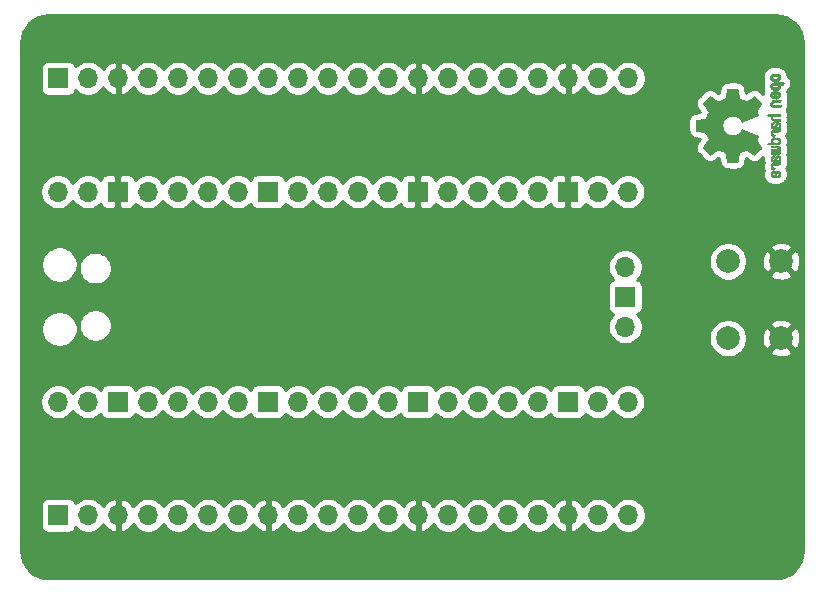
<source format=gbr>
G04 #@! TF.GenerationSoftware,KiCad,Pcbnew,(5.1.10)-1*
G04 #@! TF.CreationDate,2021-06-20T22:47:18+04:00*
G04 #@! TF.ProjectId,pico-expansion-long-board,7069636f-2d65-4787-9061-6e73696f6e2d,rev?*
G04 #@! TF.SameCoordinates,Original*
G04 #@! TF.FileFunction,Copper,L2,Bot*
G04 #@! TF.FilePolarity,Positive*
%FSLAX46Y46*%
G04 Gerber Fmt 4.6, Leading zero omitted, Abs format (unit mm)*
G04 Created by KiCad (PCBNEW (5.1.10)-1) date 2021-06-20 22:47:18*
%MOMM*%
%LPD*%
G01*
G04 APERTURE LIST*
G04 #@! TA.AperFunction,EtchedComponent*
%ADD10C,0.010000*%
G04 #@! TD*
G04 #@! TA.AperFunction,ComponentPad*
%ADD11C,2.000000*%
G04 #@! TD*
G04 #@! TA.AperFunction,ComponentPad*
%ADD12O,1.700000X1.700000*%
G04 #@! TD*
G04 #@! TA.AperFunction,ComponentPad*
%ADD13R,1.700000X1.700000*%
G04 #@! TD*
G04 #@! TA.AperFunction,Conductor*
%ADD14C,0.254000*%
G04 #@! TD*
G04 #@! TA.AperFunction,Conductor*
%ADD15C,0.020000*%
G04 #@! TD*
G04 APERTURE END LIST*
D10*
G36*
X129584505Y-46768886D02*
G01*
X129621727Y-46843539D01*
X129690261Y-46909431D01*
X129715648Y-46927577D01*
X129748866Y-46947345D01*
X129784945Y-46960172D01*
X129833098Y-46967510D01*
X129902536Y-46970813D01*
X129994206Y-46971538D01*
X130119830Y-46968263D01*
X130214154Y-46956877D01*
X130284523Y-46935041D01*
X130338286Y-46900419D01*
X130382788Y-46850670D01*
X130385423Y-46847014D01*
X130412377Y-46797985D01*
X130425712Y-46738945D01*
X130429000Y-46663859D01*
X130429000Y-46541795D01*
X130547497Y-46541744D01*
X130613492Y-46540608D01*
X130652202Y-46533686D01*
X130675419Y-46515598D01*
X130694933Y-46480962D01*
X130698920Y-46472645D01*
X130717603Y-46433720D01*
X130729403Y-46403583D01*
X130730422Y-46381174D01*
X130716761Y-46365433D01*
X130684522Y-46355302D01*
X130629804Y-46349723D01*
X130548711Y-46347635D01*
X130437344Y-46347981D01*
X130291802Y-46349700D01*
X130248269Y-46350237D01*
X130098205Y-46352172D01*
X130000042Y-46353904D01*
X130000042Y-46541692D01*
X130083364Y-46542748D01*
X130137880Y-46547438D01*
X130173837Y-46558051D01*
X130201482Y-46576872D01*
X130214965Y-46589650D01*
X130254417Y-46641890D01*
X130257628Y-46688142D01*
X130225049Y-46735867D01*
X130223846Y-46737077D01*
X130198668Y-46756494D01*
X130164447Y-46768307D01*
X130111748Y-46774265D01*
X130031131Y-46776120D01*
X130013271Y-46776154D01*
X129902175Y-46771670D01*
X129825161Y-46757074D01*
X129778147Y-46730650D01*
X129757050Y-46690683D01*
X129754923Y-46667584D01*
X129764900Y-46612762D01*
X129797752Y-46575158D01*
X129857857Y-46552523D01*
X129949598Y-46542606D01*
X130000042Y-46541692D01*
X130000042Y-46353904D01*
X129982060Y-46354222D01*
X129894679Y-46356873D01*
X129830905Y-46360606D01*
X129785582Y-46365907D01*
X129753555Y-46373258D01*
X129729668Y-46383143D01*
X129708764Y-46396046D01*
X129700898Y-46401579D01*
X129626595Y-46474969D01*
X129584467Y-46567760D01*
X129572722Y-46675096D01*
X129584505Y-46768886D01*
G37*
X129584505Y-46768886D02*
X129621727Y-46843539D01*
X129690261Y-46909431D01*
X129715648Y-46927577D01*
X129748866Y-46947345D01*
X129784945Y-46960172D01*
X129833098Y-46967510D01*
X129902536Y-46970813D01*
X129994206Y-46971538D01*
X130119830Y-46968263D01*
X130214154Y-46956877D01*
X130284523Y-46935041D01*
X130338286Y-46900419D01*
X130382788Y-46850670D01*
X130385423Y-46847014D01*
X130412377Y-46797985D01*
X130425712Y-46738945D01*
X130429000Y-46663859D01*
X130429000Y-46541795D01*
X130547497Y-46541744D01*
X130613492Y-46540608D01*
X130652202Y-46533686D01*
X130675419Y-46515598D01*
X130694933Y-46480962D01*
X130698920Y-46472645D01*
X130717603Y-46433720D01*
X130729403Y-46403583D01*
X130730422Y-46381174D01*
X130716761Y-46365433D01*
X130684522Y-46355302D01*
X130629804Y-46349723D01*
X130548711Y-46347635D01*
X130437344Y-46347981D01*
X130291802Y-46349700D01*
X130248269Y-46350237D01*
X130098205Y-46352172D01*
X130000042Y-46353904D01*
X130000042Y-46541692D01*
X130083364Y-46542748D01*
X130137880Y-46547438D01*
X130173837Y-46558051D01*
X130201482Y-46576872D01*
X130214965Y-46589650D01*
X130254417Y-46641890D01*
X130257628Y-46688142D01*
X130225049Y-46735867D01*
X130223846Y-46737077D01*
X130198668Y-46756494D01*
X130164447Y-46768307D01*
X130111748Y-46774265D01*
X130031131Y-46776120D01*
X130013271Y-46776154D01*
X129902175Y-46771670D01*
X129825161Y-46757074D01*
X129778147Y-46730650D01*
X129757050Y-46690683D01*
X129754923Y-46667584D01*
X129764900Y-46612762D01*
X129797752Y-46575158D01*
X129857857Y-46552523D01*
X129949598Y-46542606D01*
X130000042Y-46541692D01*
X130000042Y-46353904D01*
X129982060Y-46354222D01*
X129894679Y-46356873D01*
X129830905Y-46360606D01*
X129785582Y-46365907D01*
X129753555Y-46373258D01*
X129729668Y-46383143D01*
X129708764Y-46396046D01*
X129700898Y-46401579D01*
X129626595Y-46474969D01*
X129584467Y-46567760D01*
X129572722Y-46675096D01*
X129584505Y-46768886D01*
G36*
X129595089Y-48271664D02*
G01*
X129631358Y-48334367D01*
X129667358Y-48377961D01*
X129705075Y-48409845D01*
X129751199Y-48431810D01*
X129812421Y-48445649D01*
X129895431Y-48453153D01*
X130006919Y-48456117D01*
X130087062Y-48456461D01*
X130382065Y-48456461D01*
X130456515Y-48290385D01*
X130133402Y-48280615D01*
X130012729Y-48276579D01*
X129925141Y-48272344D01*
X129864650Y-48267097D01*
X129825268Y-48260025D01*
X129801007Y-48250311D01*
X129785880Y-48237144D01*
X129782606Y-48232919D01*
X129757034Y-48168909D01*
X129767153Y-48104208D01*
X129794000Y-48065692D01*
X129813024Y-48050025D01*
X129837988Y-48039180D01*
X129875834Y-48032288D01*
X129933502Y-48028479D01*
X130017935Y-48026883D01*
X130105928Y-48026615D01*
X130216323Y-48026563D01*
X130294463Y-48024672D01*
X130347165Y-48018345D01*
X130381242Y-48004983D01*
X130403511Y-47981985D01*
X130420787Y-47946754D01*
X130438738Y-47899697D01*
X130458278Y-47848303D01*
X130111485Y-47854421D01*
X129986468Y-47856884D01*
X129894082Y-47859767D01*
X129827881Y-47863898D01*
X129781420Y-47870107D01*
X129748256Y-47879226D01*
X129721944Y-47892083D01*
X129698729Y-47907584D01*
X129624569Y-47982371D01*
X129581684Y-48073628D01*
X129571412Y-48172883D01*
X129595089Y-48271664D01*
G37*
X129595089Y-48271664D02*
X129631358Y-48334367D01*
X129667358Y-48377961D01*
X129705075Y-48409845D01*
X129751199Y-48431810D01*
X129812421Y-48445649D01*
X129895431Y-48453153D01*
X130006919Y-48456117D01*
X130087062Y-48456461D01*
X130382065Y-48456461D01*
X130456515Y-48290385D01*
X130133402Y-48280615D01*
X130012729Y-48276579D01*
X129925141Y-48272344D01*
X129864650Y-48267097D01*
X129825268Y-48260025D01*
X129801007Y-48250311D01*
X129785880Y-48237144D01*
X129782606Y-48232919D01*
X129757034Y-48168909D01*
X129767153Y-48104208D01*
X129794000Y-48065692D01*
X129813024Y-48050025D01*
X129837988Y-48039180D01*
X129875834Y-48032288D01*
X129933502Y-48028479D01*
X130017935Y-48026883D01*
X130105928Y-48026615D01*
X130216323Y-48026563D01*
X130294463Y-48024672D01*
X130347165Y-48018345D01*
X130381242Y-48004983D01*
X130403511Y-47981985D01*
X130420787Y-47946754D01*
X130438738Y-47899697D01*
X130458278Y-47848303D01*
X130111485Y-47854421D01*
X129986468Y-47856884D01*
X129894082Y-47859767D01*
X129827881Y-47863898D01*
X129781420Y-47870107D01*
X129748256Y-47879226D01*
X129721944Y-47892083D01*
X129698729Y-47907584D01*
X129624569Y-47982371D01*
X129581684Y-48073628D01*
X129571412Y-48172883D01*
X129595089Y-48271664D01*
G36*
X129587256Y-46016886D02*
G01*
X129635409Y-46108464D01*
X129712905Y-46176049D01*
X129762727Y-46200057D01*
X129837533Y-46218738D01*
X129932052Y-46228301D01*
X130035210Y-46229208D01*
X130135935Y-46221921D01*
X130223153Y-46206903D01*
X130285791Y-46184615D01*
X130296579Y-46177765D01*
X130377105Y-46096632D01*
X130425336Y-46000266D01*
X130439450Y-45895701D01*
X130417629Y-45789968D01*
X130404547Y-45760543D01*
X130364231Y-45703241D01*
X130310775Y-45652950D01*
X130303995Y-45648197D01*
X130271321Y-45628878D01*
X130236394Y-45616108D01*
X130190414Y-45608564D01*
X130124584Y-45604924D01*
X130030105Y-45603865D01*
X130008923Y-45603846D01*
X130002182Y-45603894D01*
X130002182Y-45799231D01*
X130091349Y-45800368D01*
X130150520Y-45804841D01*
X130188741Y-45814246D01*
X130215053Y-45830176D01*
X130223846Y-45838308D01*
X130257261Y-45885058D01*
X130255737Y-45930447D01*
X130226752Y-45976340D01*
X130195809Y-46003712D01*
X130150643Y-46019923D01*
X130079420Y-46029026D01*
X130071114Y-46029651D01*
X129942037Y-46031204D01*
X129846172Y-46014965D01*
X129784107Y-45981152D01*
X129756432Y-45929984D01*
X129754923Y-45911720D01*
X129762513Y-45863760D01*
X129788808Y-45830953D01*
X129839095Y-45810895D01*
X129918664Y-45801178D01*
X130002182Y-45799231D01*
X130002182Y-45603894D01*
X129908249Y-45604574D01*
X129837906Y-45607629D01*
X129789163Y-45614322D01*
X129753288Y-45625960D01*
X129721548Y-45643853D01*
X129715648Y-45647808D01*
X129636104Y-45714267D01*
X129589929Y-45786685D01*
X129571599Y-45874849D01*
X129570703Y-45904787D01*
X129587256Y-46016886D01*
G37*
X129587256Y-46016886D02*
X129635409Y-46108464D01*
X129712905Y-46176049D01*
X129762727Y-46200057D01*
X129837533Y-46218738D01*
X129932052Y-46228301D01*
X130035210Y-46229208D01*
X130135935Y-46221921D01*
X130223153Y-46206903D01*
X130285791Y-46184615D01*
X130296579Y-46177765D01*
X130377105Y-46096632D01*
X130425336Y-46000266D01*
X130439450Y-45895701D01*
X130417629Y-45789968D01*
X130404547Y-45760543D01*
X130364231Y-45703241D01*
X130310775Y-45652950D01*
X130303995Y-45648197D01*
X130271321Y-45628878D01*
X130236394Y-45616108D01*
X130190414Y-45608564D01*
X130124584Y-45604924D01*
X130030105Y-45603865D01*
X130008923Y-45603846D01*
X130002182Y-45603894D01*
X130002182Y-45799231D01*
X130091349Y-45800368D01*
X130150520Y-45804841D01*
X130188741Y-45814246D01*
X130215053Y-45830176D01*
X130223846Y-45838308D01*
X130257261Y-45885058D01*
X130255737Y-45930447D01*
X130226752Y-45976340D01*
X130195809Y-46003712D01*
X130150643Y-46019923D01*
X130079420Y-46029026D01*
X130071114Y-46029651D01*
X129942037Y-46031204D01*
X129846172Y-46014965D01*
X129784107Y-45981152D01*
X129756432Y-45929984D01*
X129754923Y-45911720D01*
X129762513Y-45863760D01*
X129788808Y-45830953D01*
X129839095Y-45810895D01*
X129918664Y-45801178D01*
X130002182Y-45799231D01*
X130002182Y-45603894D01*
X129908249Y-45604574D01*
X129837906Y-45607629D01*
X129789163Y-45614322D01*
X129753288Y-45625960D01*
X129721548Y-45643853D01*
X129715648Y-45647808D01*
X129636104Y-45714267D01*
X129589929Y-45786685D01*
X129571599Y-45874849D01*
X129570703Y-45904787D01*
X129587256Y-46016886D01*
G36*
X129599745Y-47534254D02*
G01*
X129651567Y-47611286D01*
X129726412Y-47670816D01*
X129821654Y-47706378D01*
X129891756Y-47713571D01*
X129921009Y-47712754D01*
X129943407Y-47705914D01*
X129963474Y-47687112D01*
X129985733Y-47650408D01*
X130014709Y-47589862D01*
X130054927Y-47499534D01*
X130055129Y-47499077D01*
X130093210Y-47415933D01*
X130127025Y-47347753D01*
X130152933Y-47301505D01*
X130167295Y-47284158D01*
X130167411Y-47284154D01*
X130198685Y-47299443D01*
X130233157Y-47335196D01*
X130257990Y-47376242D01*
X130262923Y-47397037D01*
X130245862Y-47453770D01*
X130203133Y-47502627D01*
X130156155Y-47526465D01*
X130121522Y-47549397D01*
X130082081Y-47594318D01*
X130048009Y-47647123D01*
X130029480Y-47693710D01*
X130028462Y-47703452D01*
X130045215Y-47714418D01*
X130088039Y-47715079D01*
X130145781Y-47707020D01*
X130207289Y-47691827D01*
X130261409Y-47671086D01*
X130263510Y-47670038D01*
X130350660Y-47607621D01*
X130409939Y-47526726D01*
X130439034Y-47434856D01*
X130435634Y-47339513D01*
X130397428Y-47248198D01*
X130394741Y-47244138D01*
X130329642Y-47172306D01*
X130244705Y-47125073D01*
X130133021Y-47098934D01*
X130101643Y-47095426D01*
X129953536Y-47089213D01*
X129884468Y-47096661D01*
X129884468Y-47284154D01*
X129927552Y-47286590D01*
X129940126Y-47299914D01*
X129930719Y-47333132D01*
X129908483Y-47385494D01*
X129880610Y-47444024D01*
X129879872Y-47445479D01*
X129853777Y-47495089D01*
X129836363Y-47515000D01*
X129818107Y-47510090D01*
X129794120Y-47489416D01*
X129759406Y-47436819D01*
X129756856Y-47380177D01*
X129782119Y-47329369D01*
X129830847Y-47294276D01*
X129884468Y-47284154D01*
X129884468Y-47096661D01*
X129835036Y-47101992D01*
X129741055Y-47134778D01*
X129675215Y-47180421D01*
X129608681Y-47262802D01*
X129575676Y-47353546D01*
X129573573Y-47446185D01*
X129599745Y-47534254D01*
G37*
X129599745Y-47534254D02*
X129651567Y-47611286D01*
X129726412Y-47670816D01*
X129821654Y-47706378D01*
X129891756Y-47713571D01*
X129921009Y-47712754D01*
X129943407Y-47705914D01*
X129963474Y-47687112D01*
X129985733Y-47650408D01*
X130014709Y-47589862D01*
X130054927Y-47499534D01*
X130055129Y-47499077D01*
X130093210Y-47415933D01*
X130127025Y-47347753D01*
X130152933Y-47301505D01*
X130167295Y-47284158D01*
X130167411Y-47284154D01*
X130198685Y-47299443D01*
X130233157Y-47335196D01*
X130257990Y-47376242D01*
X130262923Y-47397037D01*
X130245862Y-47453770D01*
X130203133Y-47502627D01*
X130156155Y-47526465D01*
X130121522Y-47549397D01*
X130082081Y-47594318D01*
X130048009Y-47647123D01*
X130029480Y-47693710D01*
X130028462Y-47703452D01*
X130045215Y-47714418D01*
X130088039Y-47715079D01*
X130145781Y-47707020D01*
X130207289Y-47691827D01*
X130261409Y-47671086D01*
X130263510Y-47670038D01*
X130350660Y-47607621D01*
X130409939Y-47526726D01*
X130439034Y-47434856D01*
X130435634Y-47339513D01*
X130397428Y-47248198D01*
X130394741Y-47244138D01*
X130329642Y-47172306D01*
X130244705Y-47125073D01*
X130133021Y-47098934D01*
X130101643Y-47095426D01*
X129953536Y-47089213D01*
X129884468Y-47096661D01*
X129884468Y-47284154D01*
X129927552Y-47286590D01*
X129940126Y-47299914D01*
X129930719Y-47333132D01*
X129908483Y-47385494D01*
X129880610Y-47444024D01*
X129879872Y-47445479D01*
X129853777Y-47495089D01*
X129836363Y-47515000D01*
X129818107Y-47510090D01*
X129794120Y-47489416D01*
X129759406Y-47436819D01*
X129756856Y-47380177D01*
X129782119Y-47329369D01*
X129830847Y-47294276D01*
X129884468Y-47284154D01*
X129884468Y-47096661D01*
X129835036Y-47101992D01*
X129741055Y-47134778D01*
X129675215Y-47180421D01*
X129608681Y-47262802D01*
X129575676Y-47353546D01*
X129573573Y-47446185D01*
X129599745Y-47534254D01*
G36*
X129492120Y-49159846D02*
G01*
X129571980Y-49165572D01*
X129619039Y-49172149D01*
X129639566Y-49181262D01*
X129639829Y-49194598D01*
X129637378Y-49198923D01*
X129619636Y-49256444D01*
X129620672Y-49331268D01*
X129638910Y-49407339D01*
X129662505Y-49454918D01*
X129700198Y-49503702D01*
X129742855Y-49539364D01*
X129797057Y-49563845D01*
X129869384Y-49579087D01*
X129966419Y-49587030D01*
X130094742Y-49589616D01*
X130119358Y-49589662D01*
X130395870Y-49589692D01*
X130417320Y-49528161D01*
X130431912Y-49484459D01*
X130438706Y-49460482D01*
X130438769Y-49459777D01*
X130420345Y-49457415D01*
X130369526Y-49455406D01*
X130292993Y-49453901D01*
X130197430Y-49453053D01*
X130139329Y-49452923D01*
X130024771Y-49452651D01*
X129942667Y-49451252D01*
X129886393Y-49447849D01*
X129849326Y-49441567D01*
X129824844Y-49431529D01*
X129806325Y-49416861D01*
X129797406Y-49407702D01*
X129761466Y-49344789D01*
X129758775Y-49276136D01*
X129789170Y-49213848D01*
X129800144Y-49202329D01*
X129820779Y-49185433D01*
X129845256Y-49173714D01*
X129880647Y-49166233D01*
X129934026Y-49162054D01*
X130012466Y-49160237D01*
X130120617Y-49159846D01*
X130395870Y-49159846D01*
X130417320Y-49098315D01*
X130431912Y-49054613D01*
X130438706Y-49030636D01*
X130438769Y-49029930D01*
X130420069Y-49028126D01*
X130367322Y-49026500D01*
X130285557Y-49025117D01*
X130179805Y-49024042D01*
X130055094Y-49023340D01*
X129916455Y-49023077D01*
X129381806Y-49023077D01*
X129328236Y-49150077D01*
X129492120Y-49159846D01*
G37*
X129492120Y-49159846D02*
X129571980Y-49165572D01*
X129619039Y-49172149D01*
X129639566Y-49181262D01*
X129639829Y-49194598D01*
X129637378Y-49198923D01*
X129619636Y-49256444D01*
X129620672Y-49331268D01*
X129638910Y-49407339D01*
X129662505Y-49454918D01*
X129700198Y-49503702D01*
X129742855Y-49539364D01*
X129797057Y-49563845D01*
X129869384Y-49579087D01*
X129966419Y-49587030D01*
X130094742Y-49589616D01*
X130119358Y-49589662D01*
X130395870Y-49589692D01*
X130417320Y-49528161D01*
X130431912Y-49484459D01*
X130438706Y-49460482D01*
X130438769Y-49459777D01*
X130420345Y-49457415D01*
X130369526Y-49455406D01*
X130292993Y-49453901D01*
X130197430Y-49453053D01*
X130139329Y-49452923D01*
X130024771Y-49452651D01*
X129942667Y-49451252D01*
X129886393Y-49447849D01*
X129849326Y-49441567D01*
X129824844Y-49431529D01*
X129806325Y-49416861D01*
X129797406Y-49407702D01*
X129761466Y-49344789D01*
X129758775Y-49276136D01*
X129789170Y-49213848D01*
X129800144Y-49202329D01*
X129820779Y-49185433D01*
X129845256Y-49173714D01*
X129880647Y-49166233D01*
X129934026Y-49162054D01*
X130012466Y-49160237D01*
X130120617Y-49159846D01*
X130395870Y-49159846D01*
X130417320Y-49098315D01*
X130431912Y-49054613D01*
X130438706Y-49030636D01*
X130438769Y-49029930D01*
X130420069Y-49028126D01*
X130367322Y-49026500D01*
X130285557Y-49025117D01*
X130179805Y-49024042D01*
X130055094Y-49023340D01*
X129916455Y-49023077D01*
X129381806Y-49023077D01*
X129328236Y-49150077D01*
X129492120Y-49159846D01*
G36*
X129626303Y-50053501D02*
G01*
X129654733Y-50130060D01*
X129655279Y-50130936D01*
X129690127Y-50178285D01*
X129730852Y-50213241D01*
X129783925Y-50237825D01*
X129855814Y-50254062D01*
X129952992Y-50263975D01*
X130081928Y-50269586D01*
X130100298Y-50270077D01*
X130377287Y-50277141D01*
X130408028Y-50217695D01*
X130428802Y-50174681D01*
X130438646Y-50148710D01*
X130438769Y-50147509D01*
X130420606Y-50143014D01*
X130371612Y-50139444D01*
X130300031Y-50137248D01*
X130242068Y-50136769D01*
X130148170Y-50136758D01*
X130089203Y-50132466D01*
X130061079Y-50117503D01*
X130059706Y-50085482D01*
X130080998Y-50030014D01*
X130120136Y-49946269D01*
X130152643Y-49884689D01*
X130180845Y-49853017D01*
X130211582Y-49843706D01*
X130213104Y-49843692D01*
X130266054Y-49859057D01*
X130294660Y-49904547D01*
X130298803Y-49974166D01*
X130298084Y-50024313D01*
X130312527Y-50050754D01*
X130347218Y-50067243D01*
X130391416Y-50076733D01*
X130416493Y-50063057D01*
X130420082Y-50057907D01*
X130434496Y-50009425D01*
X130436537Y-49941531D01*
X130426983Y-49871612D01*
X130409522Y-49822068D01*
X130351364Y-49753570D01*
X130270408Y-49714634D01*
X130207160Y-49706923D01*
X130150111Y-49712807D01*
X130103542Y-49734101D01*
X130062181Y-49776265D01*
X130020755Y-49844759D01*
X129973993Y-49945044D01*
X129971350Y-49951154D01*
X129929617Y-50041490D01*
X129895391Y-50097235D01*
X129864635Y-50121129D01*
X129833311Y-50115913D01*
X129797383Y-50084328D01*
X129789116Y-50074883D01*
X129757058Y-50011617D01*
X129758407Y-49946064D01*
X129789838Y-49888972D01*
X129848024Y-49851093D01*
X129859446Y-49847574D01*
X129914837Y-49813300D01*
X129941518Y-49769809D01*
X129967960Y-49706923D01*
X129899548Y-49706923D01*
X129800110Y-49726052D01*
X129708902Y-49782831D01*
X129678389Y-49812378D01*
X129639228Y-49879542D01*
X129621500Y-49964956D01*
X129626303Y-50053501D01*
G37*
X129626303Y-50053501D02*
X129654733Y-50130060D01*
X129655279Y-50130936D01*
X129690127Y-50178285D01*
X129730852Y-50213241D01*
X129783925Y-50237825D01*
X129855814Y-50254062D01*
X129952992Y-50263975D01*
X130081928Y-50269586D01*
X130100298Y-50270077D01*
X130377287Y-50277141D01*
X130408028Y-50217695D01*
X130428802Y-50174681D01*
X130438646Y-50148710D01*
X130438769Y-50147509D01*
X130420606Y-50143014D01*
X130371612Y-50139444D01*
X130300031Y-50137248D01*
X130242068Y-50136769D01*
X130148170Y-50136758D01*
X130089203Y-50132466D01*
X130061079Y-50117503D01*
X130059706Y-50085482D01*
X130080998Y-50030014D01*
X130120136Y-49946269D01*
X130152643Y-49884689D01*
X130180845Y-49853017D01*
X130211582Y-49843706D01*
X130213104Y-49843692D01*
X130266054Y-49859057D01*
X130294660Y-49904547D01*
X130298803Y-49974166D01*
X130298084Y-50024313D01*
X130312527Y-50050754D01*
X130347218Y-50067243D01*
X130391416Y-50076733D01*
X130416493Y-50063057D01*
X130420082Y-50057907D01*
X130434496Y-50009425D01*
X130436537Y-49941531D01*
X130426983Y-49871612D01*
X130409522Y-49822068D01*
X130351364Y-49753570D01*
X130270408Y-49714634D01*
X130207160Y-49706923D01*
X130150111Y-49712807D01*
X130103542Y-49734101D01*
X130062181Y-49776265D01*
X130020755Y-49844759D01*
X129973993Y-49945044D01*
X129971350Y-49951154D01*
X129929617Y-50041490D01*
X129895391Y-50097235D01*
X129864635Y-50121129D01*
X129833311Y-50115913D01*
X129797383Y-50084328D01*
X129789116Y-50074883D01*
X129757058Y-50011617D01*
X129758407Y-49946064D01*
X129789838Y-49888972D01*
X129848024Y-49851093D01*
X129859446Y-49847574D01*
X129914837Y-49813300D01*
X129941518Y-49769809D01*
X129967960Y-49706923D01*
X129899548Y-49706923D01*
X129800110Y-49726052D01*
X129708902Y-49782831D01*
X129678389Y-49812378D01*
X129639228Y-49879542D01*
X129621500Y-49964956D01*
X129626303Y-50053501D01*
G36*
X129624670Y-50713362D02*
G01*
X129657421Y-50802117D01*
X129715350Y-50874022D01*
X129756128Y-50902144D01*
X129830954Y-50932802D01*
X129885058Y-50932165D01*
X129921446Y-50899987D01*
X129927633Y-50888081D01*
X129946925Y-50836675D01*
X129941982Y-50810422D01*
X129909587Y-50801530D01*
X129891692Y-50801077D01*
X129825859Y-50784797D01*
X129779807Y-50742365D01*
X129757564Y-50683388D01*
X129763161Y-50617475D01*
X129792229Y-50563895D01*
X129808810Y-50545798D01*
X129828925Y-50532971D01*
X129859332Y-50524306D01*
X129906788Y-50518696D01*
X129978050Y-50515035D01*
X130079875Y-50512215D01*
X130112115Y-50511484D01*
X130222410Y-50508820D01*
X130300036Y-50505792D01*
X130351396Y-50501250D01*
X130382890Y-50494046D01*
X130400920Y-50483033D01*
X130411888Y-50467060D01*
X130416733Y-50456834D01*
X130433301Y-50413406D01*
X130438769Y-50387842D01*
X130420507Y-50379395D01*
X130365296Y-50374239D01*
X130272499Y-50372346D01*
X130141478Y-50373689D01*
X130121269Y-50374107D01*
X130001733Y-50377058D01*
X129914449Y-50380548D01*
X129852591Y-50385514D01*
X129809336Y-50392893D01*
X129777860Y-50403624D01*
X129751339Y-50418645D01*
X129739975Y-50426502D01*
X129689692Y-50471553D01*
X129650581Y-50521940D01*
X129647167Y-50528108D01*
X129620212Y-50618458D01*
X129624670Y-50713362D01*
G37*
X129624670Y-50713362D02*
X129657421Y-50802117D01*
X129715350Y-50874022D01*
X129756128Y-50902144D01*
X129830954Y-50932802D01*
X129885058Y-50932165D01*
X129921446Y-50899987D01*
X129927633Y-50888081D01*
X129946925Y-50836675D01*
X129941982Y-50810422D01*
X129909587Y-50801530D01*
X129891692Y-50801077D01*
X129825859Y-50784797D01*
X129779807Y-50742365D01*
X129757564Y-50683388D01*
X129763161Y-50617475D01*
X129792229Y-50563895D01*
X129808810Y-50545798D01*
X129828925Y-50532971D01*
X129859332Y-50524306D01*
X129906788Y-50518696D01*
X129978050Y-50515035D01*
X130079875Y-50512215D01*
X130112115Y-50511484D01*
X130222410Y-50508820D01*
X130300036Y-50505792D01*
X130351396Y-50501250D01*
X130382890Y-50494046D01*
X130400920Y-50483033D01*
X130411888Y-50467060D01*
X130416733Y-50456834D01*
X130433301Y-50413406D01*
X130438769Y-50387842D01*
X130420507Y-50379395D01*
X130365296Y-50374239D01*
X130272499Y-50372346D01*
X130141478Y-50373689D01*
X130121269Y-50374107D01*
X130001733Y-50377058D01*
X129914449Y-50380548D01*
X129852591Y-50385514D01*
X129809336Y-50392893D01*
X129777860Y-50403624D01*
X129751339Y-50418645D01*
X129739975Y-50426502D01*
X129689692Y-50471553D01*
X129650581Y-50521940D01*
X129647167Y-50528108D01*
X129620212Y-50618458D01*
X129624670Y-50713362D01*
G36*
X129780289Y-51602081D02*
G01*
X129926320Y-51601833D01*
X130038655Y-51600872D01*
X130122678Y-51598794D01*
X130183769Y-51595193D01*
X130227309Y-51589665D01*
X130258679Y-51581804D01*
X130283262Y-51571207D01*
X130297294Y-51563182D01*
X130373388Y-51496728D01*
X130421084Y-51412470D01*
X130438199Y-51319249D01*
X130422546Y-51225900D01*
X130394418Y-51170312D01*
X130345760Y-51111957D01*
X130286333Y-51072186D01*
X130208507Y-51048190D01*
X130104652Y-51037161D01*
X130028462Y-51035599D01*
X130022986Y-51035809D01*
X130022986Y-51172308D01*
X130110355Y-51173141D01*
X130168192Y-51176961D01*
X130206029Y-51185746D01*
X130233398Y-51201474D01*
X130254042Y-51220266D01*
X130293890Y-51283375D01*
X130297295Y-51351137D01*
X130264025Y-51415179D01*
X130259517Y-51420164D01*
X130236067Y-51441439D01*
X130208166Y-51454779D01*
X130166641Y-51462001D01*
X130102316Y-51464923D01*
X130031200Y-51465385D01*
X129941858Y-51464383D01*
X129882258Y-51460238D01*
X129843089Y-51451236D01*
X129815040Y-51435667D01*
X129800144Y-51422902D01*
X129762575Y-51363600D01*
X129758057Y-51295301D01*
X129786753Y-51230110D01*
X129797406Y-51217528D01*
X129821063Y-51196111D01*
X129849251Y-51182744D01*
X129891245Y-51175566D01*
X129956319Y-51172719D01*
X130022986Y-51172308D01*
X130022986Y-51035809D01*
X129905765Y-51040322D01*
X129813577Y-51056362D01*
X129744269Y-51086528D01*
X129690211Y-51133629D01*
X129662505Y-51170312D01*
X129632572Y-51236990D01*
X129618678Y-51314272D01*
X129622397Y-51386110D01*
X129637400Y-51426308D01*
X129641670Y-51442082D01*
X129625750Y-51452550D01*
X129583089Y-51459856D01*
X129518106Y-51465385D01*
X129445732Y-51471437D01*
X129402187Y-51479844D01*
X129377287Y-51495141D01*
X129360845Y-51521864D01*
X129353564Y-51538654D01*
X129326963Y-51602154D01*
X129780289Y-51602081D01*
G37*
X129780289Y-51602081D02*
X129926320Y-51601833D01*
X130038655Y-51600872D01*
X130122678Y-51598794D01*
X130183769Y-51595193D01*
X130227309Y-51589665D01*
X130258679Y-51581804D01*
X130283262Y-51571207D01*
X130297294Y-51563182D01*
X130373388Y-51496728D01*
X130421084Y-51412470D01*
X130438199Y-51319249D01*
X130422546Y-51225900D01*
X130394418Y-51170312D01*
X130345760Y-51111957D01*
X130286333Y-51072186D01*
X130208507Y-51048190D01*
X130104652Y-51037161D01*
X130028462Y-51035599D01*
X130022986Y-51035809D01*
X130022986Y-51172308D01*
X130110355Y-51173141D01*
X130168192Y-51176961D01*
X130206029Y-51185746D01*
X130233398Y-51201474D01*
X130254042Y-51220266D01*
X130293890Y-51283375D01*
X130297295Y-51351137D01*
X130264025Y-51415179D01*
X130259517Y-51420164D01*
X130236067Y-51441439D01*
X130208166Y-51454779D01*
X130166641Y-51462001D01*
X130102316Y-51464923D01*
X130031200Y-51465385D01*
X129941858Y-51464383D01*
X129882258Y-51460238D01*
X129843089Y-51451236D01*
X129815040Y-51435667D01*
X129800144Y-51422902D01*
X129762575Y-51363600D01*
X129758057Y-51295301D01*
X129786753Y-51230110D01*
X129797406Y-51217528D01*
X129821063Y-51196111D01*
X129849251Y-51182744D01*
X129891245Y-51175566D01*
X129956319Y-51172719D01*
X130022986Y-51172308D01*
X130022986Y-51035809D01*
X129905765Y-51040322D01*
X129813577Y-51056362D01*
X129744269Y-51086528D01*
X129690211Y-51133629D01*
X129662505Y-51170312D01*
X129632572Y-51236990D01*
X129618678Y-51314272D01*
X129622397Y-51386110D01*
X129637400Y-51426308D01*
X129641670Y-51442082D01*
X129625750Y-51452550D01*
X129583089Y-51459856D01*
X129518106Y-51465385D01*
X129445732Y-51471437D01*
X129402187Y-51479844D01*
X129377287Y-51495141D01*
X129360845Y-51521864D01*
X129353564Y-51538654D01*
X129326963Y-51602154D01*
X129780289Y-51602081D01*
G36*
X129636662Y-52395929D02*
G01*
X129688068Y-52398911D01*
X129766192Y-52401247D01*
X129864857Y-52402749D01*
X129968343Y-52403231D01*
X130318533Y-52403231D01*
X130380363Y-52341401D01*
X130418462Y-52298793D01*
X130433895Y-52261390D01*
X130432918Y-52210270D01*
X130430433Y-52189978D01*
X130423200Y-52126554D01*
X130419055Y-52074095D01*
X130418672Y-52061308D01*
X130421176Y-52018199D01*
X130427462Y-51956544D01*
X130430433Y-51932638D01*
X130435028Y-51873922D01*
X130425046Y-51834464D01*
X130394228Y-51795338D01*
X130380363Y-51781215D01*
X130318533Y-51719385D01*
X129663503Y-51719385D01*
X129640829Y-51769150D01*
X129624034Y-51812002D01*
X129618154Y-51837073D01*
X129636736Y-51843501D01*
X129688655Y-51849509D01*
X129768172Y-51854697D01*
X129869546Y-51858664D01*
X129955192Y-51860577D01*
X130292231Y-51865923D01*
X130298825Y-51912560D01*
X130294214Y-51954976D01*
X130279287Y-51975760D01*
X130251377Y-51981570D01*
X130191925Y-51986530D01*
X130108466Y-51990246D01*
X130008532Y-51992324D01*
X129957104Y-51992624D01*
X129661054Y-51992923D01*
X129639604Y-52054454D01*
X129625020Y-52098004D01*
X129618219Y-52121694D01*
X129618154Y-52122377D01*
X129636642Y-52124754D01*
X129687906Y-52127366D01*
X129765649Y-52129995D01*
X129863574Y-52132421D01*
X129955192Y-52134115D01*
X130292231Y-52139461D01*
X130292231Y-52256692D01*
X129984746Y-52262072D01*
X129677261Y-52267451D01*
X129647707Y-52324601D01*
X129627413Y-52366797D01*
X129618204Y-52391770D01*
X129618154Y-52392491D01*
X129636662Y-52395929D01*
G37*
X129636662Y-52395929D02*
X129688068Y-52398911D01*
X129766192Y-52401247D01*
X129864857Y-52402749D01*
X129968343Y-52403231D01*
X130318533Y-52403231D01*
X130380363Y-52341401D01*
X130418462Y-52298793D01*
X130433895Y-52261390D01*
X130432918Y-52210270D01*
X130430433Y-52189978D01*
X130423200Y-52126554D01*
X130419055Y-52074095D01*
X130418672Y-52061308D01*
X130421176Y-52018199D01*
X130427462Y-51956544D01*
X130430433Y-51932638D01*
X130435028Y-51873922D01*
X130425046Y-51834464D01*
X130394228Y-51795338D01*
X130380363Y-51781215D01*
X130318533Y-51719385D01*
X129663503Y-51719385D01*
X129640829Y-51769150D01*
X129624034Y-51812002D01*
X129618154Y-51837073D01*
X129636736Y-51843501D01*
X129688655Y-51849509D01*
X129768172Y-51854697D01*
X129869546Y-51858664D01*
X129955192Y-51860577D01*
X130292231Y-51865923D01*
X130298825Y-51912560D01*
X130294214Y-51954976D01*
X130279287Y-51975760D01*
X130251377Y-51981570D01*
X130191925Y-51986530D01*
X130108466Y-51990246D01*
X130008532Y-51992324D01*
X129957104Y-51992624D01*
X129661054Y-51992923D01*
X129639604Y-52054454D01*
X129625020Y-52098004D01*
X129618219Y-52121694D01*
X129618154Y-52122377D01*
X129636642Y-52124754D01*
X129687906Y-52127366D01*
X129765649Y-52129995D01*
X129863574Y-52132421D01*
X129955192Y-52134115D01*
X130292231Y-52139461D01*
X130292231Y-52256692D01*
X129984746Y-52262072D01*
X129677261Y-52267451D01*
X129647707Y-52324601D01*
X129627413Y-52366797D01*
X129618204Y-52391770D01*
X129618154Y-52392491D01*
X129636662Y-52395929D01*
G36*
X129633528Y-52887333D02*
G01*
X129659117Y-52943590D01*
X129690124Y-52987747D01*
X129724795Y-53020101D01*
X129769520Y-53042438D01*
X129830692Y-53056546D01*
X129914701Y-53064211D01*
X130027940Y-53067220D01*
X130102509Y-53067538D01*
X130393420Y-53067538D01*
X130416095Y-53017773D01*
X130432667Y-52978576D01*
X130438769Y-52959157D01*
X130420610Y-52955442D01*
X130371648Y-52952495D01*
X130300153Y-52950691D01*
X130243385Y-52950308D01*
X130161371Y-52948661D01*
X130096309Y-52944222D01*
X130056467Y-52937740D01*
X130048000Y-52932590D01*
X130056646Y-52897977D01*
X130078823Y-52843640D01*
X130108886Y-52780722D01*
X130141192Y-52720368D01*
X130170098Y-52673721D01*
X130189961Y-52651926D01*
X130190175Y-52651839D01*
X130226935Y-52653714D01*
X130262026Y-52670525D01*
X130290528Y-52700039D01*
X130300061Y-52743116D01*
X130298950Y-52779932D01*
X130298133Y-52832074D01*
X130310349Y-52859444D01*
X130342624Y-52875882D01*
X130348710Y-52877955D01*
X130394739Y-52885081D01*
X130422687Y-52866024D01*
X130436007Y-52816353D01*
X130438470Y-52762697D01*
X130420210Y-52666142D01*
X130394131Y-52616159D01*
X130332868Y-52554429D01*
X130257670Y-52521690D01*
X130178211Y-52518753D01*
X130104167Y-52546424D01*
X130057769Y-52588047D01*
X130031793Y-52629604D01*
X129998907Y-52694922D01*
X129965557Y-52771038D01*
X129960461Y-52783726D01*
X129923565Y-52867333D01*
X129891046Y-52915530D01*
X129858718Y-52931030D01*
X129822394Y-52916550D01*
X129794000Y-52891692D01*
X129759039Y-52832939D01*
X129756417Y-52768293D01*
X129783358Y-52709008D01*
X129837088Y-52666339D01*
X129850950Y-52660739D01*
X129901936Y-52628133D01*
X129939787Y-52580530D01*
X129970850Y-52520461D01*
X129882768Y-52520461D01*
X129828951Y-52523997D01*
X129786534Y-52539156D01*
X129741279Y-52572768D01*
X129706420Y-52605035D01*
X129657062Y-52655209D01*
X129630547Y-52694193D01*
X129619911Y-52736064D01*
X129618154Y-52783460D01*
X129633528Y-52887333D01*
G37*
X129633528Y-52887333D02*
X129659117Y-52943590D01*
X129690124Y-52987747D01*
X129724795Y-53020101D01*
X129769520Y-53042438D01*
X129830692Y-53056546D01*
X129914701Y-53064211D01*
X130027940Y-53067220D01*
X130102509Y-53067538D01*
X130393420Y-53067538D01*
X130416095Y-53017773D01*
X130432667Y-52978576D01*
X130438769Y-52959157D01*
X130420610Y-52955442D01*
X130371648Y-52952495D01*
X130300153Y-52950691D01*
X130243385Y-52950308D01*
X130161371Y-52948661D01*
X130096309Y-52944222D01*
X130056467Y-52937740D01*
X130048000Y-52932590D01*
X130056646Y-52897977D01*
X130078823Y-52843640D01*
X130108886Y-52780722D01*
X130141192Y-52720368D01*
X130170098Y-52673721D01*
X130189961Y-52651926D01*
X130190175Y-52651839D01*
X130226935Y-52653714D01*
X130262026Y-52670525D01*
X130290528Y-52700039D01*
X130300061Y-52743116D01*
X130298950Y-52779932D01*
X130298133Y-52832074D01*
X130310349Y-52859444D01*
X130342624Y-52875882D01*
X130348710Y-52877955D01*
X130394739Y-52885081D01*
X130422687Y-52866024D01*
X130436007Y-52816353D01*
X130438470Y-52762697D01*
X130420210Y-52666142D01*
X130394131Y-52616159D01*
X130332868Y-52554429D01*
X130257670Y-52521690D01*
X130178211Y-52518753D01*
X130104167Y-52546424D01*
X130057769Y-52588047D01*
X130031793Y-52629604D01*
X129998907Y-52694922D01*
X129965557Y-52771038D01*
X129960461Y-52783726D01*
X129923565Y-52867333D01*
X129891046Y-52915530D01*
X129858718Y-52931030D01*
X129822394Y-52916550D01*
X129794000Y-52891692D01*
X129759039Y-52832939D01*
X129756417Y-52768293D01*
X129783358Y-52709008D01*
X129837088Y-52666339D01*
X129850950Y-52660739D01*
X129901936Y-52628133D01*
X129939787Y-52580530D01*
X129970850Y-52520461D01*
X129882768Y-52520461D01*
X129828951Y-52523997D01*
X129786534Y-52539156D01*
X129741279Y-52572768D01*
X129706420Y-52605035D01*
X129657062Y-52655209D01*
X129630547Y-52694193D01*
X129619911Y-52736064D01*
X129618154Y-52783460D01*
X129633528Y-52887333D01*
G36*
X129636782Y-53570807D02*
G01*
X129646988Y-53594161D01*
X129691134Y-53649902D01*
X129754967Y-53697569D01*
X129823087Y-53727048D01*
X129856670Y-53731846D01*
X129903556Y-53715760D01*
X129928365Y-53680475D01*
X129943387Y-53642644D01*
X129946155Y-53625321D01*
X129926066Y-53616886D01*
X129882351Y-53600230D01*
X129862598Y-53592923D01*
X129794271Y-53551948D01*
X129760191Y-53492622D01*
X129761239Y-53416552D01*
X129762581Y-53410918D01*
X129781836Y-53370305D01*
X129819375Y-53340448D01*
X129879809Y-53320055D01*
X129967751Y-53307836D01*
X130087813Y-53302500D01*
X130151698Y-53302000D01*
X130252403Y-53301752D01*
X130321054Y-53300126D01*
X130364673Y-53295801D01*
X130390282Y-53287454D01*
X130404903Y-53273765D01*
X130415558Y-53253411D01*
X130416095Y-53252234D01*
X130432667Y-53213038D01*
X130438769Y-53193619D01*
X130420319Y-53190635D01*
X130369323Y-53188081D01*
X130292308Y-53186140D01*
X130195805Y-53184997D01*
X130125184Y-53184769D01*
X129988525Y-53185932D01*
X129884851Y-53190479D01*
X129808108Y-53199999D01*
X129752246Y-53216081D01*
X129711212Y-53240313D01*
X129678954Y-53274286D01*
X129656440Y-53307833D01*
X129626476Y-53388499D01*
X129619718Y-53482381D01*
X129636782Y-53570807D01*
G37*
X129636782Y-53570807D02*
X129646988Y-53594161D01*
X129691134Y-53649902D01*
X129754967Y-53697569D01*
X129823087Y-53727048D01*
X129856670Y-53731846D01*
X129903556Y-53715760D01*
X129928365Y-53680475D01*
X129943387Y-53642644D01*
X129946155Y-53625321D01*
X129926066Y-53616886D01*
X129882351Y-53600230D01*
X129862598Y-53592923D01*
X129794271Y-53551948D01*
X129760191Y-53492622D01*
X129761239Y-53416552D01*
X129762581Y-53410918D01*
X129781836Y-53370305D01*
X129819375Y-53340448D01*
X129879809Y-53320055D01*
X129967751Y-53307836D01*
X130087813Y-53302500D01*
X130151698Y-53302000D01*
X130252403Y-53301752D01*
X130321054Y-53300126D01*
X130364673Y-53295801D01*
X130390282Y-53287454D01*
X130404903Y-53273765D01*
X130415558Y-53253411D01*
X130416095Y-53252234D01*
X130432667Y-53213038D01*
X130438769Y-53193619D01*
X130420319Y-53190635D01*
X130369323Y-53188081D01*
X130292308Y-53186140D01*
X130195805Y-53184997D01*
X130125184Y-53184769D01*
X129988525Y-53185932D01*
X129884851Y-53190479D01*
X129808108Y-53199999D01*
X129752246Y-53216081D01*
X129711212Y-53240313D01*
X129678954Y-53274286D01*
X129656440Y-53307833D01*
X129626476Y-53388499D01*
X129619718Y-53482381D01*
X129636782Y-53570807D01*
G36*
X129647838Y-54245224D02*
G01*
X129698361Y-54322528D01*
X129743590Y-54359814D01*
X129825663Y-54389353D01*
X129890607Y-54391699D01*
X129977445Y-54386385D01*
X130065103Y-54186115D01*
X130109887Y-54088739D01*
X130145913Y-54025113D01*
X130177117Y-53992029D01*
X130207436Y-53986280D01*
X130240805Y-54004658D01*
X130262923Y-54024923D01*
X130298393Y-54083889D01*
X130300879Y-54148024D01*
X130273235Y-54206926D01*
X130218320Y-54250197D01*
X130198928Y-54257936D01*
X130138364Y-54295006D01*
X130112552Y-54337654D01*
X130090471Y-54396154D01*
X130174184Y-54396154D01*
X130231150Y-54390982D01*
X130279189Y-54370723D01*
X130334346Y-54328262D01*
X130341514Y-54321951D01*
X130390585Y-54274720D01*
X130416920Y-54234121D01*
X130429035Y-54183328D01*
X130433003Y-54141220D01*
X130433991Y-54065902D01*
X130421466Y-54012286D01*
X130402869Y-53978838D01*
X130361975Y-53926268D01*
X130317748Y-53889879D01*
X130262126Y-53866850D01*
X130187047Y-53854359D01*
X130084449Y-53849587D01*
X130032376Y-53849206D01*
X129969948Y-53850501D01*
X129969948Y-53968471D01*
X130003438Y-53969839D01*
X130008923Y-53973249D01*
X130001472Y-53995753D01*
X129981753Y-54044182D01*
X129953718Y-54108908D01*
X129947692Y-54122443D01*
X129906096Y-54204244D01*
X129869538Y-54249312D01*
X129835296Y-54259217D01*
X129800648Y-54235526D01*
X129785339Y-54215960D01*
X129754721Y-54145360D01*
X129759780Y-54079280D01*
X129797151Y-54023959D01*
X129863473Y-53985636D01*
X129916116Y-53973349D01*
X129969948Y-53968471D01*
X129969948Y-53850501D01*
X129910720Y-53851730D01*
X129820710Y-53861032D01*
X129755167Y-53879460D01*
X129706912Y-53909360D01*
X129668767Y-53953080D01*
X129656440Y-53972141D01*
X129624336Y-54058726D01*
X129622316Y-54153522D01*
X129647838Y-54245224D01*
G37*
X129647838Y-54245224D02*
X129698361Y-54322528D01*
X129743590Y-54359814D01*
X129825663Y-54389353D01*
X129890607Y-54391699D01*
X129977445Y-54386385D01*
X130065103Y-54186115D01*
X130109887Y-54088739D01*
X130145913Y-54025113D01*
X130177117Y-53992029D01*
X130207436Y-53986280D01*
X130240805Y-54004658D01*
X130262923Y-54024923D01*
X130298393Y-54083889D01*
X130300879Y-54148024D01*
X130273235Y-54206926D01*
X130218320Y-54250197D01*
X130198928Y-54257936D01*
X130138364Y-54295006D01*
X130112552Y-54337654D01*
X130090471Y-54396154D01*
X130174184Y-54396154D01*
X130231150Y-54390982D01*
X130279189Y-54370723D01*
X130334346Y-54328262D01*
X130341514Y-54321951D01*
X130390585Y-54274720D01*
X130416920Y-54234121D01*
X130429035Y-54183328D01*
X130433003Y-54141220D01*
X130433991Y-54065902D01*
X130421466Y-54012286D01*
X130402869Y-53978838D01*
X130361975Y-53926268D01*
X130317748Y-53889879D01*
X130262126Y-53866850D01*
X130187047Y-53854359D01*
X130084449Y-53849587D01*
X130032376Y-53849206D01*
X129969948Y-53850501D01*
X129969948Y-53968471D01*
X130003438Y-53969839D01*
X130008923Y-53973249D01*
X130001472Y-53995753D01*
X129981753Y-54044182D01*
X129953718Y-54108908D01*
X129947692Y-54122443D01*
X129906096Y-54204244D01*
X129869538Y-54249312D01*
X129835296Y-54259217D01*
X129800648Y-54235526D01*
X129785339Y-54215960D01*
X129754721Y-54145360D01*
X129759780Y-54079280D01*
X129797151Y-54023959D01*
X129863473Y-53985636D01*
X129916116Y-53973349D01*
X129969948Y-53968471D01*
X129969948Y-53850501D01*
X129910720Y-53851730D01*
X129820710Y-53861032D01*
X129755167Y-53879460D01*
X129706912Y-53909360D01*
X129668767Y-53953080D01*
X129656440Y-53972141D01*
X129624336Y-54058726D01*
X129622316Y-54153522D01*
X129647838Y-54245224D01*
G36*
X123287776Y-50139878D02*
G01*
X123288355Y-50245612D01*
X123289922Y-50322132D01*
X123292972Y-50374372D01*
X123297996Y-50407263D01*
X123305489Y-50425737D01*
X123315944Y-50434727D01*
X123329853Y-50439163D01*
X123331654Y-50439594D01*
X123364145Y-50446333D01*
X123428252Y-50458808D01*
X123517151Y-50475719D01*
X123624019Y-50495771D01*
X123742033Y-50517664D01*
X123746178Y-50518429D01*
X123861831Y-50540359D01*
X123964014Y-50560877D01*
X124046598Y-50578659D01*
X124103456Y-50592381D01*
X124128458Y-50600718D01*
X124128901Y-50601116D01*
X124141110Y-50625677D01*
X124161456Y-50676315D01*
X124185545Y-50742095D01*
X124185674Y-50742461D01*
X124216818Y-50825317D01*
X124256491Y-50923000D01*
X124296381Y-51015077D01*
X124298353Y-51019434D01*
X124366420Y-51169407D01*
X124139639Y-51501498D01*
X124070504Y-51603374D01*
X124008697Y-51695657D01*
X123957733Y-51773003D01*
X123921127Y-51830064D01*
X123902394Y-51861495D01*
X123901004Y-51864479D01*
X123907190Y-51887321D01*
X123937035Y-51929982D01*
X123991947Y-51994128D01*
X124073334Y-52081421D01*
X124159922Y-52170535D01*
X124245247Y-52256441D01*
X124323108Y-52333327D01*
X124388697Y-52396564D01*
X124437205Y-52441523D01*
X124463825Y-52463576D01*
X124465195Y-52464396D01*
X124483463Y-52466834D01*
X124513295Y-52457650D01*
X124558721Y-52434574D01*
X124623770Y-52395337D01*
X124712470Y-52337670D01*
X124826657Y-52260795D01*
X124927162Y-52192570D01*
X125017303Y-52131582D01*
X125091849Y-52081356D01*
X125145565Y-52045416D01*
X125173218Y-52027287D01*
X125175095Y-52026146D01*
X125201590Y-52028359D01*
X125253086Y-52045138D01*
X125319851Y-52073142D01*
X125341172Y-52083122D01*
X125436159Y-52126672D01*
X125543937Y-52173134D01*
X125637192Y-52210877D01*
X125706406Y-52238073D01*
X125759006Y-52259675D01*
X125786497Y-52272158D01*
X125788616Y-52273709D01*
X125792124Y-52296668D01*
X125801738Y-52350786D01*
X125816089Y-52428868D01*
X125833807Y-52523719D01*
X125853525Y-52628143D01*
X125873874Y-52734944D01*
X125893486Y-52836926D01*
X125910991Y-52926894D01*
X125925022Y-52997653D01*
X125934209Y-53042006D01*
X125936807Y-53052885D01*
X125943218Y-53064122D01*
X125957697Y-53072605D01*
X125985133Y-53078714D01*
X126030411Y-53082832D01*
X126098420Y-53085341D01*
X126194047Y-53086621D01*
X126322180Y-53087054D01*
X126374701Y-53087077D01*
X126801845Y-53087077D01*
X126822091Y-52984500D01*
X126833070Y-52927431D01*
X126849095Y-52842269D01*
X126868233Y-52739372D01*
X126888551Y-52629096D01*
X126894132Y-52598615D01*
X126913917Y-52496855D01*
X126933373Y-52408205D01*
X126950697Y-52340108D01*
X126964088Y-52300004D01*
X126968079Y-52293323D01*
X126996342Y-52276919D01*
X127051109Y-52253399D01*
X127121588Y-52227316D01*
X127136769Y-52222142D01*
X127230896Y-52187956D01*
X127337101Y-52145523D01*
X127432473Y-52103997D01*
X127432916Y-52103792D01*
X127582525Y-52034640D01*
X128251617Y-52489512D01*
X128544116Y-52197500D01*
X128631170Y-52109180D01*
X128707909Y-52028625D01*
X128770237Y-51960360D01*
X128814056Y-51908908D01*
X128835270Y-51878794D01*
X128836616Y-51874474D01*
X128826016Y-51849111D01*
X128796547Y-51797358D01*
X128751705Y-51724868D01*
X128694984Y-51637294D01*
X128631462Y-51542612D01*
X128566668Y-51446516D01*
X128510287Y-51360837D01*
X128465788Y-51291016D01*
X128436639Y-51242494D01*
X128426308Y-51220782D01*
X128435050Y-51194293D01*
X128458087Y-51144062D01*
X128490631Y-51080451D01*
X128494249Y-51073708D01*
X128537210Y-50988046D01*
X128558279Y-50929306D01*
X128558503Y-50892772D01*
X128538928Y-50873731D01*
X128538654Y-50873620D01*
X128515472Y-50864102D01*
X128460441Y-50841403D01*
X128377822Y-50807282D01*
X128271872Y-50763500D01*
X128146852Y-50711816D01*
X128007020Y-50653992D01*
X127871637Y-50597991D01*
X127722234Y-50536447D01*
X127583832Y-50479939D01*
X127460673Y-50430161D01*
X127357002Y-50388806D01*
X127277059Y-50357568D01*
X127225088Y-50338141D01*
X127205692Y-50332154D01*
X127183443Y-50347168D01*
X127147982Y-50386439D01*
X127108887Y-50438807D01*
X126985245Y-50587941D01*
X126843522Y-50704511D01*
X126686704Y-50787118D01*
X126517775Y-50834366D01*
X126339722Y-50844857D01*
X126257539Y-50837231D01*
X126087031Y-50795682D01*
X125936459Y-50724123D01*
X125807309Y-50626995D01*
X125701064Y-50508734D01*
X125619210Y-50373780D01*
X125563232Y-50226571D01*
X125534615Y-50071544D01*
X125534844Y-49913139D01*
X125565405Y-49755794D01*
X125627782Y-49603946D01*
X125723460Y-49462035D01*
X125777572Y-49402803D01*
X125916520Y-49289203D01*
X126068361Y-49210106D01*
X126228667Y-49164986D01*
X126393012Y-49153316D01*
X126556971Y-49174569D01*
X126716118Y-49228220D01*
X126866025Y-49313740D01*
X127002267Y-49430605D01*
X127108887Y-49561193D01*
X127149642Y-49615588D01*
X127184718Y-49654014D01*
X127205726Y-49667846D01*
X127228635Y-49660603D01*
X127283365Y-49640005D01*
X127365672Y-49607746D01*
X127471315Y-49565521D01*
X127596050Y-49515023D01*
X127735636Y-49457948D01*
X127871670Y-49401854D01*
X128021201Y-49339967D01*
X128159767Y-49282644D01*
X128283107Y-49231644D01*
X128386964Y-49188727D01*
X128467080Y-49155653D01*
X128519195Y-49134181D01*
X128538654Y-49126225D01*
X128558423Y-49107429D01*
X128558365Y-49071074D01*
X128537441Y-49012479D01*
X128494613Y-48926968D01*
X128494249Y-48926292D01*
X128461012Y-48861907D01*
X128436802Y-48809861D01*
X128426404Y-48780512D01*
X128426308Y-48779217D01*
X128436855Y-48757124D01*
X128466184Y-48708348D01*
X128510827Y-48638331D01*
X128567314Y-48552514D01*
X128631462Y-48457388D01*
X128696411Y-48360540D01*
X128752896Y-48273253D01*
X128797421Y-48201181D01*
X128826490Y-48149977D01*
X128836616Y-48125526D01*
X128823307Y-48103010D01*
X128786112Y-48057742D01*
X128729128Y-47994244D01*
X128656449Y-47917039D01*
X128572171Y-47830651D01*
X128544016Y-47802399D01*
X128251416Y-47510287D01*
X127925104Y-47732631D01*
X127824897Y-47800202D01*
X127734963Y-47859507D01*
X127660510Y-47907217D01*
X127606751Y-47940007D01*
X127578894Y-47954548D01*
X127576912Y-47954974D01*
X127550655Y-47947308D01*
X127497837Y-47926689D01*
X127427310Y-47896685D01*
X127380093Y-47875625D01*
X127289694Y-47836248D01*
X127198366Y-47799165D01*
X127121200Y-47770415D01*
X127097692Y-47762605D01*
X127034916Y-47740417D01*
X126986411Y-47718727D01*
X126968079Y-47706813D01*
X126956859Y-47680523D01*
X126940954Y-47623142D01*
X126922167Y-47542118D01*
X126902299Y-47444895D01*
X126894132Y-47401385D01*
X126873829Y-47290896D01*
X126854170Y-47184916D01*
X126837088Y-47093801D01*
X126824518Y-47027908D01*
X126822091Y-47015500D01*
X126801845Y-46912923D01*
X126374701Y-46912923D01*
X126234246Y-46913153D01*
X126127979Y-46914099D01*
X126051013Y-46916141D01*
X125998460Y-46919662D01*
X125965433Y-46925043D01*
X125947045Y-46932666D01*
X125938408Y-46942912D01*
X125936807Y-46947115D01*
X125931127Y-46972470D01*
X125919795Y-47028484D01*
X125904179Y-47107964D01*
X125885647Y-47203712D01*
X125865569Y-47308533D01*
X125845312Y-47415232D01*
X125826246Y-47516613D01*
X125809739Y-47605479D01*
X125797159Y-47674637D01*
X125789875Y-47716889D01*
X125788616Y-47726290D01*
X125771763Y-47734807D01*
X125726870Y-47753660D01*
X125662430Y-47779324D01*
X125637192Y-47789123D01*
X125539686Y-47828648D01*
X125431959Y-47875192D01*
X125341172Y-47916877D01*
X125271753Y-47947550D01*
X125214710Y-47967956D01*
X125179777Y-47974768D01*
X125175095Y-47973682D01*
X125152991Y-47959285D01*
X125103831Y-47926412D01*
X125032848Y-47878590D01*
X124945278Y-47819348D01*
X124846357Y-47752215D01*
X124826830Y-47738941D01*
X124711140Y-47661046D01*
X124623044Y-47603787D01*
X124558486Y-47564881D01*
X124513411Y-47542044D01*
X124483763Y-47532994D01*
X124465485Y-47535448D01*
X124465369Y-47535511D01*
X124441361Y-47554827D01*
X124394947Y-47597551D01*
X124330937Y-47659051D01*
X124254145Y-47734698D01*
X124169382Y-47819861D01*
X124159922Y-47829465D01*
X124055989Y-47936790D01*
X123979675Y-48019615D01*
X123929571Y-48079605D01*
X123904270Y-48118423D01*
X123901004Y-48135520D01*
X123915250Y-48160473D01*
X123948156Y-48212255D01*
X123996208Y-48285520D01*
X124055890Y-48374920D01*
X124123688Y-48475111D01*
X124139639Y-48498501D01*
X124366420Y-48830593D01*
X124298353Y-48980565D01*
X124258685Y-49071770D01*
X124218791Y-49169669D01*
X124186983Y-49253831D01*
X124185674Y-49257538D01*
X124161576Y-49323369D01*
X124141200Y-49374116D01*
X124128936Y-49398842D01*
X124128901Y-49398884D01*
X124106734Y-49406729D01*
X124052217Y-49420066D01*
X123971480Y-49437570D01*
X123870650Y-49457917D01*
X123755856Y-49479782D01*
X123746178Y-49481571D01*
X123627904Y-49503504D01*
X123520542Y-49523640D01*
X123430917Y-49540680D01*
X123365851Y-49553328D01*
X123332168Y-49560284D01*
X123331654Y-49560406D01*
X123317325Y-49564639D01*
X123306507Y-49572871D01*
X123298706Y-49590033D01*
X123293429Y-49621058D01*
X123290182Y-49670878D01*
X123288472Y-49744424D01*
X123287807Y-49846629D01*
X123287693Y-49982425D01*
X123287692Y-50000000D01*
X123287776Y-50139878D01*
G37*
X123287776Y-50139878D02*
X123288355Y-50245612D01*
X123289922Y-50322132D01*
X123292972Y-50374372D01*
X123297996Y-50407263D01*
X123305489Y-50425737D01*
X123315944Y-50434727D01*
X123329853Y-50439163D01*
X123331654Y-50439594D01*
X123364145Y-50446333D01*
X123428252Y-50458808D01*
X123517151Y-50475719D01*
X123624019Y-50495771D01*
X123742033Y-50517664D01*
X123746178Y-50518429D01*
X123861831Y-50540359D01*
X123964014Y-50560877D01*
X124046598Y-50578659D01*
X124103456Y-50592381D01*
X124128458Y-50600718D01*
X124128901Y-50601116D01*
X124141110Y-50625677D01*
X124161456Y-50676315D01*
X124185545Y-50742095D01*
X124185674Y-50742461D01*
X124216818Y-50825317D01*
X124256491Y-50923000D01*
X124296381Y-51015077D01*
X124298353Y-51019434D01*
X124366420Y-51169407D01*
X124139639Y-51501498D01*
X124070504Y-51603374D01*
X124008697Y-51695657D01*
X123957733Y-51773003D01*
X123921127Y-51830064D01*
X123902394Y-51861495D01*
X123901004Y-51864479D01*
X123907190Y-51887321D01*
X123937035Y-51929982D01*
X123991947Y-51994128D01*
X124073334Y-52081421D01*
X124159922Y-52170535D01*
X124245247Y-52256441D01*
X124323108Y-52333327D01*
X124388697Y-52396564D01*
X124437205Y-52441523D01*
X124463825Y-52463576D01*
X124465195Y-52464396D01*
X124483463Y-52466834D01*
X124513295Y-52457650D01*
X124558721Y-52434574D01*
X124623770Y-52395337D01*
X124712470Y-52337670D01*
X124826657Y-52260795D01*
X124927162Y-52192570D01*
X125017303Y-52131582D01*
X125091849Y-52081356D01*
X125145565Y-52045416D01*
X125173218Y-52027287D01*
X125175095Y-52026146D01*
X125201590Y-52028359D01*
X125253086Y-52045138D01*
X125319851Y-52073142D01*
X125341172Y-52083122D01*
X125436159Y-52126672D01*
X125543937Y-52173134D01*
X125637192Y-52210877D01*
X125706406Y-52238073D01*
X125759006Y-52259675D01*
X125786497Y-52272158D01*
X125788616Y-52273709D01*
X125792124Y-52296668D01*
X125801738Y-52350786D01*
X125816089Y-52428868D01*
X125833807Y-52523719D01*
X125853525Y-52628143D01*
X125873874Y-52734944D01*
X125893486Y-52836926D01*
X125910991Y-52926894D01*
X125925022Y-52997653D01*
X125934209Y-53042006D01*
X125936807Y-53052885D01*
X125943218Y-53064122D01*
X125957697Y-53072605D01*
X125985133Y-53078714D01*
X126030411Y-53082832D01*
X126098420Y-53085341D01*
X126194047Y-53086621D01*
X126322180Y-53087054D01*
X126374701Y-53087077D01*
X126801845Y-53087077D01*
X126822091Y-52984500D01*
X126833070Y-52927431D01*
X126849095Y-52842269D01*
X126868233Y-52739372D01*
X126888551Y-52629096D01*
X126894132Y-52598615D01*
X126913917Y-52496855D01*
X126933373Y-52408205D01*
X126950697Y-52340108D01*
X126964088Y-52300004D01*
X126968079Y-52293323D01*
X126996342Y-52276919D01*
X127051109Y-52253399D01*
X127121588Y-52227316D01*
X127136769Y-52222142D01*
X127230896Y-52187956D01*
X127337101Y-52145523D01*
X127432473Y-52103997D01*
X127432916Y-52103792D01*
X127582525Y-52034640D01*
X128251617Y-52489512D01*
X128544116Y-52197500D01*
X128631170Y-52109180D01*
X128707909Y-52028625D01*
X128770237Y-51960360D01*
X128814056Y-51908908D01*
X128835270Y-51878794D01*
X128836616Y-51874474D01*
X128826016Y-51849111D01*
X128796547Y-51797358D01*
X128751705Y-51724868D01*
X128694984Y-51637294D01*
X128631462Y-51542612D01*
X128566668Y-51446516D01*
X128510287Y-51360837D01*
X128465788Y-51291016D01*
X128436639Y-51242494D01*
X128426308Y-51220782D01*
X128435050Y-51194293D01*
X128458087Y-51144062D01*
X128490631Y-51080451D01*
X128494249Y-51073708D01*
X128537210Y-50988046D01*
X128558279Y-50929306D01*
X128558503Y-50892772D01*
X128538928Y-50873731D01*
X128538654Y-50873620D01*
X128515472Y-50864102D01*
X128460441Y-50841403D01*
X128377822Y-50807282D01*
X128271872Y-50763500D01*
X128146852Y-50711816D01*
X128007020Y-50653992D01*
X127871637Y-50597991D01*
X127722234Y-50536447D01*
X127583832Y-50479939D01*
X127460673Y-50430161D01*
X127357002Y-50388806D01*
X127277059Y-50357568D01*
X127225088Y-50338141D01*
X127205692Y-50332154D01*
X127183443Y-50347168D01*
X127147982Y-50386439D01*
X127108887Y-50438807D01*
X126985245Y-50587941D01*
X126843522Y-50704511D01*
X126686704Y-50787118D01*
X126517775Y-50834366D01*
X126339722Y-50844857D01*
X126257539Y-50837231D01*
X126087031Y-50795682D01*
X125936459Y-50724123D01*
X125807309Y-50626995D01*
X125701064Y-50508734D01*
X125619210Y-50373780D01*
X125563232Y-50226571D01*
X125534615Y-50071544D01*
X125534844Y-49913139D01*
X125565405Y-49755794D01*
X125627782Y-49603946D01*
X125723460Y-49462035D01*
X125777572Y-49402803D01*
X125916520Y-49289203D01*
X126068361Y-49210106D01*
X126228667Y-49164986D01*
X126393012Y-49153316D01*
X126556971Y-49174569D01*
X126716118Y-49228220D01*
X126866025Y-49313740D01*
X127002267Y-49430605D01*
X127108887Y-49561193D01*
X127149642Y-49615588D01*
X127184718Y-49654014D01*
X127205726Y-49667846D01*
X127228635Y-49660603D01*
X127283365Y-49640005D01*
X127365672Y-49607746D01*
X127471315Y-49565521D01*
X127596050Y-49515023D01*
X127735636Y-49457948D01*
X127871670Y-49401854D01*
X128021201Y-49339967D01*
X128159767Y-49282644D01*
X128283107Y-49231644D01*
X128386964Y-49188727D01*
X128467080Y-49155653D01*
X128519195Y-49134181D01*
X128538654Y-49126225D01*
X128558423Y-49107429D01*
X128558365Y-49071074D01*
X128537441Y-49012479D01*
X128494613Y-48926968D01*
X128494249Y-48926292D01*
X128461012Y-48861907D01*
X128436802Y-48809861D01*
X128426404Y-48780512D01*
X128426308Y-48779217D01*
X128436855Y-48757124D01*
X128466184Y-48708348D01*
X128510827Y-48638331D01*
X128567314Y-48552514D01*
X128631462Y-48457388D01*
X128696411Y-48360540D01*
X128752896Y-48273253D01*
X128797421Y-48201181D01*
X128826490Y-48149977D01*
X128836616Y-48125526D01*
X128823307Y-48103010D01*
X128786112Y-48057742D01*
X128729128Y-47994244D01*
X128656449Y-47917039D01*
X128572171Y-47830651D01*
X128544016Y-47802399D01*
X128251416Y-47510287D01*
X127925104Y-47732631D01*
X127824897Y-47800202D01*
X127734963Y-47859507D01*
X127660510Y-47907217D01*
X127606751Y-47940007D01*
X127578894Y-47954548D01*
X127576912Y-47954974D01*
X127550655Y-47947308D01*
X127497837Y-47926689D01*
X127427310Y-47896685D01*
X127380093Y-47875625D01*
X127289694Y-47836248D01*
X127198366Y-47799165D01*
X127121200Y-47770415D01*
X127097692Y-47762605D01*
X127034916Y-47740417D01*
X126986411Y-47718727D01*
X126968079Y-47706813D01*
X126956859Y-47680523D01*
X126940954Y-47623142D01*
X126922167Y-47542118D01*
X126902299Y-47444895D01*
X126894132Y-47401385D01*
X126873829Y-47290896D01*
X126854170Y-47184916D01*
X126837088Y-47093801D01*
X126824518Y-47027908D01*
X126822091Y-47015500D01*
X126801845Y-46912923D01*
X126374701Y-46912923D01*
X126234246Y-46913153D01*
X126127979Y-46914099D01*
X126051013Y-46916141D01*
X125998460Y-46919662D01*
X125965433Y-46925043D01*
X125947045Y-46932666D01*
X125938408Y-46942912D01*
X125936807Y-46947115D01*
X125931127Y-46972470D01*
X125919795Y-47028484D01*
X125904179Y-47107964D01*
X125885647Y-47203712D01*
X125865569Y-47308533D01*
X125845312Y-47415232D01*
X125826246Y-47516613D01*
X125809739Y-47605479D01*
X125797159Y-47674637D01*
X125789875Y-47716889D01*
X125788616Y-47726290D01*
X125771763Y-47734807D01*
X125726870Y-47753660D01*
X125662430Y-47779324D01*
X125637192Y-47789123D01*
X125539686Y-47828648D01*
X125431959Y-47875192D01*
X125341172Y-47916877D01*
X125271753Y-47947550D01*
X125214710Y-47967956D01*
X125179777Y-47974768D01*
X125175095Y-47973682D01*
X125152991Y-47959285D01*
X125103831Y-47926412D01*
X125032848Y-47878590D01*
X124945278Y-47819348D01*
X124846357Y-47752215D01*
X124826830Y-47738941D01*
X124711140Y-47661046D01*
X124623044Y-47603787D01*
X124558486Y-47564881D01*
X124513411Y-47542044D01*
X124483763Y-47532994D01*
X124465485Y-47535448D01*
X124465369Y-47535511D01*
X124441361Y-47554827D01*
X124394947Y-47597551D01*
X124330937Y-47659051D01*
X124254145Y-47734698D01*
X124169382Y-47819861D01*
X124159922Y-47829465D01*
X124055989Y-47936790D01*
X123979675Y-48019615D01*
X123929571Y-48079605D01*
X123904270Y-48118423D01*
X123901004Y-48135520D01*
X123915250Y-48160473D01*
X123948156Y-48212255D01*
X123996208Y-48285520D01*
X124055890Y-48374920D01*
X124123688Y-48475111D01*
X124139639Y-48498501D01*
X124366420Y-48830593D01*
X124298353Y-48980565D01*
X124258685Y-49071770D01*
X124218791Y-49169669D01*
X124186983Y-49253831D01*
X124185674Y-49257538D01*
X124161576Y-49323369D01*
X124141200Y-49374116D01*
X124128936Y-49398842D01*
X124128901Y-49398884D01*
X124106734Y-49406729D01*
X124052217Y-49420066D01*
X123971480Y-49437570D01*
X123870650Y-49457917D01*
X123755856Y-49479782D01*
X123746178Y-49481571D01*
X123627904Y-49503504D01*
X123520542Y-49523640D01*
X123430917Y-49540680D01*
X123365851Y-49553328D01*
X123332168Y-49560284D01*
X123331654Y-49560406D01*
X123317325Y-49564639D01*
X123306507Y-49572871D01*
X123298706Y-49590033D01*
X123293429Y-49621058D01*
X123290182Y-49670878D01*
X123288472Y-49744424D01*
X123287807Y-49846629D01*
X123287693Y-49982425D01*
X123287692Y-50000000D01*
X123287776Y-50139878D01*
D11*
X126000000Y-61500000D03*
X130500000Y-61500000D03*
X126000000Y-68000000D03*
X130500000Y-68000000D03*
D12*
X117560000Y-83000000D03*
X115020000Y-83000000D03*
X112480000Y-83000000D03*
X109940000Y-83000000D03*
X107400000Y-83000000D03*
X104860000Y-83000000D03*
X102320000Y-83000000D03*
X99780000Y-83000000D03*
X97240000Y-83000000D03*
X94700000Y-83000000D03*
X92160000Y-83000000D03*
X89620000Y-83000000D03*
X87080000Y-83000000D03*
X84540000Y-83000000D03*
X82000000Y-83000000D03*
X79460000Y-83000000D03*
X76920000Y-83000000D03*
X74380000Y-83000000D03*
X71840000Y-83000000D03*
D13*
X69300000Y-83000000D03*
X69300000Y-46000000D03*
D12*
X71840000Y-46000000D03*
X74380000Y-46000000D03*
X76920000Y-46000000D03*
X79460000Y-46000000D03*
X82000000Y-46000000D03*
X84540000Y-46000000D03*
X87080000Y-46000000D03*
X89620000Y-46000000D03*
X92160000Y-46000000D03*
X94700000Y-46000000D03*
X97240000Y-46000000D03*
X99780000Y-46000000D03*
X102320000Y-46000000D03*
X104860000Y-46000000D03*
X107400000Y-46000000D03*
X109940000Y-46000000D03*
X112480000Y-46000000D03*
X115020000Y-46000000D03*
X117560000Y-46000000D03*
X69270000Y-73390000D03*
X71810000Y-73390000D03*
D13*
X74350000Y-73390000D03*
D12*
X76890000Y-73390000D03*
X79430000Y-73390000D03*
X81970000Y-73390000D03*
X84510000Y-73390000D03*
D13*
X87050000Y-73390000D03*
D12*
X89590000Y-73390000D03*
X92130000Y-73390000D03*
X94670000Y-73390000D03*
X97210000Y-73390000D03*
D13*
X99750000Y-73390000D03*
D12*
X102290000Y-73390000D03*
X104830000Y-73390000D03*
X107370000Y-73390000D03*
X109910000Y-73390000D03*
D13*
X112450000Y-73390000D03*
D12*
X114990000Y-73390000D03*
X117530000Y-73390000D03*
X117530000Y-55610000D03*
X114990000Y-55610000D03*
D13*
X112450000Y-55610000D03*
D12*
X109910000Y-55610000D03*
X107370000Y-55610000D03*
X104830000Y-55610000D03*
X102290000Y-55610000D03*
D13*
X99750000Y-55610000D03*
D12*
X97210000Y-55610000D03*
X94670000Y-55610000D03*
X92130000Y-55610000D03*
X89590000Y-55610000D03*
D13*
X87050000Y-55610000D03*
D12*
X84510000Y-55610000D03*
X81970000Y-55610000D03*
X79430000Y-55610000D03*
X76890000Y-55610000D03*
D13*
X74350000Y-55610000D03*
D12*
X71810000Y-55610000D03*
X69270000Y-55610000D03*
X117300000Y-67040000D03*
D13*
X117300000Y-64500000D03*
D12*
X117300000Y-61960000D03*
D14*
X130453893Y-40707670D02*
X130890498Y-40839489D01*
X131293185Y-41053600D01*
X131646612Y-41341848D01*
X131937327Y-41693261D01*
X132154242Y-42094439D01*
X132289106Y-42530113D01*
X132340000Y-43014344D01*
X132340001Y-85967711D01*
X132292330Y-86453894D01*
X132160512Y-86890497D01*
X131946399Y-87293186D01*
X131658150Y-87646613D01*
X131306739Y-87937327D01*
X130905564Y-88154240D01*
X130469886Y-88289106D01*
X129985664Y-88340000D01*
X68532279Y-88340000D01*
X68046106Y-88292330D01*
X67609503Y-88160512D01*
X67206814Y-87946399D01*
X66853387Y-87658150D01*
X66562673Y-87306739D01*
X66345760Y-86905564D01*
X66210894Y-86469886D01*
X66160000Y-85985664D01*
X66160000Y-82150000D01*
X67811928Y-82150000D01*
X67811928Y-83850000D01*
X67824188Y-83974482D01*
X67860498Y-84094180D01*
X67919463Y-84204494D01*
X67998815Y-84301185D01*
X68095506Y-84380537D01*
X68205820Y-84439502D01*
X68325518Y-84475812D01*
X68450000Y-84488072D01*
X70150000Y-84488072D01*
X70274482Y-84475812D01*
X70394180Y-84439502D01*
X70504494Y-84380537D01*
X70601185Y-84301185D01*
X70680537Y-84204494D01*
X70739502Y-84094180D01*
X70761513Y-84021620D01*
X70893368Y-84153475D01*
X71136589Y-84315990D01*
X71406842Y-84427932D01*
X71693740Y-84485000D01*
X71986260Y-84485000D01*
X72273158Y-84427932D01*
X72543411Y-84315990D01*
X72786632Y-84153475D01*
X72993475Y-83946632D01*
X73115195Y-83764466D01*
X73184822Y-83881355D01*
X73379731Y-84097588D01*
X73613080Y-84271641D01*
X73875901Y-84396825D01*
X74023110Y-84441476D01*
X74253000Y-84320155D01*
X74253000Y-83127000D01*
X74233000Y-83127000D01*
X74233000Y-82873000D01*
X74253000Y-82873000D01*
X74253000Y-81679845D01*
X74507000Y-81679845D01*
X74507000Y-82873000D01*
X74527000Y-82873000D01*
X74527000Y-83127000D01*
X74507000Y-83127000D01*
X74507000Y-84320155D01*
X74736890Y-84441476D01*
X74884099Y-84396825D01*
X75146920Y-84271641D01*
X75380269Y-84097588D01*
X75575178Y-83881355D01*
X75644805Y-83764466D01*
X75766525Y-83946632D01*
X75973368Y-84153475D01*
X76216589Y-84315990D01*
X76486842Y-84427932D01*
X76773740Y-84485000D01*
X77066260Y-84485000D01*
X77353158Y-84427932D01*
X77623411Y-84315990D01*
X77866632Y-84153475D01*
X78073475Y-83946632D01*
X78190000Y-83772240D01*
X78306525Y-83946632D01*
X78513368Y-84153475D01*
X78756589Y-84315990D01*
X79026842Y-84427932D01*
X79313740Y-84485000D01*
X79606260Y-84485000D01*
X79893158Y-84427932D01*
X80163411Y-84315990D01*
X80406632Y-84153475D01*
X80613475Y-83946632D01*
X80730000Y-83772240D01*
X80846525Y-83946632D01*
X81053368Y-84153475D01*
X81296589Y-84315990D01*
X81566842Y-84427932D01*
X81853740Y-84485000D01*
X82146260Y-84485000D01*
X82433158Y-84427932D01*
X82703411Y-84315990D01*
X82946632Y-84153475D01*
X83153475Y-83946632D01*
X83270000Y-83772240D01*
X83386525Y-83946632D01*
X83593368Y-84153475D01*
X83836589Y-84315990D01*
X84106842Y-84427932D01*
X84393740Y-84485000D01*
X84686260Y-84485000D01*
X84973158Y-84427932D01*
X85243411Y-84315990D01*
X85486632Y-84153475D01*
X85693475Y-83946632D01*
X85815195Y-83764466D01*
X85884822Y-83881355D01*
X86079731Y-84097588D01*
X86313080Y-84271641D01*
X86575901Y-84396825D01*
X86723110Y-84441476D01*
X86953000Y-84320155D01*
X86953000Y-83127000D01*
X86933000Y-83127000D01*
X86933000Y-82873000D01*
X86953000Y-82873000D01*
X86953000Y-81679845D01*
X87207000Y-81679845D01*
X87207000Y-82873000D01*
X87227000Y-82873000D01*
X87227000Y-83127000D01*
X87207000Y-83127000D01*
X87207000Y-84320155D01*
X87436890Y-84441476D01*
X87584099Y-84396825D01*
X87846920Y-84271641D01*
X88080269Y-84097588D01*
X88275178Y-83881355D01*
X88344805Y-83764466D01*
X88466525Y-83946632D01*
X88673368Y-84153475D01*
X88916589Y-84315990D01*
X89186842Y-84427932D01*
X89473740Y-84485000D01*
X89766260Y-84485000D01*
X90053158Y-84427932D01*
X90323411Y-84315990D01*
X90566632Y-84153475D01*
X90773475Y-83946632D01*
X90890000Y-83772240D01*
X91006525Y-83946632D01*
X91213368Y-84153475D01*
X91456589Y-84315990D01*
X91726842Y-84427932D01*
X92013740Y-84485000D01*
X92306260Y-84485000D01*
X92593158Y-84427932D01*
X92863411Y-84315990D01*
X93106632Y-84153475D01*
X93313475Y-83946632D01*
X93430000Y-83772240D01*
X93546525Y-83946632D01*
X93753368Y-84153475D01*
X93996589Y-84315990D01*
X94266842Y-84427932D01*
X94553740Y-84485000D01*
X94846260Y-84485000D01*
X95133158Y-84427932D01*
X95403411Y-84315990D01*
X95646632Y-84153475D01*
X95853475Y-83946632D01*
X95970000Y-83772240D01*
X96086525Y-83946632D01*
X96293368Y-84153475D01*
X96536589Y-84315990D01*
X96806842Y-84427932D01*
X97093740Y-84485000D01*
X97386260Y-84485000D01*
X97673158Y-84427932D01*
X97943411Y-84315990D01*
X98186632Y-84153475D01*
X98393475Y-83946632D01*
X98515195Y-83764466D01*
X98584822Y-83881355D01*
X98779731Y-84097588D01*
X99013080Y-84271641D01*
X99275901Y-84396825D01*
X99423110Y-84441476D01*
X99653000Y-84320155D01*
X99653000Y-83127000D01*
X99633000Y-83127000D01*
X99633000Y-82873000D01*
X99653000Y-82873000D01*
X99653000Y-81679845D01*
X99907000Y-81679845D01*
X99907000Y-82873000D01*
X99927000Y-82873000D01*
X99927000Y-83127000D01*
X99907000Y-83127000D01*
X99907000Y-84320155D01*
X100136890Y-84441476D01*
X100284099Y-84396825D01*
X100546920Y-84271641D01*
X100780269Y-84097588D01*
X100975178Y-83881355D01*
X101044805Y-83764466D01*
X101166525Y-83946632D01*
X101373368Y-84153475D01*
X101616589Y-84315990D01*
X101886842Y-84427932D01*
X102173740Y-84485000D01*
X102466260Y-84485000D01*
X102753158Y-84427932D01*
X103023411Y-84315990D01*
X103266632Y-84153475D01*
X103473475Y-83946632D01*
X103590000Y-83772240D01*
X103706525Y-83946632D01*
X103913368Y-84153475D01*
X104156589Y-84315990D01*
X104426842Y-84427932D01*
X104713740Y-84485000D01*
X105006260Y-84485000D01*
X105293158Y-84427932D01*
X105563411Y-84315990D01*
X105806632Y-84153475D01*
X106013475Y-83946632D01*
X106130000Y-83772240D01*
X106246525Y-83946632D01*
X106453368Y-84153475D01*
X106696589Y-84315990D01*
X106966842Y-84427932D01*
X107253740Y-84485000D01*
X107546260Y-84485000D01*
X107833158Y-84427932D01*
X108103411Y-84315990D01*
X108346632Y-84153475D01*
X108553475Y-83946632D01*
X108670000Y-83772240D01*
X108786525Y-83946632D01*
X108993368Y-84153475D01*
X109236589Y-84315990D01*
X109506842Y-84427932D01*
X109793740Y-84485000D01*
X110086260Y-84485000D01*
X110373158Y-84427932D01*
X110643411Y-84315990D01*
X110886632Y-84153475D01*
X111093475Y-83946632D01*
X111215195Y-83764466D01*
X111284822Y-83881355D01*
X111479731Y-84097588D01*
X111713080Y-84271641D01*
X111975901Y-84396825D01*
X112123110Y-84441476D01*
X112353000Y-84320155D01*
X112353000Y-83127000D01*
X112333000Y-83127000D01*
X112333000Y-82873000D01*
X112353000Y-82873000D01*
X112353000Y-81679845D01*
X112607000Y-81679845D01*
X112607000Y-82873000D01*
X112627000Y-82873000D01*
X112627000Y-83127000D01*
X112607000Y-83127000D01*
X112607000Y-84320155D01*
X112836890Y-84441476D01*
X112984099Y-84396825D01*
X113246920Y-84271641D01*
X113480269Y-84097588D01*
X113675178Y-83881355D01*
X113744805Y-83764466D01*
X113866525Y-83946632D01*
X114073368Y-84153475D01*
X114316589Y-84315990D01*
X114586842Y-84427932D01*
X114873740Y-84485000D01*
X115166260Y-84485000D01*
X115453158Y-84427932D01*
X115723411Y-84315990D01*
X115966632Y-84153475D01*
X116173475Y-83946632D01*
X116290000Y-83772240D01*
X116406525Y-83946632D01*
X116613368Y-84153475D01*
X116856589Y-84315990D01*
X117126842Y-84427932D01*
X117413740Y-84485000D01*
X117706260Y-84485000D01*
X117993158Y-84427932D01*
X118263411Y-84315990D01*
X118506632Y-84153475D01*
X118713475Y-83946632D01*
X118875990Y-83703411D01*
X118987932Y-83433158D01*
X119045000Y-83146260D01*
X119045000Y-82853740D01*
X118987932Y-82566842D01*
X118875990Y-82296589D01*
X118713475Y-82053368D01*
X118506632Y-81846525D01*
X118263411Y-81684010D01*
X117993158Y-81572068D01*
X117706260Y-81515000D01*
X117413740Y-81515000D01*
X117126842Y-81572068D01*
X116856589Y-81684010D01*
X116613368Y-81846525D01*
X116406525Y-82053368D01*
X116290000Y-82227760D01*
X116173475Y-82053368D01*
X115966632Y-81846525D01*
X115723411Y-81684010D01*
X115453158Y-81572068D01*
X115166260Y-81515000D01*
X114873740Y-81515000D01*
X114586842Y-81572068D01*
X114316589Y-81684010D01*
X114073368Y-81846525D01*
X113866525Y-82053368D01*
X113744805Y-82235534D01*
X113675178Y-82118645D01*
X113480269Y-81902412D01*
X113246920Y-81728359D01*
X112984099Y-81603175D01*
X112836890Y-81558524D01*
X112607000Y-81679845D01*
X112353000Y-81679845D01*
X112123110Y-81558524D01*
X111975901Y-81603175D01*
X111713080Y-81728359D01*
X111479731Y-81902412D01*
X111284822Y-82118645D01*
X111215195Y-82235534D01*
X111093475Y-82053368D01*
X110886632Y-81846525D01*
X110643411Y-81684010D01*
X110373158Y-81572068D01*
X110086260Y-81515000D01*
X109793740Y-81515000D01*
X109506842Y-81572068D01*
X109236589Y-81684010D01*
X108993368Y-81846525D01*
X108786525Y-82053368D01*
X108670000Y-82227760D01*
X108553475Y-82053368D01*
X108346632Y-81846525D01*
X108103411Y-81684010D01*
X107833158Y-81572068D01*
X107546260Y-81515000D01*
X107253740Y-81515000D01*
X106966842Y-81572068D01*
X106696589Y-81684010D01*
X106453368Y-81846525D01*
X106246525Y-82053368D01*
X106130000Y-82227760D01*
X106013475Y-82053368D01*
X105806632Y-81846525D01*
X105563411Y-81684010D01*
X105293158Y-81572068D01*
X105006260Y-81515000D01*
X104713740Y-81515000D01*
X104426842Y-81572068D01*
X104156589Y-81684010D01*
X103913368Y-81846525D01*
X103706525Y-82053368D01*
X103590000Y-82227760D01*
X103473475Y-82053368D01*
X103266632Y-81846525D01*
X103023411Y-81684010D01*
X102753158Y-81572068D01*
X102466260Y-81515000D01*
X102173740Y-81515000D01*
X101886842Y-81572068D01*
X101616589Y-81684010D01*
X101373368Y-81846525D01*
X101166525Y-82053368D01*
X101044805Y-82235534D01*
X100975178Y-82118645D01*
X100780269Y-81902412D01*
X100546920Y-81728359D01*
X100284099Y-81603175D01*
X100136890Y-81558524D01*
X99907000Y-81679845D01*
X99653000Y-81679845D01*
X99423110Y-81558524D01*
X99275901Y-81603175D01*
X99013080Y-81728359D01*
X98779731Y-81902412D01*
X98584822Y-82118645D01*
X98515195Y-82235534D01*
X98393475Y-82053368D01*
X98186632Y-81846525D01*
X97943411Y-81684010D01*
X97673158Y-81572068D01*
X97386260Y-81515000D01*
X97093740Y-81515000D01*
X96806842Y-81572068D01*
X96536589Y-81684010D01*
X96293368Y-81846525D01*
X96086525Y-82053368D01*
X95970000Y-82227760D01*
X95853475Y-82053368D01*
X95646632Y-81846525D01*
X95403411Y-81684010D01*
X95133158Y-81572068D01*
X94846260Y-81515000D01*
X94553740Y-81515000D01*
X94266842Y-81572068D01*
X93996589Y-81684010D01*
X93753368Y-81846525D01*
X93546525Y-82053368D01*
X93430000Y-82227760D01*
X93313475Y-82053368D01*
X93106632Y-81846525D01*
X92863411Y-81684010D01*
X92593158Y-81572068D01*
X92306260Y-81515000D01*
X92013740Y-81515000D01*
X91726842Y-81572068D01*
X91456589Y-81684010D01*
X91213368Y-81846525D01*
X91006525Y-82053368D01*
X90890000Y-82227760D01*
X90773475Y-82053368D01*
X90566632Y-81846525D01*
X90323411Y-81684010D01*
X90053158Y-81572068D01*
X89766260Y-81515000D01*
X89473740Y-81515000D01*
X89186842Y-81572068D01*
X88916589Y-81684010D01*
X88673368Y-81846525D01*
X88466525Y-82053368D01*
X88344805Y-82235534D01*
X88275178Y-82118645D01*
X88080269Y-81902412D01*
X87846920Y-81728359D01*
X87584099Y-81603175D01*
X87436890Y-81558524D01*
X87207000Y-81679845D01*
X86953000Y-81679845D01*
X86723110Y-81558524D01*
X86575901Y-81603175D01*
X86313080Y-81728359D01*
X86079731Y-81902412D01*
X85884822Y-82118645D01*
X85815195Y-82235534D01*
X85693475Y-82053368D01*
X85486632Y-81846525D01*
X85243411Y-81684010D01*
X84973158Y-81572068D01*
X84686260Y-81515000D01*
X84393740Y-81515000D01*
X84106842Y-81572068D01*
X83836589Y-81684010D01*
X83593368Y-81846525D01*
X83386525Y-82053368D01*
X83270000Y-82227760D01*
X83153475Y-82053368D01*
X82946632Y-81846525D01*
X82703411Y-81684010D01*
X82433158Y-81572068D01*
X82146260Y-81515000D01*
X81853740Y-81515000D01*
X81566842Y-81572068D01*
X81296589Y-81684010D01*
X81053368Y-81846525D01*
X80846525Y-82053368D01*
X80730000Y-82227760D01*
X80613475Y-82053368D01*
X80406632Y-81846525D01*
X80163411Y-81684010D01*
X79893158Y-81572068D01*
X79606260Y-81515000D01*
X79313740Y-81515000D01*
X79026842Y-81572068D01*
X78756589Y-81684010D01*
X78513368Y-81846525D01*
X78306525Y-82053368D01*
X78190000Y-82227760D01*
X78073475Y-82053368D01*
X77866632Y-81846525D01*
X77623411Y-81684010D01*
X77353158Y-81572068D01*
X77066260Y-81515000D01*
X76773740Y-81515000D01*
X76486842Y-81572068D01*
X76216589Y-81684010D01*
X75973368Y-81846525D01*
X75766525Y-82053368D01*
X75644805Y-82235534D01*
X75575178Y-82118645D01*
X75380269Y-81902412D01*
X75146920Y-81728359D01*
X74884099Y-81603175D01*
X74736890Y-81558524D01*
X74507000Y-81679845D01*
X74253000Y-81679845D01*
X74023110Y-81558524D01*
X73875901Y-81603175D01*
X73613080Y-81728359D01*
X73379731Y-81902412D01*
X73184822Y-82118645D01*
X73115195Y-82235534D01*
X72993475Y-82053368D01*
X72786632Y-81846525D01*
X72543411Y-81684010D01*
X72273158Y-81572068D01*
X71986260Y-81515000D01*
X71693740Y-81515000D01*
X71406842Y-81572068D01*
X71136589Y-81684010D01*
X70893368Y-81846525D01*
X70761513Y-81978380D01*
X70739502Y-81905820D01*
X70680537Y-81795506D01*
X70601185Y-81698815D01*
X70504494Y-81619463D01*
X70394180Y-81560498D01*
X70274482Y-81524188D01*
X70150000Y-81511928D01*
X68450000Y-81511928D01*
X68325518Y-81524188D01*
X68205820Y-81560498D01*
X68095506Y-81619463D01*
X67998815Y-81698815D01*
X67919463Y-81795506D01*
X67860498Y-81905820D01*
X67824188Y-82025518D01*
X67811928Y-82150000D01*
X66160000Y-82150000D01*
X66160000Y-73243740D01*
X67785000Y-73243740D01*
X67785000Y-73536260D01*
X67842068Y-73823158D01*
X67954010Y-74093411D01*
X68116525Y-74336632D01*
X68323368Y-74543475D01*
X68566589Y-74705990D01*
X68836842Y-74817932D01*
X69123740Y-74875000D01*
X69416260Y-74875000D01*
X69703158Y-74817932D01*
X69973411Y-74705990D01*
X70216632Y-74543475D01*
X70423475Y-74336632D01*
X70540000Y-74162240D01*
X70656525Y-74336632D01*
X70863368Y-74543475D01*
X71106589Y-74705990D01*
X71376842Y-74817932D01*
X71663740Y-74875000D01*
X71956260Y-74875000D01*
X72243158Y-74817932D01*
X72513411Y-74705990D01*
X72756632Y-74543475D01*
X72888487Y-74411620D01*
X72910498Y-74484180D01*
X72969463Y-74594494D01*
X73048815Y-74691185D01*
X73145506Y-74770537D01*
X73255820Y-74829502D01*
X73375518Y-74865812D01*
X73500000Y-74878072D01*
X75200000Y-74878072D01*
X75324482Y-74865812D01*
X75444180Y-74829502D01*
X75554494Y-74770537D01*
X75651185Y-74691185D01*
X75730537Y-74594494D01*
X75789502Y-74484180D01*
X75811513Y-74411620D01*
X75943368Y-74543475D01*
X76186589Y-74705990D01*
X76456842Y-74817932D01*
X76743740Y-74875000D01*
X77036260Y-74875000D01*
X77323158Y-74817932D01*
X77593411Y-74705990D01*
X77836632Y-74543475D01*
X78043475Y-74336632D01*
X78160000Y-74162240D01*
X78276525Y-74336632D01*
X78483368Y-74543475D01*
X78726589Y-74705990D01*
X78996842Y-74817932D01*
X79283740Y-74875000D01*
X79576260Y-74875000D01*
X79863158Y-74817932D01*
X80133411Y-74705990D01*
X80376632Y-74543475D01*
X80583475Y-74336632D01*
X80700000Y-74162240D01*
X80816525Y-74336632D01*
X81023368Y-74543475D01*
X81266589Y-74705990D01*
X81536842Y-74817932D01*
X81823740Y-74875000D01*
X82116260Y-74875000D01*
X82403158Y-74817932D01*
X82673411Y-74705990D01*
X82916632Y-74543475D01*
X83123475Y-74336632D01*
X83240000Y-74162240D01*
X83356525Y-74336632D01*
X83563368Y-74543475D01*
X83806589Y-74705990D01*
X84076842Y-74817932D01*
X84363740Y-74875000D01*
X84656260Y-74875000D01*
X84943158Y-74817932D01*
X85213411Y-74705990D01*
X85456632Y-74543475D01*
X85588487Y-74411620D01*
X85610498Y-74484180D01*
X85669463Y-74594494D01*
X85748815Y-74691185D01*
X85845506Y-74770537D01*
X85955820Y-74829502D01*
X86075518Y-74865812D01*
X86200000Y-74878072D01*
X87900000Y-74878072D01*
X88024482Y-74865812D01*
X88144180Y-74829502D01*
X88254494Y-74770537D01*
X88351185Y-74691185D01*
X88430537Y-74594494D01*
X88489502Y-74484180D01*
X88511513Y-74411620D01*
X88643368Y-74543475D01*
X88886589Y-74705990D01*
X89156842Y-74817932D01*
X89443740Y-74875000D01*
X89736260Y-74875000D01*
X90023158Y-74817932D01*
X90293411Y-74705990D01*
X90536632Y-74543475D01*
X90743475Y-74336632D01*
X90860000Y-74162240D01*
X90976525Y-74336632D01*
X91183368Y-74543475D01*
X91426589Y-74705990D01*
X91696842Y-74817932D01*
X91983740Y-74875000D01*
X92276260Y-74875000D01*
X92563158Y-74817932D01*
X92833411Y-74705990D01*
X93076632Y-74543475D01*
X93283475Y-74336632D01*
X93400000Y-74162240D01*
X93516525Y-74336632D01*
X93723368Y-74543475D01*
X93966589Y-74705990D01*
X94236842Y-74817932D01*
X94523740Y-74875000D01*
X94816260Y-74875000D01*
X95103158Y-74817932D01*
X95373411Y-74705990D01*
X95616632Y-74543475D01*
X95823475Y-74336632D01*
X95940000Y-74162240D01*
X96056525Y-74336632D01*
X96263368Y-74543475D01*
X96506589Y-74705990D01*
X96776842Y-74817932D01*
X97063740Y-74875000D01*
X97356260Y-74875000D01*
X97643158Y-74817932D01*
X97913411Y-74705990D01*
X98156632Y-74543475D01*
X98288487Y-74411620D01*
X98310498Y-74484180D01*
X98369463Y-74594494D01*
X98448815Y-74691185D01*
X98545506Y-74770537D01*
X98655820Y-74829502D01*
X98775518Y-74865812D01*
X98900000Y-74878072D01*
X100600000Y-74878072D01*
X100724482Y-74865812D01*
X100844180Y-74829502D01*
X100954494Y-74770537D01*
X101051185Y-74691185D01*
X101130537Y-74594494D01*
X101189502Y-74484180D01*
X101211513Y-74411620D01*
X101343368Y-74543475D01*
X101586589Y-74705990D01*
X101856842Y-74817932D01*
X102143740Y-74875000D01*
X102436260Y-74875000D01*
X102723158Y-74817932D01*
X102993411Y-74705990D01*
X103236632Y-74543475D01*
X103443475Y-74336632D01*
X103560000Y-74162240D01*
X103676525Y-74336632D01*
X103883368Y-74543475D01*
X104126589Y-74705990D01*
X104396842Y-74817932D01*
X104683740Y-74875000D01*
X104976260Y-74875000D01*
X105263158Y-74817932D01*
X105533411Y-74705990D01*
X105776632Y-74543475D01*
X105983475Y-74336632D01*
X106100000Y-74162240D01*
X106216525Y-74336632D01*
X106423368Y-74543475D01*
X106666589Y-74705990D01*
X106936842Y-74817932D01*
X107223740Y-74875000D01*
X107516260Y-74875000D01*
X107803158Y-74817932D01*
X108073411Y-74705990D01*
X108316632Y-74543475D01*
X108523475Y-74336632D01*
X108640000Y-74162240D01*
X108756525Y-74336632D01*
X108963368Y-74543475D01*
X109206589Y-74705990D01*
X109476842Y-74817932D01*
X109763740Y-74875000D01*
X110056260Y-74875000D01*
X110343158Y-74817932D01*
X110613411Y-74705990D01*
X110856632Y-74543475D01*
X110988487Y-74411620D01*
X111010498Y-74484180D01*
X111069463Y-74594494D01*
X111148815Y-74691185D01*
X111245506Y-74770537D01*
X111355820Y-74829502D01*
X111475518Y-74865812D01*
X111600000Y-74878072D01*
X113300000Y-74878072D01*
X113424482Y-74865812D01*
X113544180Y-74829502D01*
X113654494Y-74770537D01*
X113751185Y-74691185D01*
X113830537Y-74594494D01*
X113889502Y-74484180D01*
X113911513Y-74411620D01*
X114043368Y-74543475D01*
X114286589Y-74705990D01*
X114556842Y-74817932D01*
X114843740Y-74875000D01*
X115136260Y-74875000D01*
X115423158Y-74817932D01*
X115693411Y-74705990D01*
X115936632Y-74543475D01*
X116143475Y-74336632D01*
X116260000Y-74162240D01*
X116376525Y-74336632D01*
X116583368Y-74543475D01*
X116826589Y-74705990D01*
X117096842Y-74817932D01*
X117383740Y-74875000D01*
X117676260Y-74875000D01*
X117963158Y-74817932D01*
X118233411Y-74705990D01*
X118476632Y-74543475D01*
X118683475Y-74336632D01*
X118845990Y-74093411D01*
X118957932Y-73823158D01*
X119015000Y-73536260D01*
X119015000Y-73243740D01*
X118957932Y-72956842D01*
X118845990Y-72686589D01*
X118683475Y-72443368D01*
X118476632Y-72236525D01*
X118233411Y-72074010D01*
X117963158Y-71962068D01*
X117676260Y-71905000D01*
X117383740Y-71905000D01*
X117096842Y-71962068D01*
X116826589Y-72074010D01*
X116583368Y-72236525D01*
X116376525Y-72443368D01*
X116260000Y-72617760D01*
X116143475Y-72443368D01*
X115936632Y-72236525D01*
X115693411Y-72074010D01*
X115423158Y-71962068D01*
X115136260Y-71905000D01*
X114843740Y-71905000D01*
X114556842Y-71962068D01*
X114286589Y-72074010D01*
X114043368Y-72236525D01*
X113911513Y-72368380D01*
X113889502Y-72295820D01*
X113830537Y-72185506D01*
X113751185Y-72088815D01*
X113654494Y-72009463D01*
X113544180Y-71950498D01*
X113424482Y-71914188D01*
X113300000Y-71901928D01*
X111600000Y-71901928D01*
X111475518Y-71914188D01*
X111355820Y-71950498D01*
X111245506Y-72009463D01*
X111148815Y-72088815D01*
X111069463Y-72185506D01*
X111010498Y-72295820D01*
X110988487Y-72368380D01*
X110856632Y-72236525D01*
X110613411Y-72074010D01*
X110343158Y-71962068D01*
X110056260Y-71905000D01*
X109763740Y-71905000D01*
X109476842Y-71962068D01*
X109206589Y-72074010D01*
X108963368Y-72236525D01*
X108756525Y-72443368D01*
X108640000Y-72617760D01*
X108523475Y-72443368D01*
X108316632Y-72236525D01*
X108073411Y-72074010D01*
X107803158Y-71962068D01*
X107516260Y-71905000D01*
X107223740Y-71905000D01*
X106936842Y-71962068D01*
X106666589Y-72074010D01*
X106423368Y-72236525D01*
X106216525Y-72443368D01*
X106100000Y-72617760D01*
X105983475Y-72443368D01*
X105776632Y-72236525D01*
X105533411Y-72074010D01*
X105263158Y-71962068D01*
X104976260Y-71905000D01*
X104683740Y-71905000D01*
X104396842Y-71962068D01*
X104126589Y-72074010D01*
X103883368Y-72236525D01*
X103676525Y-72443368D01*
X103560000Y-72617760D01*
X103443475Y-72443368D01*
X103236632Y-72236525D01*
X102993411Y-72074010D01*
X102723158Y-71962068D01*
X102436260Y-71905000D01*
X102143740Y-71905000D01*
X101856842Y-71962068D01*
X101586589Y-72074010D01*
X101343368Y-72236525D01*
X101211513Y-72368380D01*
X101189502Y-72295820D01*
X101130537Y-72185506D01*
X101051185Y-72088815D01*
X100954494Y-72009463D01*
X100844180Y-71950498D01*
X100724482Y-71914188D01*
X100600000Y-71901928D01*
X98900000Y-71901928D01*
X98775518Y-71914188D01*
X98655820Y-71950498D01*
X98545506Y-72009463D01*
X98448815Y-72088815D01*
X98369463Y-72185506D01*
X98310498Y-72295820D01*
X98288487Y-72368380D01*
X98156632Y-72236525D01*
X97913411Y-72074010D01*
X97643158Y-71962068D01*
X97356260Y-71905000D01*
X97063740Y-71905000D01*
X96776842Y-71962068D01*
X96506589Y-72074010D01*
X96263368Y-72236525D01*
X96056525Y-72443368D01*
X95940000Y-72617760D01*
X95823475Y-72443368D01*
X95616632Y-72236525D01*
X95373411Y-72074010D01*
X95103158Y-71962068D01*
X94816260Y-71905000D01*
X94523740Y-71905000D01*
X94236842Y-71962068D01*
X93966589Y-72074010D01*
X93723368Y-72236525D01*
X93516525Y-72443368D01*
X93400000Y-72617760D01*
X93283475Y-72443368D01*
X93076632Y-72236525D01*
X92833411Y-72074010D01*
X92563158Y-71962068D01*
X92276260Y-71905000D01*
X91983740Y-71905000D01*
X91696842Y-71962068D01*
X91426589Y-72074010D01*
X91183368Y-72236525D01*
X90976525Y-72443368D01*
X90860000Y-72617760D01*
X90743475Y-72443368D01*
X90536632Y-72236525D01*
X90293411Y-72074010D01*
X90023158Y-71962068D01*
X89736260Y-71905000D01*
X89443740Y-71905000D01*
X89156842Y-71962068D01*
X88886589Y-72074010D01*
X88643368Y-72236525D01*
X88511513Y-72368380D01*
X88489502Y-72295820D01*
X88430537Y-72185506D01*
X88351185Y-72088815D01*
X88254494Y-72009463D01*
X88144180Y-71950498D01*
X88024482Y-71914188D01*
X87900000Y-71901928D01*
X86200000Y-71901928D01*
X86075518Y-71914188D01*
X85955820Y-71950498D01*
X85845506Y-72009463D01*
X85748815Y-72088815D01*
X85669463Y-72185506D01*
X85610498Y-72295820D01*
X85588487Y-72368380D01*
X85456632Y-72236525D01*
X85213411Y-72074010D01*
X84943158Y-71962068D01*
X84656260Y-71905000D01*
X84363740Y-71905000D01*
X84076842Y-71962068D01*
X83806589Y-72074010D01*
X83563368Y-72236525D01*
X83356525Y-72443368D01*
X83240000Y-72617760D01*
X83123475Y-72443368D01*
X82916632Y-72236525D01*
X82673411Y-72074010D01*
X82403158Y-71962068D01*
X82116260Y-71905000D01*
X81823740Y-71905000D01*
X81536842Y-71962068D01*
X81266589Y-72074010D01*
X81023368Y-72236525D01*
X80816525Y-72443368D01*
X80700000Y-72617760D01*
X80583475Y-72443368D01*
X80376632Y-72236525D01*
X80133411Y-72074010D01*
X79863158Y-71962068D01*
X79576260Y-71905000D01*
X79283740Y-71905000D01*
X78996842Y-71962068D01*
X78726589Y-72074010D01*
X78483368Y-72236525D01*
X78276525Y-72443368D01*
X78160000Y-72617760D01*
X78043475Y-72443368D01*
X77836632Y-72236525D01*
X77593411Y-72074010D01*
X77323158Y-71962068D01*
X77036260Y-71905000D01*
X76743740Y-71905000D01*
X76456842Y-71962068D01*
X76186589Y-72074010D01*
X75943368Y-72236525D01*
X75811513Y-72368380D01*
X75789502Y-72295820D01*
X75730537Y-72185506D01*
X75651185Y-72088815D01*
X75554494Y-72009463D01*
X75444180Y-71950498D01*
X75324482Y-71914188D01*
X75200000Y-71901928D01*
X73500000Y-71901928D01*
X73375518Y-71914188D01*
X73255820Y-71950498D01*
X73145506Y-72009463D01*
X73048815Y-72088815D01*
X72969463Y-72185506D01*
X72910498Y-72295820D01*
X72888487Y-72368380D01*
X72756632Y-72236525D01*
X72513411Y-72074010D01*
X72243158Y-71962068D01*
X71956260Y-71905000D01*
X71663740Y-71905000D01*
X71376842Y-71962068D01*
X71106589Y-72074010D01*
X70863368Y-72236525D01*
X70656525Y-72443368D01*
X70540000Y-72617760D01*
X70423475Y-72443368D01*
X70216632Y-72236525D01*
X69973411Y-72074010D01*
X69703158Y-71962068D01*
X69416260Y-71905000D01*
X69123740Y-71905000D01*
X68836842Y-71962068D01*
X68566589Y-72074010D01*
X68323368Y-72236525D01*
X68116525Y-72443368D01*
X67954010Y-72686589D01*
X67842068Y-72956842D01*
X67785000Y-73243740D01*
X66160000Y-73243740D01*
X66160000Y-67073816D01*
X67865000Y-67073816D01*
X67865000Y-67376184D01*
X67923989Y-67672743D01*
X68039701Y-67952095D01*
X68207688Y-68203505D01*
X68421495Y-68417312D01*
X68672905Y-68585299D01*
X68952257Y-68701011D01*
X69248816Y-68760000D01*
X69551184Y-68760000D01*
X69847743Y-68701011D01*
X70127095Y-68585299D01*
X70378505Y-68417312D01*
X70592312Y-68203505D01*
X70760299Y-67952095D01*
X70876011Y-67672743D01*
X70935000Y-67376184D01*
X70935000Y-67073816D01*
X70878266Y-66788589D01*
X71045000Y-66788589D01*
X71045000Y-67061411D01*
X71098225Y-67328989D01*
X71202629Y-67581043D01*
X71354201Y-67807886D01*
X71547114Y-68000799D01*
X71773957Y-68152371D01*
X72026011Y-68256775D01*
X72293589Y-68310000D01*
X72566411Y-68310000D01*
X72833989Y-68256775D01*
X73086043Y-68152371D01*
X73312886Y-68000799D01*
X73505799Y-67807886D01*
X73657371Y-67581043D01*
X73761775Y-67328989D01*
X73815000Y-67061411D01*
X73815000Y-66788589D01*
X73761775Y-66521011D01*
X73657371Y-66268957D01*
X73505799Y-66042114D01*
X73312886Y-65849201D01*
X73086043Y-65697629D01*
X72833989Y-65593225D01*
X72566411Y-65540000D01*
X72293589Y-65540000D01*
X72026011Y-65593225D01*
X71773957Y-65697629D01*
X71547114Y-65849201D01*
X71354201Y-66042114D01*
X71202629Y-66268957D01*
X71098225Y-66521011D01*
X71045000Y-66788589D01*
X70878266Y-66788589D01*
X70876011Y-66777257D01*
X70760299Y-66497905D01*
X70592312Y-66246495D01*
X70378505Y-66032688D01*
X70127095Y-65864701D01*
X69847743Y-65748989D01*
X69551184Y-65690000D01*
X69248816Y-65690000D01*
X68952257Y-65748989D01*
X68672905Y-65864701D01*
X68421495Y-66032688D01*
X68207688Y-66246495D01*
X68039701Y-66497905D01*
X67923989Y-66777257D01*
X67865000Y-67073816D01*
X66160000Y-67073816D01*
X66160000Y-63650000D01*
X115811928Y-63650000D01*
X115811928Y-65350000D01*
X115824188Y-65474482D01*
X115860498Y-65594180D01*
X115919463Y-65704494D01*
X115998815Y-65801185D01*
X116095506Y-65880537D01*
X116205820Y-65939502D01*
X116278380Y-65961513D01*
X116146525Y-66093368D01*
X115984010Y-66336589D01*
X115872068Y-66606842D01*
X115815000Y-66893740D01*
X115815000Y-67186260D01*
X115872068Y-67473158D01*
X115984010Y-67743411D01*
X116146525Y-67986632D01*
X116353368Y-68193475D01*
X116596589Y-68355990D01*
X116866842Y-68467932D01*
X117153740Y-68525000D01*
X117446260Y-68525000D01*
X117733158Y-68467932D01*
X118003411Y-68355990D01*
X118246632Y-68193475D01*
X118453475Y-67986632D01*
X118552141Y-67838967D01*
X124365000Y-67838967D01*
X124365000Y-68161033D01*
X124427832Y-68476912D01*
X124551082Y-68774463D01*
X124730013Y-69042252D01*
X124957748Y-69269987D01*
X125225537Y-69448918D01*
X125523088Y-69572168D01*
X125838967Y-69635000D01*
X126161033Y-69635000D01*
X126476912Y-69572168D01*
X126774463Y-69448918D01*
X127042252Y-69269987D01*
X127176826Y-69135413D01*
X129544192Y-69135413D01*
X129639956Y-69399814D01*
X129929571Y-69540704D01*
X130241108Y-69622384D01*
X130562595Y-69641718D01*
X130881675Y-69597961D01*
X131186088Y-69492795D01*
X131360044Y-69399814D01*
X131455808Y-69135413D01*
X130500000Y-68179605D01*
X129544192Y-69135413D01*
X127176826Y-69135413D01*
X127269987Y-69042252D01*
X127448918Y-68774463D01*
X127572168Y-68476912D01*
X127635000Y-68161033D01*
X127635000Y-68062595D01*
X128858282Y-68062595D01*
X128902039Y-68381675D01*
X129007205Y-68686088D01*
X129100186Y-68860044D01*
X129364587Y-68955808D01*
X130320395Y-68000000D01*
X130679605Y-68000000D01*
X131635413Y-68955808D01*
X131899814Y-68860044D01*
X132040704Y-68570429D01*
X132122384Y-68258892D01*
X132141718Y-67937405D01*
X132097961Y-67618325D01*
X131992795Y-67313912D01*
X131899814Y-67139956D01*
X131635413Y-67044192D01*
X130679605Y-68000000D01*
X130320395Y-68000000D01*
X129364587Y-67044192D01*
X129100186Y-67139956D01*
X128959296Y-67429571D01*
X128877616Y-67741108D01*
X128858282Y-68062595D01*
X127635000Y-68062595D01*
X127635000Y-67838967D01*
X127572168Y-67523088D01*
X127448918Y-67225537D01*
X127269987Y-66957748D01*
X127176826Y-66864587D01*
X129544192Y-66864587D01*
X130500000Y-67820395D01*
X131455808Y-66864587D01*
X131360044Y-66600186D01*
X131070429Y-66459296D01*
X130758892Y-66377616D01*
X130437405Y-66358282D01*
X130118325Y-66402039D01*
X129813912Y-66507205D01*
X129639956Y-66600186D01*
X129544192Y-66864587D01*
X127176826Y-66864587D01*
X127042252Y-66730013D01*
X126774463Y-66551082D01*
X126476912Y-66427832D01*
X126161033Y-66365000D01*
X125838967Y-66365000D01*
X125523088Y-66427832D01*
X125225537Y-66551082D01*
X124957748Y-66730013D01*
X124730013Y-66957748D01*
X124551082Y-67225537D01*
X124427832Y-67523088D01*
X124365000Y-67838967D01*
X118552141Y-67838967D01*
X118615990Y-67743411D01*
X118727932Y-67473158D01*
X118785000Y-67186260D01*
X118785000Y-66893740D01*
X118727932Y-66606842D01*
X118615990Y-66336589D01*
X118453475Y-66093368D01*
X118321620Y-65961513D01*
X118394180Y-65939502D01*
X118504494Y-65880537D01*
X118601185Y-65801185D01*
X118680537Y-65704494D01*
X118739502Y-65594180D01*
X118775812Y-65474482D01*
X118788072Y-65350000D01*
X118788072Y-63650000D01*
X118775812Y-63525518D01*
X118739502Y-63405820D01*
X118680537Y-63295506D01*
X118601185Y-63198815D01*
X118504494Y-63119463D01*
X118394180Y-63060498D01*
X118321620Y-63038487D01*
X118453475Y-62906632D01*
X118615990Y-62663411D01*
X118727932Y-62393158D01*
X118785000Y-62106260D01*
X118785000Y-61813740D01*
X118727932Y-61526842D01*
X118650112Y-61338967D01*
X124365000Y-61338967D01*
X124365000Y-61661033D01*
X124427832Y-61976912D01*
X124551082Y-62274463D01*
X124730013Y-62542252D01*
X124957748Y-62769987D01*
X125225537Y-62948918D01*
X125523088Y-63072168D01*
X125838967Y-63135000D01*
X126161033Y-63135000D01*
X126476912Y-63072168D01*
X126774463Y-62948918D01*
X127042252Y-62769987D01*
X127176826Y-62635413D01*
X129544192Y-62635413D01*
X129639956Y-62899814D01*
X129929571Y-63040704D01*
X130241108Y-63122384D01*
X130562595Y-63141718D01*
X130881675Y-63097961D01*
X131186088Y-62992795D01*
X131360044Y-62899814D01*
X131455808Y-62635413D01*
X130500000Y-61679605D01*
X129544192Y-62635413D01*
X127176826Y-62635413D01*
X127269987Y-62542252D01*
X127448918Y-62274463D01*
X127572168Y-61976912D01*
X127635000Y-61661033D01*
X127635000Y-61562595D01*
X128858282Y-61562595D01*
X128902039Y-61881675D01*
X129007205Y-62186088D01*
X129100186Y-62360044D01*
X129364587Y-62455808D01*
X130320395Y-61500000D01*
X130679605Y-61500000D01*
X131635413Y-62455808D01*
X131899814Y-62360044D01*
X132040704Y-62070429D01*
X132122384Y-61758892D01*
X132141718Y-61437405D01*
X132097961Y-61118325D01*
X131992795Y-60813912D01*
X131899814Y-60639956D01*
X131635413Y-60544192D01*
X130679605Y-61500000D01*
X130320395Y-61500000D01*
X129364587Y-60544192D01*
X129100186Y-60639956D01*
X128959296Y-60929571D01*
X128877616Y-61241108D01*
X128858282Y-61562595D01*
X127635000Y-61562595D01*
X127635000Y-61338967D01*
X127572168Y-61023088D01*
X127448918Y-60725537D01*
X127269987Y-60457748D01*
X127176826Y-60364587D01*
X129544192Y-60364587D01*
X130500000Y-61320395D01*
X131455808Y-60364587D01*
X131360044Y-60100186D01*
X131070429Y-59959296D01*
X130758892Y-59877616D01*
X130437405Y-59858282D01*
X130118325Y-59902039D01*
X129813912Y-60007205D01*
X129639956Y-60100186D01*
X129544192Y-60364587D01*
X127176826Y-60364587D01*
X127042252Y-60230013D01*
X126774463Y-60051082D01*
X126476912Y-59927832D01*
X126161033Y-59865000D01*
X125838967Y-59865000D01*
X125523088Y-59927832D01*
X125225537Y-60051082D01*
X124957748Y-60230013D01*
X124730013Y-60457748D01*
X124551082Y-60725537D01*
X124427832Y-61023088D01*
X124365000Y-61338967D01*
X118650112Y-61338967D01*
X118615990Y-61256589D01*
X118453475Y-61013368D01*
X118246632Y-60806525D01*
X118003411Y-60644010D01*
X117733158Y-60532068D01*
X117446260Y-60475000D01*
X117153740Y-60475000D01*
X116866842Y-60532068D01*
X116596589Y-60644010D01*
X116353368Y-60806525D01*
X116146525Y-61013368D01*
X115984010Y-61256589D01*
X115872068Y-61526842D01*
X115815000Y-61813740D01*
X115815000Y-62106260D01*
X115872068Y-62393158D01*
X115984010Y-62663411D01*
X116146525Y-62906632D01*
X116278380Y-63038487D01*
X116205820Y-63060498D01*
X116095506Y-63119463D01*
X115998815Y-63198815D01*
X115919463Y-63295506D01*
X115860498Y-63405820D01*
X115824188Y-63525518D01*
X115811928Y-63650000D01*
X66160000Y-63650000D01*
X66160000Y-61623816D01*
X67865000Y-61623816D01*
X67865000Y-61926184D01*
X67923989Y-62222743D01*
X68039701Y-62502095D01*
X68207688Y-62753505D01*
X68421495Y-62967312D01*
X68672905Y-63135299D01*
X68952257Y-63251011D01*
X69248816Y-63310000D01*
X69551184Y-63310000D01*
X69847743Y-63251011D01*
X70127095Y-63135299D01*
X70378505Y-62967312D01*
X70592312Y-62753505D01*
X70760299Y-62502095D01*
X70876011Y-62222743D01*
X70932532Y-61938589D01*
X71045000Y-61938589D01*
X71045000Y-62211411D01*
X71098225Y-62478989D01*
X71202629Y-62731043D01*
X71354201Y-62957886D01*
X71547114Y-63150799D01*
X71773957Y-63302371D01*
X72026011Y-63406775D01*
X72293589Y-63460000D01*
X72566411Y-63460000D01*
X72833989Y-63406775D01*
X73086043Y-63302371D01*
X73312886Y-63150799D01*
X73505799Y-62957886D01*
X73657371Y-62731043D01*
X73761775Y-62478989D01*
X73815000Y-62211411D01*
X73815000Y-61938589D01*
X73761775Y-61671011D01*
X73657371Y-61418957D01*
X73505799Y-61192114D01*
X73312886Y-60999201D01*
X73086043Y-60847629D01*
X72833989Y-60743225D01*
X72566411Y-60690000D01*
X72293589Y-60690000D01*
X72026011Y-60743225D01*
X71773957Y-60847629D01*
X71547114Y-60999201D01*
X71354201Y-61192114D01*
X71202629Y-61418957D01*
X71098225Y-61671011D01*
X71045000Y-61938589D01*
X70932532Y-61938589D01*
X70935000Y-61926184D01*
X70935000Y-61623816D01*
X70876011Y-61327257D01*
X70760299Y-61047905D01*
X70592312Y-60796495D01*
X70378505Y-60582688D01*
X70127095Y-60414701D01*
X69847743Y-60298989D01*
X69551184Y-60240000D01*
X69248816Y-60240000D01*
X68952257Y-60298989D01*
X68672905Y-60414701D01*
X68421495Y-60582688D01*
X68207688Y-60796495D01*
X68039701Y-61047905D01*
X67923989Y-61327257D01*
X67865000Y-61623816D01*
X66160000Y-61623816D01*
X66160000Y-55463740D01*
X67785000Y-55463740D01*
X67785000Y-55756260D01*
X67842068Y-56043158D01*
X67954010Y-56313411D01*
X68116525Y-56556632D01*
X68323368Y-56763475D01*
X68566589Y-56925990D01*
X68836842Y-57037932D01*
X69123740Y-57095000D01*
X69416260Y-57095000D01*
X69703158Y-57037932D01*
X69973411Y-56925990D01*
X70216632Y-56763475D01*
X70423475Y-56556632D01*
X70540000Y-56382240D01*
X70656525Y-56556632D01*
X70863368Y-56763475D01*
X71106589Y-56925990D01*
X71376842Y-57037932D01*
X71663740Y-57095000D01*
X71956260Y-57095000D01*
X72243158Y-57037932D01*
X72513411Y-56925990D01*
X72756632Y-56763475D01*
X72888487Y-56631620D01*
X72910498Y-56704180D01*
X72969463Y-56814494D01*
X73048815Y-56911185D01*
X73145506Y-56990537D01*
X73255820Y-57049502D01*
X73375518Y-57085812D01*
X73500000Y-57098072D01*
X74064250Y-57095000D01*
X74223000Y-56936250D01*
X74223000Y-55737000D01*
X74203000Y-55737000D01*
X74203000Y-55483000D01*
X74223000Y-55483000D01*
X74223000Y-54283750D01*
X74477000Y-54283750D01*
X74477000Y-55483000D01*
X74497000Y-55483000D01*
X74497000Y-55737000D01*
X74477000Y-55737000D01*
X74477000Y-56936250D01*
X74635750Y-57095000D01*
X75200000Y-57098072D01*
X75324482Y-57085812D01*
X75444180Y-57049502D01*
X75554494Y-56990537D01*
X75651185Y-56911185D01*
X75730537Y-56814494D01*
X75789502Y-56704180D01*
X75811513Y-56631620D01*
X75943368Y-56763475D01*
X76186589Y-56925990D01*
X76456842Y-57037932D01*
X76743740Y-57095000D01*
X77036260Y-57095000D01*
X77323158Y-57037932D01*
X77593411Y-56925990D01*
X77836632Y-56763475D01*
X78043475Y-56556632D01*
X78160000Y-56382240D01*
X78276525Y-56556632D01*
X78483368Y-56763475D01*
X78726589Y-56925990D01*
X78996842Y-57037932D01*
X79283740Y-57095000D01*
X79576260Y-57095000D01*
X79863158Y-57037932D01*
X80133411Y-56925990D01*
X80376632Y-56763475D01*
X80583475Y-56556632D01*
X80700000Y-56382240D01*
X80816525Y-56556632D01*
X81023368Y-56763475D01*
X81266589Y-56925990D01*
X81536842Y-57037932D01*
X81823740Y-57095000D01*
X82116260Y-57095000D01*
X82403158Y-57037932D01*
X82673411Y-56925990D01*
X82916632Y-56763475D01*
X83123475Y-56556632D01*
X83240000Y-56382240D01*
X83356525Y-56556632D01*
X83563368Y-56763475D01*
X83806589Y-56925990D01*
X84076842Y-57037932D01*
X84363740Y-57095000D01*
X84656260Y-57095000D01*
X84943158Y-57037932D01*
X85213411Y-56925990D01*
X85456632Y-56763475D01*
X85588487Y-56631620D01*
X85610498Y-56704180D01*
X85669463Y-56814494D01*
X85748815Y-56911185D01*
X85845506Y-56990537D01*
X85955820Y-57049502D01*
X86075518Y-57085812D01*
X86200000Y-57098072D01*
X87900000Y-57098072D01*
X88024482Y-57085812D01*
X88144180Y-57049502D01*
X88254494Y-56990537D01*
X88351185Y-56911185D01*
X88430537Y-56814494D01*
X88489502Y-56704180D01*
X88511513Y-56631620D01*
X88643368Y-56763475D01*
X88886589Y-56925990D01*
X89156842Y-57037932D01*
X89443740Y-57095000D01*
X89736260Y-57095000D01*
X90023158Y-57037932D01*
X90293411Y-56925990D01*
X90536632Y-56763475D01*
X90743475Y-56556632D01*
X90860000Y-56382240D01*
X90976525Y-56556632D01*
X91183368Y-56763475D01*
X91426589Y-56925990D01*
X91696842Y-57037932D01*
X91983740Y-57095000D01*
X92276260Y-57095000D01*
X92563158Y-57037932D01*
X92833411Y-56925990D01*
X93076632Y-56763475D01*
X93283475Y-56556632D01*
X93400000Y-56382240D01*
X93516525Y-56556632D01*
X93723368Y-56763475D01*
X93966589Y-56925990D01*
X94236842Y-57037932D01*
X94523740Y-57095000D01*
X94816260Y-57095000D01*
X95103158Y-57037932D01*
X95373411Y-56925990D01*
X95616632Y-56763475D01*
X95823475Y-56556632D01*
X95940000Y-56382240D01*
X96056525Y-56556632D01*
X96263368Y-56763475D01*
X96506589Y-56925990D01*
X96776842Y-57037932D01*
X97063740Y-57095000D01*
X97356260Y-57095000D01*
X97643158Y-57037932D01*
X97913411Y-56925990D01*
X98156632Y-56763475D01*
X98288487Y-56631620D01*
X98310498Y-56704180D01*
X98369463Y-56814494D01*
X98448815Y-56911185D01*
X98545506Y-56990537D01*
X98655820Y-57049502D01*
X98775518Y-57085812D01*
X98900000Y-57098072D01*
X99464250Y-57095000D01*
X99623000Y-56936250D01*
X99623000Y-55737000D01*
X99603000Y-55737000D01*
X99603000Y-55483000D01*
X99623000Y-55483000D01*
X99623000Y-54283750D01*
X99877000Y-54283750D01*
X99877000Y-55483000D01*
X99897000Y-55483000D01*
X99897000Y-55737000D01*
X99877000Y-55737000D01*
X99877000Y-56936250D01*
X100035750Y-57095000D01*
X100600000Y-57098072D01*
X100724482Y-57085812D01*
X100844180Y-57049502D01*
X100954494Y-56990537D01*
X101051185Y-56911185D01*
X101130537Y-56814494D01*
X101189502Y-56704180D01*
X101211513Y-56631620D01*
X101343368Y-56763475D01*
X101586589Y-56925990D01*
X101856842Y-57037932D01*
X102143740Y-57095000D01*
X102436260Y-57095000D01*
X102723158Y-57037932D01*
X102993411Y-56925990D01*
X103236632Y-56763475D01*
X103443475Y-56556632D01*
X103560000Y-56382240D01*
X103676525Y-56556632D01*
X103883368Y-56763475D01*
X104126589Y-56925990D01*
X104396842Y-57037932D01*
X104683740Y-57095000D01*
X104976260Y-57095000D01*
X105263158Y-57037932D01*
X105533411Y-56925990D01*
X105776632Y-56763475D01*
X105983475Y-56556632D01*
X106100000Y-56382240D01*
X106216525Y-56556632D01*
X106423368Y-56763475D01*
X106666589Y-56925990D01*
X106936842Y-57037932D01*
X107223740Y-57095000D01*
X107516260Y-57095000D01*
X107803158Y-57037932D01*
X108073411Y-56925990D01*
X108316632Y-56763475D01*
X108523475Y-56556632D01*
X108640000Y-56382240D01*
X108756525Y-56556632D01*
X108963368Y-56763475D01*
X109206589Y-56925990D01*
X109476842Y-57037932D01*
X109763740Y-57095000D01*
X110056260Y-57095000D01*
X110343158Y-57037932D01*
X110613411Y-56925990D01*
X110856632Y-56763475D01*
X110988487Y-56631620D01*
X111010498Y-56704180D01*
X111069463Y-56814494D01*
X111148815Y-56911185D01*
X111245506Y-56990537D01*
X111355820Y-57049502D01*
X111475518Y-57085812D01*
X111600000Y-57098072D01*
X112164250Y-57095000D01*
X112323000Y-56936250D01*
X112323000Y-55737000D01*
X112303000Y-55737000D01*
X112303000Y-55483000D01*
X112323000Y-55483000D01*
X112323000Y-54283750D01*
X112577000Y-54283750D01*
X112577000Y-55483000D01*
X112597000Y-55483000D01*
X112597000Y-55737000D01*
X112577000Y-55737000D01*
X112577000Y-56936250D01*
X112735750Y-57095000D01*
X113300000Y-57098072D01*
X113424482Y-57085812D01*
X113544180Y-57049502D01*
X113654494Y-56990537D01*
X113751185Y-56911185D01*
X113830537Y-56814494D01*
X113889502Y-56704180D01*
X113911513Y-56631620D01*
X114043368Y-56763475D01*
X114286589Y-56925990D01*
X114556842Y-57037932D01*
X114843740Y-57095000D01*
X115136260Y-57095000D01*
X115423158Y-57037932D01*
X115693411Y-56925990D01*
X115936632Y-56763475D01*
X116143475Y-56556632D01*
X116260000Y-56382240D01*
X116376525Y-56556632D01*
X116583368Y-56763475D01*
X116826589Y-56925990D01*
X117096842Y-57037932D01*
X117383740Y-57095000D01*
X117676260Y-57095000D01*
X117963158Y-57037932D01*
X118233411Y-56925990D01*
X118476632Y-56763475D01*
X118683475Y-56556632D01*
X118845990Y-56313411D01*
X118957932Y-56043158D01*
X119015000Y-55756260D01*
X119015000Y-55463740D01*
X118957932Y-55176842D01*
X118845990Y-54906589D01*
X118683475Y-54663368D01*
X118476632Y-54456525D01*
X118233411Y-54294010D01*
X117963158Y-54182068D01*
X117676260Y-54125000D01*
X117383740Y-54125000D01*
X117096842Y-54182068D01*
X116826589Y-54294010D01*
X116583368Y-54456525D01*
X116376525Y-54663368D01*
X116260000Y-54837760D01*
X116143475Y-54663368D01*
X115936632Y-54456525D01*
X115693411Y-54294010D01*
X115423158Y-54182068D01*
X115136260Y-54125000D01*
X114843740Y-54125000D01*
X114556842Y-54182068D01*
X114286589Y-54294010D01*
X114043368Y-54456525D01*
X113911513Y-54588380D01*
X113889502Y-54515820D01*
X113830537Y-54405506D01*
X113751185Y-54308815D01*
X113654494Y-54229463D01*
X113544180Y-54170498D01*
X113424482Y-54134188D01*
X113300000Y-54121928D01*
X112735750Y-54125000D01*
X112577000Y-54283750D01*
X112323000Y-54283750D01*
X112164250Y-54125000D01*
X111600000Y-54121928D01*
X111475518Y-54134188D01*
X111355820Y-54170498D01*
X111245506Y-54229463D01*
X111148815Y-54308815D01*
X111069463Y-54405506D01*
X111010498Y-54515820D01*
X110988487Y-54588380D01*
X110856632Y-54456525D01*
X110613411Y-54294010D01*
X110343158Y-54182068D01*
X110056260Y-54125000D01*
X109763740Y-54125000D01*
X109476842Y-54182068D01*
X109206589Y-54294010D01*
X108963368Y-54456525D01*
X108756525Y-54663368D01*
X108640000Y-54837760D01*
X108523475Y-54663368D01*
X108316632Y-54456525D01*
X108073411Y-54294010D01*
X107803158Y-54182068D01*
X107516260Y-54125000D01*
X107223740Y-54125000D01*
X106936842Y-54182068D01*
X106666589Y-54294010D01*
X106423368Y-54456525D01*
X106216525Y-54663368D01*
X106100000Y-54837760D01*
X105983475Y-54663368D01*
X105776632Y-54456525D01*
X105533411Y-54294010D01*
X105263158Y-54182068D01*
X104976260Y-54125000D01*
X104683740Y-54125000D01*
X104396842Y-54182068D01*
X104126589Y-54294010D01*
X103883368Y-54456525D01*
X103676525Y-54663368D01*
X103560000Y-54837760D01*
X103443475Y-54663368D01*
X103236632Y-54456525D01*
X102993411Y-54294010D01*
X102723158Y-54182068D01*
X102436260Y-54125000D01*
X102143740Y-54125000D01*
X101856842Y-54182068D01*
X101586589Y-54294010D01*
X101343368Y-54456525D01*
X101211513Y-54588380D01*
X101189502Y-54515820D01*
X101130537Y-54405506D01*
X101051185Y-54308815D01*
X100954494Y-54229463D01*
X100844180Y-54170498D01*
X100724482Y-54134188D01*
X100600000Y-54121928D01*
X100035750Y-54125000D01*
X99877000Y-54283750D01*
X99623000Y-54283750D01*
X99464250Y-54125000D01*
X98900000Y-54121928D01*
X98775518Y-54134188D01*
X98655820Y-54170498D01*
X98545506Y-54229463D01*
X98448815Y-54308815D01*
X98369463Y-54405506D01*
X98310498Y-54515820D01*
X98288487Y-54588380D01*
X98156632Y-54456525D01*
X97913411Y-54294010D01*
X97643158Y-54182068D01*
X97356260Y-54125000D01*
X97063740Y-54125000D01*
X96776842Y-54182068D01*
X96506589Y-54294010D01*
X96263368Y-54456525D01*
X96056525Y-54663368D01*
X95940000Y-54837760D01*
X95823475Y-54663368D01*
X95616632Y-54456525D01*
X95373411Y-54294010D01*
X95103158Y-54182068D01*
X94816260Y-54125000D01*
X94523740Y-54125000D01*
X94236842Y-54182068D01*
X93966589Y-54294010D01*
X93723368Y-54456525D01*
X93516525Y-54663368D01*
X93400000Y-54837760D01*
X93283475Y-54663368D01*
X93076632Y-54456525D01*
X92833411Y-54294010D01*
X92563158Y-54182068D01*
X92276260Y-54125000D01*
X91983740Y-54125000D01*
X91696842Y-54182068D01*
X91426589Y-54294010D01*
X91183368Y-54456525D01*
X90976525Y-54663368D01*
X90860000Y-54837760D01*
X90743475Y-54663368D01*
X90536632Y-54456525D01*
X90293411Y-54294010D01*
X90023158Y-54182068D01*
X89736260Y-54125000D01*
X89443740Y-54125000D01*
X89156842Y-54182068D01*
X88886589Y-54294010D01*
X88643368Y-54456525D01*
X88511513Y-54588380D01*
X88489502Y-54515820D01*
X88430537Y-54405506D01*
X88351185Y-54308815D01*
X88254494Y-54229463D01*
X88144180Y-54170498D01*
X88024482Y-54134188D01*
X87900000Y-54121928D01*
X86200000Y-54121928D01*
X86075518Y-54134188D01*
X85955820Y-54170498D01*
X85845506Y-54229463D01*
X85748815Y-54308815D01*
X85669463Y-54405506D01*
X85610498Y-54515820D01*
X85588487Y-54588380D01*
X85456632Y-54456525D01*
X85213411Y-54294010D01*
X84943158Y-54182068D01*
X84656260Y-54125000D01*
X84363740Y-54125000D01*
X84076842Y-54182068D01*
X83806589Y-54294010D01*
X83563368Y-54456525D01*
X83356525Y-54663368D01*
X83240000Y-54837760D01*
X83123475Y-54663368D01*
X82916632Y-54456525D01*
X82673411Y-54294010D01*
X82403158Y-54182068D01*
X82116260Y-54125000D01*
X81823740Y-54125000D01*
X81536842Y-54182068D01*
X81266589Y-54294010D01*
X81023368Y-54456525D01*
X80816525Y-54663368D01*
X80700000Y-54837760D01*
X80583475Y-54663368D01*
X80376632Y-54456525D01*
X80133411Y-54294010D01*
X79863158Y-54182068D01*
X79576260Y-54125000D01*
X79283740Y-54125000D01*
X78996842Y-54182068D01*
X78726589Y-54294010D01*
X78483368Y-54456525D01*
X78276525Y-54663368D01*
X78160000Y-54837760D01*
X78043475Y-54663368D01*
X77836632Y-54456525D01*
X77593411Y-54294010D01*
X77323158Y-54182068D01*
X77036260Y-54125000D01*
X76743740Y-54125000D01*
X76456842Y-54182068D01*
X76186589Y-54294010D01*
X75943368Y-54456525D01*
X75811513Y-54588380D01*
X75789502Y-54515820D01*
X75730537Y-54405506D01*
X75651185Y-54308815D01*
X75554494Y-54229463D01*
X75444180Y-54170498D01*
X75324482Y-54134188D01*
X75200000Y-54121928D01*
X74635750Y-54125000D01*
X74477000Y-54283750D01*
X74223000Y-54283750D01*
X74064250Y-54125000D01*
X73500000Y-54121928D01*
X73375518Y-54134188D01*
X73255820Y-54170498D01*
X73145506Y-54229463D01*
X73048815Y-54308815D01*
X72969463Y-54405506D01*
X72910498Y-54515820D01*
X72888487Y-54588380D01*
X72756632Y-54456525D01*
X72513411Y-54294010D01*
X72243158Y-54182068D01*
X71956260Y-54125000D01*
X71663740Y-54125000D01*
X71376842Y-54182068D01*
X71106589Y-54294010D01*
X70863368Y-54456525D01*
X70656525Y-54663368D01*
X70540000Y-54837760D01*
X70423475Y-54663368D01*
X70216632Y-54456525D01*
X69973411Y-54294010D01*
X69703158Y-54182068D01*
X69416260Y-54125000D01*
X69123740Y-54125000D01*
X68836842Y-54182068D01*
X68566589Y-54294010D01*
X68323368Y-54456525D01*
X68116525Y-54663368D01*
X67954010Y-54906589D01*
X67842068Y-55176842D01*
X67785000Y-55463740D01*
X66160000Y-55463740D01*
X66160000Y-49999964D01*
X122647692Y-49999964D01*
X122647695Y-49999990D01*
X122647692Y-50000384D01*
X122647776Y-50140262D01*
X122647790Y-50140407D01*
X122647786Y-50143383D01*
X122648365Y-50249117D01*
X122648399Y-50249443D01*
X122648368Y-50249780D01*
X122648489Y-50258715D01*
X122650056Y-50335235D01*
X122650960Y-50342850D01*
X122650551Y-50350510D01*
X122651010Y-50359434D01*
X122654060Y-50411675D01*
X122658009Y-50436775D01*
X122659022Y-50462166D01*
X122660310Y-50471009D01*
X122665334Y-50503900D01*
X122667261Y-50511467D01*
X122667870Y-50519249D01*
X122682656Y-50571932D01*
X122686448Y-50586828D01*
X122687033Y-50590395D01*
X122688046Y-50593103D01*
X122696153Y-50624944D01*
X122699510Y-50631988D01*
X122701621Y-50639508D01*
X122704922Y-50647812D01*
X122712416Y-50666286D01*
X122722889Y-50686253D01*
X122730793Y-50707384D01*
X122751841Y-50741451D01*
X122770434Y-50776900D01*
X122784590Y-50794458D01*
X122796445Y-50813646D01*
X122823707Y-50842975D01*
X122848832Y-50874138D01*
X122866124Y-50888608D01*
X122881483Y-50905132D01*
X122888219Y-50911005D01*
X122898674Y-50919996D01*
X122929582Y-50941712D01*
X122944623Y-50954298D01*
X122957400Y-50961300D01*
X122998957Y-50990711D01*
X122999967Y-50991162D01*
X123000877Y-50991802D01*
X123046249Y-51011900D01*
X123054746Y-51017017D01*
X123066820Y-51021378D01*
X123074228Y-51025538D01*
X123084014Y-51028740D01*
X123112985Y-51041693D01*
X123114981Y-51042345D01*
X123115080Y-51042389D01*
X123115194Y-51042415D01*
X123121479Y-51044468D01*
X123135388Y-51048903D01*
X123154158Y-51052923D01*
X123172223Y-51059448D01*
X123180900Y-51061588D01*
X123182701Y-51062019D01*
X123187925Y-51062740D01*
X123192940Y-51064381D01*
X123201677Y-51066257D01*
X123234169Y-51072996D01*
X123234240Y-51073004D01*
X123241896Y-51074549D01*
X123306004Y-51087024D01*
X123306134Y-51087036D01*
X123308651Y-51087533D01*
X123397550Y-51104444D01*
X123397635Y-51104452D01*
X123399125Y-51104742D01*
X123505993Y-51124794D01*
X123506065Y-51124800D01*
X123507283Y-51125035D01*
X123608871Y-51143881D01*
X123540931Y-51243996D01*
X123540857Y-51244131D01*
X123538751Y-51247230D01*
X123476944Y-51339513D01*
X123476870Y-51339650D01*
X123474279Y-51343524D01*
X123423315Y-51420870D01*
X123423283Y-51420931D01*
X123419052Y-51427427D01*
X123382446Y-51484487D01*
X123379674Y-51489909D01*
X123375993Y-51494759D01*
X123371365Y-51502404D01*
X123352632Y-51533834D01*
X123350373Y-51538635D01*
X123349259Y-51540166D01*
X123339636Y-51560947D01*
X123326078Y-51583179D01*
X123322248Y-51591253D01*
X123320858Y-51594237D01*
X123310917Y-51622504D01*
X123299459Y-51646858D01*
X123298997Y-51648713D01*
X123296775Y-51653511D01*
X123289560Y-51683229D01*
X123279417Y-51712068D01*
X123274863Y-51743759D01*
X123267305Y-51774890D01*
X123266000Y-51805446D01*
X123261652Y-51835704D01*
X123263341Y-51867688D01*
X123261974Y-51899683D01*
X123266625Y-51929893D01*
X123268238Y-51960437D01*
X123276109Y-51991488D01*
X123280981Y-52023134D01*
X123283257Y-52031775D01*
X123289443Y-52054618D01*
X123297500Y-52075880D01*
X123298928Y-52081514D01*
X123302413Y-52088847D01*
X123304918Y-52095456D01*
X123317963Y-52137143D01*
X123327006Y-52153745D01*
X123333703Y-52171419D01*
X123356814Y-52208472D01*
X123377708Y-52246833D01*
X123382779Y-52254191D01*
X123412624Y-52296852D01*
X123430045Y-52317194D01*
X123445084Y-52339353D01*
X123450848Y-52346181D01*
X123505760Y-52410328D01*
X123512346Y-52416651D01*
X123517792Y-52423986D01*
X123523840Y-52430564D01*
X123605228Y-52517857D01*
X123606830Y-52519270D01*
X123608144Y-52520965D01*
X123614327Y-52527417D01*
X123700915Y-52616531D01*
X123701002Y-52616604D01*
X123705841Y-52621545D01*
X123791166Y-52707451D01*
X123791267Y-52707534D01*
X123795559Y-52711832D01*
X123873420Y-52788718D01*
X123873483Y-52788769D01*
X123878896Y-52794061D01*
X123944485Y-52857298D01*
X123945929Y-52858440D01*
X123947134Y-52859838D01*
X123953646Y-52865958D01*
X124002154Y-52910917D01*
X124012793Y-52919000D01*
X124022071Y-52928621D01*
X124028913Y-52934369D01*
X124055533Y-52956422D01*
X124092253Y-52981227D01*
X124127502Y-53008082D01*
X124135137Y-53012725D01*
X124136508Y-53013545D01*
X124137017Y-53013786D01*
X124137472Y-53014121D01*
X124148929Y-53019513D01*
X124159036Y-53026340D01*
X124200630Y-53043858D01*
X124249431Y-53066929D01*
X124249982Y-53067067D01*
X124250489Y-53067306D01*
X124264738Y-53070859D01*
X124274149Y-53074823D01*
X124311396Y-53082496D01*
X124370573Y-53097362D01*
X124371132Y-53097390D01*
X124371684Y-53097528D01*
X124380533Y-53098772D01*
X124398801Y-53101210D01*
X124407277Y-53101506D01*
X124415580Y-53103224D01*
X124469608Y-53103684D01*
X124523631Y-53105572D01*
X124532006Y-53104216D01*
X124540482Y-53104288D01*
X124593581Y-53094244D01*
X124646931Y-53085605D01*
X124654877Y-53082650D01*
X124663211Y-53081074D01*
X124671770Y-53078504D01*
X124701602Y-53069320D01*
X124748017Y-53049893D01*
X124795159Y-53032240D01*
X124803154Y-53028248D01*
X124848579Y-53005172D01*
X124864467Y-52995038D01*
X124881600Y-52987159D01*
X124889283Y-52982596D01*
X124954333Y-52943359D01*
X124959418Y-52939569D01*
X124965088Y-52936726D01*
X124972614Y-52931908D01*
X125061314Y-52874241D01*
X125061842Y-52873819D01*
X125062442Y-52873506D01*
X125069890Y-52868567D01*
X125184076Y-52791692D01*
X125184170Y-52791615D01*
X125186109Y-52790318D01*
X125227551Y-52762186D01*
X125245184Y-52854729D01*
X125245201Y-52854788D01*
X125245390Y-52855807D01*
X125265002Y-52957789D01*
X125265025Y-52957867D01*
X125265267Y-52959158D01*
X125282772Y-53049126D01*
X125282805Y-53049236D01*
X125283214Y-53051378D01*
X125297245Y-53122137D01*
X125297290Y-53122285D01*
X125298325Y-53127463D01*
X125307512Y-53171816D01*
X125309060Y-53176786D01*
X125309698Y-53181957D01*
X125311713Y-53190663D01*
X125314311Y-53201542D01*
X125322109Y-53224150D01*
X125327124Y-53247529D01*
X125341476Y-53280846D01*
X125344661Y-53291069D01*
X125346118Y-53293751D01*
X125355041Y-53319621D01*
X125362937Y-53333170D01*
X125364293Y-53336972D01*
X125369185Y-53345166D01*
X125376541Y-53362243D01*
X125380915Y-53370036D01*
X125387326Y-53381272D01*
X125407883Y-53410299D01*
X125417930Y-53427540D01*
X125419251Y-53429037D01*
X125428316Y-53444222D01*
X125445064Y-53462799D01*
X125459515Y-53483205D01*
X125486781Y-53509074D01*
X125511951Y-53536994D01*
X125531986Y-53551964D01*
X125550128Y-53569176D01*
X125577436Y-53586436D01*
X125583751Y-53591994D01*
X125591893Y-53596724D01*
X125612012Y-53611756D01*
X125619691Y-53616327D01*
X125634170Y-53624810D01*
X125648905Y-53631608D01*
X125655712Y-53635910D01*
X125666540Y-53640087D01*
X125691756Y-53654735D01*
X125720242Y-53664518D01*
X125747588Y-53677133D01*
X125779159Y-53684751D01*
X125809890Y-53695304D01*
X125818599Y-53697306D01*
X125846035Y-53703415D01*
X125867223Y-53705999D01*
X125869010Y-53706430D01*
X125871655Y-53706539D01*
X125882386Y-53707848D01*
X125918271Y-53715212D01*
X125927165Y-53716083D01*
X125972443Y-53720201D01*
X125985229Y-53720111D01*
X125997888Y-53722006D01*
X126006816Y-53722397D01*
X126074825Y-53724906D01*
X126077881Y-53724720D01*
X126080920Y-53725102D01*
X126089854Y-53725284D01*
X126185482Y-53726564D01*
X126185618Y-53726552D01*
X126191884Y-53726617D01*
X126320018Y-53727050D01*
X126320115Y-53727041D01*
X126321900Y-53727054D01*
X126374421Y-53727077D01*
X126374440Y-53727075D01*
X126374701Y-53727077D01*
X126801845Y-53727077D01*
X126861945Y-53721184D01*
X126922151Y-53715668D01*
X126924118Y-53715088D01*
X126926155Y-53714888D01*
X126983942Y-53697441D01*
X127041953Y-53680329D01*
X127043770Y-53679378D01*
X127045730Y-53678786D01*
X127099041Y-53650441D01*
X127152611Y-53622394D01*
X127154208Y-53621108D01*
X127156016Y-53620147D01*
X127202810Y-53581983D01*
X127249908Y-53544067D01*
X127251225Y-53542496D01*
X127252811Y-53541202D01*
X127291258Y-53494727D01*
X127330138Y-53448335D01*
X127331126Y-53446535D01*
X127332429Y-53444960D01*
X127361176Y-53391794D01*
X127390244Y-53338842D01*
X127390862Y-53336891D01*
X127391837Y-53335087D01*
X127409728Y-53277292D01*
X127427941Y-53219760D01*
X127428728Y-53215911D01*
X127428773Y-53215767D01*
X127428789Y-53215615D01*
X127429732Y-53211005D01*
X127449978Y-53108428D01*
X127449991Y-53108291D01*
X127450567Y-53105407D01*
X127461545Y-53048338D01*
X127461556Y-53048218D01*
X127462032Y-53045783D01*
X127478057Y-52960621D01*
X127478064Y-52960537D01*
X127478304Y-52959297D01*
X127497442Y-52856399D01*
X127497447Y-52856341D01*
X127497639Y-52855338D01*
X127514498Y-52763838D01*
X127515937Y-52763263D01*
X127891798Y-53018786D01*
X127946339Y-53048534D01*
X128001058Y-53078427D01*
X128001266Y-53078492D01*
X128001454Y-53078595D01*
X128060879Y-53097228D01*
X128120217Y-53115877D01*
X128120429Y-53115900D01*
X128120639Y-53115966D01*
X128182518Y-53122698D01*
X128244382Y-53129472D01*
X128244601Y-53129453D01*
X128244812Y-53129476D01*
X128305495Y-53124176D01*
X128368822Y-53118689D01*
X128369035Y-53118627D01*
X128369245Y-53118609D01*
X128428088Y-53101524D01*
X128488797Y-53083941D01*
X128488990Y-53083841D01*
X128489197Y-53083781D01*
X128544148Y-53055308D01*
X128599739Y-53026551D01*
X128599909Y-53026415D01*
X128600099Y-53026317D01*
X128648557Y-52987647D01*
X128697420Y-52948707D01*
X128697706Y-52948425D01*
X128697729Y-52948407D01*
X128697750Y-52948382D01*
X128703788Y-52942437D01*
X128987299Y-52659398D01*
X128980819Y-52701981D01*
X128980851Y-52702705D01*
X128980743Y-52703427D01*
X128980350Y-52712355D01*
X128978593Y-52759751D01*
X128981889Y-52813994D01*
X128983804Y-52868315D01*
X128985051Y-52877164D01*
X129000425Y-52981038D01*
X129005901Y-53002970D01*
X129008600Y-53025406D01*
X129020995Y-53063421D01*
X129030683Y-53102223D01*
X129040313Y-53122670D01*
X129041332Y-53125795D01*
X129026530Y-53165644D01*
X129020451Y-53188688D01*
X129011631Y-53210833D01*
X129004555Y-53248948D01*
X128994670Y-53286419D01*
X128993183Y-53310198D01*
X128988831Y-53333640D01*
X128988128Y-53342548D01*
X128981370Y-53436430D01*
X128981810Y-53453445D01*
X128979832Y-53470345D01*
X128983423Y-53515758D01*
X128984602Y-53561294D01*
X128988337Y-53577890D01*
X128989679Y-53594862D01*
X128991312Y-53603648D01*
X129008376Y-53692073D01*
X129009467Y-53695751D01*
X129009868Y-53699562D01*
X129027219Y-53755594D01*
X129039191Y-53795953D01*
X129024257Y-53836229D01*
X129014132Y-53874702D01*
X129001299Y-53912356D01*
X128998274Y-53934963D01*
X128992469Y-53957022D01*
X128990011Y-53996718D01*
X128984734Y-54036158D01*
X128984481Y-54045091D01*
X128982461Y-54139887D01*
X128984500Y-54166505D01*
X128983546Y-54193180D01*
X128989257Y-54228628D01*
X128991999Y-54264429D01*
X128999167Y-54290139D01*
X129003414Y-54316496D01*
X129005750Y-54325121D01*
X129031272Y-54416823D01*
X129042598Y-54446095D01*
X129051019Y-54476321D01*
X129065078Y-54504193D01*
X129076345Y-54533313D01*
X129093136Y-54559820D01*
X129107271Y-54587843D01*
X129112108Y-54595357D01*
X129162631Y-54672661D01*
X129181291Y-54695897D01*
X129197481Y-54720924D01*
X129220309Y-54744482D01*
X129240842Y-54770050D01*
X129263656Y-54789215D01*
X129284402Y-54810625D01*
X129291257Y-54816357D01*
X129336487Y-54853643D01*
X129372202Y-54877644D01*
X129406392Y-54903778D01*
X129423934Y-54912407D01*
X129440159Y-54923311D01*
X129479853Y-54939917D01*
X129518470Y-54958914D01*
X129526857Y-54961999D01*
X129608930Y-54991538D01*
X129639959Y-54999386D01*
X129670088Y-55010155D01*
X129700353Y-55014662D01*
X129730023Y-55022166D01*
X129761976Y-55023838D01*
X129793631Y-55028551D01*
X129802559Y-55028936D01*
X129867503Y-55031282D01*
X129894128Y-55029639D01*
X129920775Y-55030988D01*
X129929698Y-55030504D01*
X129985967Y-55027061D01*
X130031188Y-55030444D01*
X130081535Y-55036092D01*
X130090471Y-55036154D01*
X130174184Y-55036154D01*
X130198606Y-55033759D01*
X130223147Y-55034279D01*
X130232052Y-55033532D01*
X130289018Y-55028360D01*
X130320195Y-55022420D01*
X130351800Y-55019506D01*
X130381399Y-55010758D01*
X130411717Y-55004981D01*
X130441138Y-54993101D01*
X130471583Y-54984103D01*
X130479841Y-54980688D01*
X130527880Y-54960429D01*
X130541294Y-54953156D01*
X130555621Y-54947944D01*
X130596095Y-54923443D01*
X130637684Y-54900893D01*
X130649418Y-54891163D01*
X130662473Y-54883260D01*
X130669592Y-54877858D01*
X130724749Y-54835397D01*
X130736883Y-54824007D01*
X130750519Y-54814472D01*
X130757267Y-54808614D01*
X130764435Y-54802303D01*
X130771103Y-54795162D01*
X130778853Y-54789214D01*
X130785335Y-54783062D01*
X130834406Y-54735831D01*
X130838503Y-54731033D01*
X130843371Y-54727030D01*
X130879020Y-54683585D01*
X130915516Y-54640844D01*
X130918600Y-54635348D01*
X130922602Y-54630470D01*
X130927517Y-54623007D01*
X130953852Y-54582408D01*
X130973243Y-54544951D01*
X130994981Y-54508794D01*
X131001898Y-54489598D01*
X131011275Y-54471484D01*
X131023020Y-54430978D01*
X131037323Y-54391284D01*
X131039457Y-54382607D01*
X131051572Y-54331814D01*
X131057064Y-54291800D01*
X131065312Y-54252262D01*
X131066212Y-54243372D01*
X131070180Y-54201263D01*
X131070099Y-54179828D01*
X131072769Y-54158549D01*
X131072948Y-54149615D01*
X131073936Y-54074297D01*
X131073036Y-54063685D01*
X131073862Y-54053071D01*
X131067765Y-54001548D01*
X131063379Y-53949838D01*
X131060435Y-53939605D01*
X131059184Y-53929030D01*
X131057212Y-53920315D01*
X131044687Y-53866698D01*
X131037626Y-53845895D01*
X131033258Y-53824378D01*
X131017598Y-53786893D01*
X131004539Y-53748420D01*
X130993578Y-53729395D01*
X130985110Y-53709126D01*
X130980822Y-53701285D01*
X130962225Y-53667838D01*
X130936794Y-53631075D01*
X130935366Y-53628742D01*
X130945033Y-53612055D01*
X130967712Y-53578473D01*
X130971911Y-53570585D01*
X130982566Y-53550231D01*
X130986539Y-53540414D01*
X130987345Y-53539022D01*
X130987867Y-53537497D01*
X130994054Y-53527169D01*
X130997819Y-53519065D01*
X130998356Y-53517887D01*
X130999820Y-53513616D01*
X131002036Y-53509671D01*
X131005573Y-53501464D01*
X131022145Y-53462269D01*
X131029926Y-53437314D01*
X131040495Y-53413402D01*
X131043233Y-53404895D01*
X131049335Y-53385476D01*
X131056001Y-53353692D01*
X131059327Y-53343025D01*
X131060058Y-53336209D01*
X131069830Y-53300209D01*
X131071131Y-53281544D01*
X131074972Y-53263229D01*
X131075465Y-53219374D01*
X131078516Y-53175606D01*
X131076166Y-53157036D01*
X131076376Y-53138331D01*
X131068342Y-53095214D01*
X131066295Y-53079039D01*
X131068412Y-53060047D01*
X131074972Y-53028767D01*
X131075316Y-52998124D01*
X131078712Y-52967670D01*
X131076017Y-52935825D01*
X131076376Y-52903869D01*
X131071486Y-52877628D01*
X131074591Y-52858896D01*
X131074524Y-52856751D01*
X131074862Y-52854624D01*
X131075334Y-52845700D01*
X131077797Y-52792044D01*
X131077408Y-52784554D01*
X131078307Y-52777115D01*
X131074174Y-52722257D01*
X131071321Y-52667306D01*
X131069486Y-52660041D01*
X131068923Y-52652563D01*
X131067323Y-52643771D01*
X131049063Y-52547216D01*
X131041455Y-52521213D01*
X131036772Y-52494532D01*
X131032445Y-52483349D01*
X131044085Y-52444067D01*
X131061659Y-52385938D01*
X131061833Y-52384165D01*
X131062337Y-52382466D01*
X131067948Y-52322045D01*
X131073895Y-52261632D01*
X131073723Y-52259867D01*
X131073887Y-52258096D01*
X131073778Y-52249160D01*
X131072801Y-52198041D01*
X131069486Y-52169796D01*
X131069197Y-52141353D01*
X131068172Y-52132476D01*
X131066008Y-52114808D01*
X131060338Y-52065089D01*
X131060065Y-52061632D01*
X131063444Y-52028491D01*
X131065547Y-52011569D01*
X131065810Y-52001433D01*
X131067723Y-51991474D01*
X131068482Y-51982570D01*
X131073077Y-51923854D01*
X131072345Y-51886590D01*
X131074557Y-51849390D01*
X131071121Y-51824299D01*
X131070624Y-51798972D01*
X131062669Y-51762563D01*
X131057613Y-51725639D01*
X131055482Y-51716961D01*
X131045500Y-51677503D01*
X131043927Y-51673132D01*
X131043164Y-51668538D01*
X131025317Y-51621125D01*
X131028671Y-51613562D01*
X131037408Y-51574834D01*
X131048888Y-51536818D01*
X131050563Y-51528040D01*
X131067678Y-51434819D01*
X131071382Y-51390733D01*
X131077598Y-51346953D01*
X131076600Y-51328639D01*
X131078137Y-51310351D01*
X131073208Y-51266382D01*
X131070803Y-51222233D01*
X131069387Y-51213410D01*
X131053734Y-51120061D01*
X131045973Y-51091337D01*
X131041198Y-51061984D01*
X131029726Y-51031202D01*
X131021155Y-50999478D01*
X131007966Y-50972815D01*
X130997579Y-50944943D01*
X130993600Y-50936941D01*
X130965472Y-50881354D01*
X130962516Y-50876703D01*
X130960433Y-50871605D01*
X130935942Y-50834493D01*
X130939482Y-50829337D01*
X130951236Y-50808023D01*
X130954198Y-50804297D01*
X130964010Y-50785273D01*
X130986374Y-50749135D01*
X130990256Y-50741086D01*
X130995101Y-50730860D01*
X130997548Y-50724044D01*
X130999800Y-50719961D01*
X131003204Y-50709279D01*
X131011452Y-50693287D01*
X131014695Y-50684960D01*
X131031263Y-50641532D01*
X131043047Y-50598404D01*
X131057215Y-50555996D01*
X131059145Y-50547271D01*
X131064613Y-50521707D01*
X131070431Y-50470430D01*
X131077993Y-50419359D01*
X131077463Y-50408443D01*
X131078694Y-50397597D01*
X131074442Y-50346170D01*
X131071940Y-50294600D01*
X131069302Y-50284001D01*
X131068402Y-50273116D01*
X131066579Y-50266728D01*
X131069760Y-50254986D01*
X131070885Y-50238732D01*
X131074344Y-50222797D01*
X131075316Y-50213914D01*
X131075439Y-50212714D01*
X131075505Y-50197327D01*
X131077832Y-50182123D01*
X131076660Y-50155275D01*
X131078383Y-50130378D01*
X131075879Y-50110672D01*
X131075978Y-50087809D01*
X131073056Y-50072711D01*
X131072385Y-50057336D01*
X131071637Y-50054267D01*
X131071633Y-50053310D01*
X131073877Y-50037586D01*
X131074207Y-50028656D01*
X131076248Y-49960761D01*
X131072963Y-49912304D01*
X131071793Y-49863747D01*
X131070645Y-49854884D01*
X131061090Y-49784965D01*
X131047126Y-49726262D01*
X131038447Y-49688710D01*
X131038967Y-49687153D01*
X131041267Y-49677083D01*
X131045174Y-49667518D01*
X131047670Y-49658937D01*
X131054464Y-49634960D01*
X131062835Y-49588528D01*
X131072990Y-49545590D01*
X131073343Y-49536002D01*
X131075309Y-49526342D01*
X131076166Y-49517446D01*
X131076229Y-49516741D01*
X131076208Y-49514352D01*
X131076626Y-49512036D01*
X131075863Y-49467438D01*
X131077579Y-49420768D01*
X131075278Y-49406395D01*
X131075153Y-49391840D01*
X131074518Y-49388771D01*
X131074490Y-49387148D01*
X131066974Y-49352324D01*
X131065426Y-49344844D01*
X131057837Y-49297433D01*
X131052786Y-49283775D01*
X131049837Y-49269526D01*
X131048338Y-49265977D01*
X131048139Y-49265053D01*
X131040980Y-49248493D01*
X131041267Y-49247237D01*
X131045174Y-49237672D01*
X131047670Y-49229091D01*
X131054464Y-49205114D01*
X131064286Y-49150637D01*
X131075317Y-49096416D01*
X131076173Y-49087520D01*
X131076236Y-49086814D01*
X131076215Y-49084467D01*
X131076626Y-49082190D01*
X131075745Y-49030706D01*
X131075730Y-49028908D01*
X131076044Y-48970928D01*
X131075184Y-48966456D01*
X131075144Y-48961913D01*
X131074517Y-48958886D01*
X131074490Y-48957302D01*
X131067042Y-48922791D01*
X131063406Y-48905238D01*
X131052447Y-48848271D01*
X131050735Y-48844052D01*
X131049813Y-48839602D01*
X131048330Y-48836091D01*
X131048139Y-48835207D01*
X131040176Y-48816788D01*
X131027258Y-48786208D01*
X131005474Y-48732533D01*
X131002981Y-48728737D01*
X131001209Y-48724541D01*
X130998680Y-48720806D01*
X130998572Y-48720556D01*
X130995129Y-48715561D01*
X130978373Y-48690814D01*
X131040518Y-48552187D01*
X131059715Y-48494966D01*
X131079267Y-48437964D01*
X131079558Y-48435822D01*
X131080247Y-48433768D01*
X131087956Y-48373967D01*
X131096072Y-48314193D01*
X131095941Y-48312029D01*
X131096217Y-48309887D01*
X131092171Y-48249821D01*
X131088517Y-48189516D01*
X131087968Y-48187420D01*
X131087823Y-48185263D01*
X131072177Y-48127090D01*
X131057640Y-48071555D01*
X131071489Y-48020643D01*
X131087378Y-47965915D01*
X131087852Y-47960484D01*
X131089284Y-47955220D01*
X131093281Y-47898301D01*
X131098241Y-47841482D01*
X131097651Y-47836060D01*
X131098033Y-47830621D01*
X131090899Y-47774011D01*
X131084729Y-47717309D01*
X131083098Y-47712108D01*
X131082416Y-47706695D01*
X131064427Y-47652566D01*
X131052227Y-47613660D01*
X131057990Y-47586480D01*
X131069392Y-47545525D01*
X131070916Y-47525525D01*
X131075079Y-47505895D01*
X131075653Y-47463380D01*
X131078884Y-47420981D01*
X131078627Y-47412048D01*
X131075227Y-47316705D01*
X131068797Y-47268785D01*
X131064496Y-47220638D01*
X131060507Y-47206999D01*
X131058616Y-47192908D01*
X131043001Y-47147151D01*
X131029431Y-47100756D01*
X131026040Y-47092488D01*
X131012653Y-47060492D01*
X131016588Y-47057402D01*
X131038448Y-47043995D01*
X131045535Y-47038552D01*
X131068752Y-47020464D01*
X131093183Y-46997262D01*
X131094676Y-46996090D01*
X131095821Y-46994757D01*
X131111993Y-46979399D01*
X131155512Y-46938812D01*
X131157212Y-46936455D01*
X131159323Y-46934450D01*
X131193716Y-46885835D01*
X131228572Y-46837502D01*
X131231379Y-46832600D01*
X131231462Y-46832482D01*
X131231518Y-46832356D01*
X131233012Y-46829747D01*
X131252526Y-46795111D01*
X131259266Y-46779826D01*
X131268129Y-46765650D01*
X131272047Y-46757619D01*
X131275861Y-46749662D01*
X131275901Y-46749581D01*
X131294583Y-46710656D01*
X131301212Y-46692481D01*
X131310234Y-46675358D01*
X131313550Y-46667060D01*
X131325350Y-46636923D01*
X131335651Y-46600477D01*
X131348726Y-46564946D01*
X131352596Y-46540524D01*
X131359322Y-46516726D01*
X131362347Y-46478983D01*
X131368274Y-46441580D01*
X131368742Y-46432656D01*
X131369761Y-46410247D01*
X131369009Y-46395877D01*
X131369302Y-46392219D01*
X131368419Y-46384606D01*
X131367091Y-46359230D01*
X131366240Y-46308131D01*
X131363830Y-46296941D01*
X131363232Y-46285511D01*
X131350703Y-46235986D01*
X131339944Y-46186024D01*
X131335405Y-46175512D01*
X131332599Y-46164420D01*
X131310685Y-46118262D01*
X131290430Y-46071351D01*
X131283941Y-46061928D01*
X131279030Y-46051584D01*
X131248565Y-46010558D01*
X131219587Y-45968478D01*
X131213777Y-45961689D01*
X131200116Y-45945948D01*
X131166077Y-45913706D01*
X131133639Y-45879827D01*
X131120806Y-45870826D01*
X131109432Y-45860053D01*
X131075372Y-45838566D01*
X131071749Y-45815974D01*
X131067986Y-45775109D01*
X131066241Y-45766345D01*
X131044420Y-45660612D01*
X131043906Y-45658957D01*
X131043714Y-45657239D01*
X131025363Y-45599279D01*
X131007357Y-45541331D01*
X131006535Y-45539814D01*
X131006011Y-45538160D01*
X131002437Y-45529969D01*
X130989355Y-45500544D01*
X130960832Y-45450271D01*
X130933067Y-45399618D01*
X130927976Y-45392274D01*
X130887660Y-45334972D01*
X130848280Y-45289236D01*
X130809235Y-45243272D01*
X130806263Y-45240437D01*
X130806161Y-45240318D01*
X130806037Y-45240221D01*
X130802769Y-45237103D01*
X130749313Y-45186813D01*
X130738229Y-45178261D01*
X130737148Y-45177052D01*
X130716508Y-45161502D01*
X130685435Y-45134076D01*
X130678154Y-45128896D01*
X130671374Y-45124143D01*
X130659151Y-45117247D01*
X130650421Y-45110511D01*
X130645734Y-45108179D01*
X130637388Y-45101891D01*
X130629727Y-45097290D01*
X130597053Y-45077971D01*
X130547948Y-45055079D01*
X130499460Y-45030921D01*
X130491089Y-45027794D01*
X130456162Y-45015024D01*
X130402351Y-45001124D01*
X130348823Y-44986060D01*
X130340014Y-44984552D01*
X130294034Y-44977008D01*
X130264181Y-44975068D01*
X130234668Y-44970095D01*
X130225749Y-44969540D01*
X130159918Y-44965900D01*
X130150276Y-44966310D01*
X130140692Y-44965126D01*
X130131757Y-44964964D01*
X130037278Y-44963905D01*
X130037154Y-44963916D01*
X130030679Y-44963865D01*
X130009497Y-44963846D01*
X130009338Y-44963861D01*
X130004366Y-44963862D01*
X129997625Y-44963910D01*
X129997616Y-44963911D01*
X129997549Y-44963911D01*
X129903616Y-44964591D01*
X129896527Y-44965338D01*
X129889410Y-44964851D01*
X129880480Y-44965177D01*
X129810137Y-44968232D01*
X129785050Y-44971797D01*
X129759704Y-44972424D01*
X129750843Y-44973579D01*
X129702100Y-44980271D01*
X129651326Y-44992385D01*
X129600195Y-45002855D01*
X129591676Y-45005554D01*
X129555801Y-45017192D01*
X129501474Y-45040897D01*
X129446812Y-45064112D01*
X129441441Y-45067091D01*
X129441318Y-45067145D01*
X129441214Y-45067217D01*
X129438997Y-45068447D01*
X129407257Y-45086339D01*
X129390647Y-45097975D01*
X129372647Y-45107319D01*
X129365190Y-45112244D01*
X129359289Y-45116199D01*
X129336650Y-45134818D01*
X129312199Y-45150989D01*
X129305302Y-45156670D01*
X129225758Y-45223129D01*
X129203810Y-45245447D01*
X129179799Y-45265508D01*
X129160131Y-45289863D01*
X129138178Y-45312186D01*
X129120991Y-45338329D01*
X129101324Y-45362683D01*
X129096468Y-45370185D01*
X129050292Y-45442603D01*
X129028106Y-45486293D01*
X129004107Y-45528980D01*
X128999883Y-45541870D01*
X128993737Y-45553972D01*
X128980463Y-45601125D01*
X128965208Y-45647674D01*
X128963328Y-45656410D01*
X128944998Y-45744574D01*
X128939483Y-45795798D01*
X128932215Y-45846774D01*
X128931885Y-45855704D01*
X128930989Y-45885641D01*
X128934511Y-45937496D01*
X128936324Y-45989429D01*
X128937568Y-45998278D01*
X128954121Y-46110378D01*
X128964034Y-46150137D01*
X128971243Y-46190458D01*
X128979108Y-46210594D01*
X128984339Y-46231574D01*
X129001780Y-46268637D01*
X129009003Y-46287132D01*
X129001715Y-46303185D01*
X128990587Y-46335838D01*
X128976641Y-46367392D01*
X128970489Y-46394815D01*
X128961424Y-46421414D01*
X128956852Y-46455599D01*
X128949298Y-46489268D01*
X128948264Y-46498145D01*
X128936519Y-46605481D01*
X128936430Y-46613363D01*
X128935004Y-46621105D01*
X128935729Y-46675731D01*
X128935114Y-46730379D01*
X128936556Y-46738120D01*
X128936661Y-46745999D01*
X128937714Y-46754873D01*
X128949497Y-46848663D01*
X128958551Y-46888643D01*
X128964894Y-46929139D01*
X128972315Y-46949418D01*
X128977086Y-46970484D01*
X128993729Y-47007933D01*
X129007087Y-47044435D01*
X128974223Y-47134788D01*
X128964941Y-47170975D01*
X128952843Y-47206310D01*
X128949461Y-47231322D01*
X128943188Y-47255777D01*
X128941111Y-47293071D01*
X128940942Y-47294321D01*
X128703586Y-47057361D01*
X128703491Y-47057283D01*
X128703412Y-47057187D01*
X128654689Y-47017265D01*
X128607001Y-46978160D01*
X128606892Y-46978102D01*
X128606796Y-46978023D01*
X128551510Y-46948466D01*
X128496871Y-46919228D01*
X128496752Y-46919192D01*
X128496644Y-46919134D01*
X128436853Y-46900933D01*
X128377393Y-46882808D01*
X128377272Y-46882796D01*
X128377151Y-46882759D01*
X128315335Y-46876557D01*
X128253116Y-46870289D01*
X128252989Y-46870301D01*
X128252869Y-46870289D01*
X128191050Y-46876208D01*
X128128774Y-46882148D01*
X128128657Y-46882183D01*
X128128531Y-46882195D01*
X128068188Y-46900265D01*
X128009104Y-46917932D01*
X128008994Y-46917990D01*
X128008874Y-46918026D01*
X127953430Y-46947345D01*
X127898663Y-46976279D01*
X127898569Y-46976355D01*
X127898456Y-46976415D01*
X127891037Y-46981395D01*
X127566004Y-47202867D01*
X127515254Y-47237089D01*
X127514609Y-47236827D01*
X127503290Y-47175229D01*
X127503272Y-47175165D01*
X127503094Y-47174169D01*
X127483435Y-47068189D01*
X127483416Y-47068125D01*
X127483211Y-47066985D01*
X127466129Y-46975870D01*
X127466097Y-46975761D01*
X127465751Y-46973875D01*
X127453181Y-46907982D01*
X127453143Y-46907851D01*
X127452615Y-46905052D01*
X127450189Y-46892644D01*
X127450169Y-46892578D01*
X127449978Y-46891572D01*
X127429732Y-46788995D01*
X127412323Y-46731207D01*
X127395243Y-46673175D01*
X127394292Y-46671355D01*
X127393702Y-46669398D01*
X127365419Y-46616128D01*
X127337374Y-46562483D01*
X127336088Y-46560884D01*
X127335129Y-46559077D01*
X127296997Y-46512264D01*
X127259108Y-46465138D01*
X127257539Y-46463821D01*
X127256245Y-46462233D01*
X127209748Y-46423720D01*
X127163424Y-46384850D01*
X127161626Y-46383862D01*
X127160051Y-46382557D01*
X127107044Y-46353855D01*
X127053968Y-46324676D01*
X127052009Y-46324055D01*
X127050213Y-46323082D01*
X126992597Y-46305209D01*
X126934908Y-46286909D01*
X126932871Y-46286681D01*
X126930916Y-46286074D01*
X126870929Y-46279732D01*
X126810781Y-46272985D01*
X126806851Y-46272958D01*
X126806702Y-46272942D01*
X126806551Y-46272956D01*
X126801845Y-46272923D01*
X126374701Y-46272923D01*
X126374638Y-46272929D01*
X126373653Y-46272924D01*
X126233198Y-46273154D01*
X126233043Y-46273169D01*
X126228549Y-46273178D01*
X126122282Y-46274124D01*
X126121112Y-46274249D01*
X126119939Y-46274149D01*
X126111005Y-46274324D01*
X126034039Y-46276366D01*
X126025625Y-46277417D01*
X126017150Y-46277037D01*
X126008230Y-46277573D01*
X125955677Y-46281094D01*
X125930189Y-46285328D01*
X125904373Y-46286615D01*
X125895543Y-46287991D01*
X125862517Y-46293372D01*
X125855665Y-46295189D01*
X125848613Y-46295796D01*
X125795385Y-46311176D01*
X125780448Y-46315138D01*
X125776332Y-46315854D01*
X125773205Y-46317059D01*
X125741784Y-46325392D01*
X125735420Y-46328503D01*
X125728617Y-46330469D01*
X125720338Y-46333834D01*
X125701951Y-46341456D01*
X125681460Y-46352405D01*
X125659777Y-46360759D01*
X125626492Y-46381777D01*
X125591786Y-46400322D01*
X125573814Y-46415041D01*
X125554164Y-46427449D01*
X125525596Y-46454531D01*
X125495152Y-46479464D01*
X125483499Y-46493608D01*
X125478440Y-46497906D01*
X125474177Y-46503275D01*
X125463516Y-46513381D01*
X125457709Y-46520173D01*
X125449072Y-46530420D01*
X125428299Y-46560612D01*
X125427004Y-46562184D01*
X125417901Y-46572499D01*
X125416441Y-46575005D01*
X125415730Y-46575868D01*
X125414044Y-46579001D01*
X125400765Y-46595724D01*
X125390712Y-46615240D01*
X125378271Y-46633322D01*
X125366324Y-46661022D01*
X125355021Y-46680423D01*
X125350736Y-46692848D01*
X125343568Y-46706764D01*
X125340329Y-46715092D01*
X125338728Y-46719296D01*
X125334491Y-46734834D01*
X125328806Y-46748016D01*
X125324000Y-46770378D01*
X125314300Y-46798505D01*
X125312286Y-46807211D01*
X125306606Y-46832565D01*
X125306339Y-46834734D01*
X125305668Y-46836818D01*
X125303835Y-46845565D01*
X125292503Y-46901579D01*
X125292487Y-46901731D01*
X125291802Y-46905097D01*
X125276186Y-46984578D01*
X125276177Y-46984670D01*
X125275840Y-46986349D01*
X125257308Y-47082097D01*
X125257302Y-47082166D01*
X125257074Y-47083311D01*
X125236996Y-47188133D01*
X125236990Y-47188194D01*
X125236800Y-47189160D01*
X125227623Y-47237496D01*
X125205747Y-47222650D01*
X125205745Y-47222649D01*
X125186628Y-47209653D01*
X125186508Y-47209588D01*
X125184276Y-47208062D01*
X125068585Y-47130167D01*
X125067947Y-47129823D01*
X125067377Y-47129354D01*
X125059918Y-47124433D01*
X124971822Y-47067174D01*
X124966119Y-47064215D01*
X124961011Y-47060299D01*
X124953389Y-47055634D01*
X124888832Y-47016728D01*
X124871620Y-47008527D01*
X124855677Y-46998067D01*
X124847733Y-46993973D01*
X124802658Y-46971136D01*
X124755372Y-46952730D01*
X124708787Y-46932594D01*
X124700258Y-46929926D01*
X124670611Y-46920876D01*
X124662800Y-46919305D01*
X124655368Y-46916429D01*
X124601642Y-46907001D01*
X124548158Y-46896242D01*
X124540187Y-46896218D01*
X124532342Y-46894841D01*
X124477813Y-46896027D01*
X124423252Y-46895861D01*
X124415432Y-46897385D01*
X124407466Y-46897558D01*
X124398601Y-46898685D01*
X124380323Y-46901139D01*
X124336284Y-46911506D01*
X124293057Y-46919143D01*
X124288617Y-46920867D01*
X124283645Y-46921825D01*
X124271505Y-46926756D01*
X124258740Y-46929761D01*
X124217953Y-46948303D01*
X124176619Y-46964352D01*
X124172490Y-46966974D01*
X124167921Y-46968830D01*
X124160039Y-46973040D01*
X124159923Y-46973103D01*
X124152817Y-46977915D01*
X124145033Y-46981454D01*
X124109002Y-47007294D01*
X124071179Y-47031314D01*
X124064178Y-47036867D01*
X124040170Y-47056183D01*
X124028132Y-47067979D01*
X124014534Y-47077942D01*
X124007918Y-47083948D01*
X123961504Y-47126672D01*
X123959918Y-47128448D01*
X123958025Y-47129898D01*
X123951538Y-47136044D01*
X123888214Y-47196886D01*
X123888210Y-47196889D01*
X123888142Y-47196955D01*
X123887528Y-47197545D01*
X123887494Y-47197584D01*
X123881801Y-47203116D01*
X123805009Y-47278763D01*
X123804926Y-47278862D01*
X123800533Y-47283216D01*
X123715770Y-47368379D01*
X123715675Y-47368495D01*
X123713429Y-47370744D01*
X123703968Y-47380348D01*
X123703871Y-47380468D01*
X123700167Y-47384240D01*
X123596234Y-47491565D01*
X123594060Y-47494299D01*
X123591419Y-47496591D01*
X123585319Y-47503120D01*
X123509005Y-47585945D01*
X123502292Y-47594835D01*
X123494242Y-47602536D01*
X123488466Y-47609355D01*
X123438362Y-47669344D01*
X123419568Y-47696928D01*
X123398336Y-47722688D01*
X123393405Y-47730140D01*
X123368104Y-47768958D01*
X123341625Y-47819832D01*
X123314342Y-47870261D01*
X123312817Y-47875181D01*
X123310437Y-47879755D01*
X123294346Y-47934796D01*
X123290052Y-47948657D01*
X123285420Y-47960429D01*
X123284031Y-47968088D01*
X123277375Y-47989571D01*
X123275637Y-47998337D01*
X123272371Y-48015434D01*
X123269255Y-48049581D01*
X123263135Y-48083331D01*
X123263591Y-48111642D01*
X123261019Y-48139823D01*
X123264594Y-48173919D01*
X123265146Y-48208221D01*
X123271092Y-48235903D01*
X123274043Y-48264048D01*
X123284176Y-48296813D01*
X123291378Y-48330342D01*
X123302582Y-48356331D01*
X123310947Y-48383378D01*
X123327251Y-48413549D01*
X123340828Y-48445042D01*
X123345205Y-48452833D01*
X123359451Y-48477786D01*
X123365645Y-48486526D01*
X123370348Y-48496155D01*
X123375089Y-48503730D01*
X123407995Y-48555512D01*
X123408077Y-48555617D01*
X123408142Y-48555745D01*
X123412991Y-48563251D01*
X123461043Y-48636516D01*
X123461137Y-48636632D01*
X123463921Y-48640866D01*
X123523603Y-48730266D01*
X123523702Y-48730387D01*
X123525842Y-48733597D01*
X123593640Y-48833788D01*
X123593716Y-48833879D01*
X123594937Y-48835697D01*
X123608867Y-48856123D01*
X123511210Y-48874233D01*
X123511139Y-48874253D01*
X123509928Y-48874472D01*
X123402566Y-48894608D01*
X123402482Y-48894632D01*
X123401003Y-48894903D01*
X123311378Y-48911943D01*
X123311260Y-48911978D01*
X123308795Y-48912439D01*
X123243729Y-48925087D01*
X123243640Y-48925114D01*
X123236414Y-48926554D01*
X123202731Y-48933510D01*
X123198000Y-48934981D01*
X123193076Y-48935581D01*
X123184367Y-48937584D01*
X123183854Y-48937706D01*
X123171640Y-48941900D01*
X123158922Y-48944156D01*
X123150335Y-48946628D01*
X123136006Y-48950861D01*
X123100063Y-48965425D01*
X123083455Y-48970588D01*
X123076779Y-48974208D01*
X123044124Y-48985881D01*
X123032642Y-48992745D01*
X123020242Y-48997769D01*
X122986656Y-49019796D01*
X122975392Y-49025182D01*
X122963430Y-49034116D01*
X122936913Y-49049967D01*
X122929764Y-49055329D01*
X122918946Y-49063561D01*
X122916591Y-49065747D01*
X122915795Y-49066269D01*
X122911698Y-49070289D01*
X122898108Y-49082905D01*
X122875318Y-49099926D01*
X122852433Y-49125304D01*
X122827402Y-49148539D01*
X122810717Y-49171563D01*
X122791668Y-49192686D01*
X122774151Y-49222019D01*
X122754106Y-49249679D01*
X122742209Y-49275508D01*
X122727628Y-49299925D01*
X122723874Y-49308034D01*
X122716073Y-49325197D01*
X122711025Y-49339989D01*
X122703868Y-49353883D01*
X122690887Y-49398994D01*
X122675729Y-49443408D01*
X122673651Y-49458892D01*
X122669327Y-49473918D01*
X122667768Y-49482717D01*
X122662491Y-49513743D01*
X122660467Y-49542311D01*
X122655427Y-49570521D01*
X122654784Y-49579434D01*
X122651537Y-49629255D01*
X122651829Y-49638200D01*
X122650625Y-49647069D01*
X122650355Y-49656001D01*
X122648645Y-49729548D01*
X122648711Y-49730438D01*
X122648606Y-49731325D01*
X122648486Y-49740260D01*
X122647821Y-49842465D01*
X122647834Y-49842610D01*
X122647807Y-49846092D01*
X122647693Y-49981888D01*
X122647696Y-49981922D01*
X122647693Y-49982389D01*
X122647692Y-49999964D01*
X66160000Y-49999964D01*
X66160000Y-45150000D01*
X67811928Y-45150000D01*
X67811928Y-46850000D01*
X67824188Y-46974482D01*
X67860498Y-47094180D01*
X67919463Y-47204494D01*
X67998815Y-47301185D01*
X68095506Y-47380537D01*
X68205820Y-47439502D01*
X68325518Y-47475812D01*
X68450000Y-47488072D01*
X70150000Y-47488072D01*
X70274482Y-47475812D01*
X70394180Y-47439502D01*
X70504494Y-47380537D01*
X70601185Y-47301185D01*
X70680537Y-47204494D01*
X70739502Y-47094180D01*
X70761513Y-47021620D01*
X70893368Y-47153475D01*
X71136589Y-47315990D01*
X71406842Y-47427932D01*
X71693740Y-47485000D01*
X71986260Y-47485000D01*
X72273158Y-47427932D01*
X72543411Y-47315990D01*
X72786632Y-47153475D01*
X72993475Y-46946632D01*
X73115195Y-46764466D01*
X73184822Y-46881355D01*
X73379731Y-47097588D01*
X73613080Y-47271641D01*
X73875901Y-47396825D01*
X74023110Y-47441476D01*
X74253000Y-47320155D01*
X74253000Y-46127000D01*
X74233000Y-46127000D01*
X74233000Y-45873000D01*
X74253000Y-45873000D01*
X74253000Y-44679845D01*
X74507000Y-44679845D01*
X74507000Y-45873000D01*
X74527000Y-45873000D01*
X74527000Y-46127000D01*
X74507000Y-46127000D01*
X74507000Y-47320155D01*
X74736890Y-47441476D01*
X74884099Y-47396825D01*
X75146920Y-47271641D01*
X75380269Y-47097588D01*
X75575178Y-46881355D01*
X75644805Y-46764466D01*
X75766525Y-46946632D01*
X75973368Y-47153475D01*
X76216589Y-47315990D01*
X76486842Y-47427932D01*
X76773740Y-47485000D01*
X77066260Y-47485000D01*
X77353158Y-47427932D01*
X77623411Y-47315990D01*
X77866632Y-47153475D01*
X78073475Y-46946632D01*
X78190000Y-46772240D01*
X78306525Y-46946632D01*
X78513368Y-47153475D01*
X78756589Y-47315990D01*
X79026842Y-47427932D01*
X79313740Y-47485000D01*
X79606260Y-47485000D01*
X79893158Y-47427932D01*
X80163411Y-47315990D01*
X80406632Y-47153475D01*
X80613475Y-46946632D01*
X80730000Y-46772240D01*
X80846525Y-46946632D01*
X81053368Y-47153475D01*
X81296589Y-47315990D01*
X81566842Y-47427932D01*
X81853740Y-47485000D01*
X82146260Y-47485000D01*
X82433158Y-47427932D01*
X82703411Y-47315990D01*
X82946632Y-47153475D01*
X83153475Y-46946632D01*
X83270000Y-46772240D01*
X83386525Y-46946632D01*
X83593368Y-47153475D01*
X83836589Y-47315990D01*
X84106842Y-47427932D01*
X84393740Y-47485000D01*
X84686260Y-47485000D01*
X84973158Y-47427932D01*
X85243411Y-47315990D01*
X85486632Y-47153475D01*
X85693475Y-46946632D01*
X85810000Y-46772240D01*
X85926525Y-46946632D01*
X86133368Y-47153475D01*
X86376589Y-47315990D01*
X86646842Y-47427932D01*
X86933740Y-47485000D01*
X87226260Y-47485000D01*
X87513158Y-47427932D01*
X87783411Y-47315990D01*
X88026632Y-47153475D01*
X88233475Y-46946632D01*
X88350000Y-46772240D01*
X88466525Y-46946632D01*
X88673368Y-47153475D01*
X88916589Y-47315990D01*
X89186842Y-47427932D01*
X89473740Y-47485000D01*
X89766260Y-47485000D01*
X90053158Y-47427932D01*
X90323411Y-47315990D01*
X90566632Y-47153475D01*
X90773475Y-46946632D01*
X90890000Y-46772240D01*
X91006525Y-46946632D01*
X91213368Y-47153475D01*
X91456589Y-47315990D01*
X91726842Y-47427932D01*
X92013740Y-47485000D01*
X92306260Y-47485000D01*
X92593158Y-47427932D01*
X92863411Y-47315990D01*
X93106632Y-47153475D01*
X93313475Y-46946632D01*
X93430000Y-46772240D01*
X93546525Y-46946632D01*
X93753368Y-47153475D01*
X93996589Y-47315990D01*
X94266842Y-47427932D01*
X94553740Y-47485000D01*
X94846260Y-47485000D01*
X95133158Y-47427932D01*
X95403411Y-47315990D01*
X95646632Y-47153475D01*
X95853475Y-46946632D01*
X95970000Y-46772240D01*
X96086525Y-46946632D01*
X96293368Y-47153475D01*
X96536589Y-47315990D01*
X96806842Y-47427932D01*
X97093740Y-47485000D01*
X97386260Y-47485000D01*
X97673158Y-47427932D01*
X97943411Y-47315990D01*
X98186632Y-47153475D01*
X98393475Y-46946632D01*
X98515195Y-46764466D01*
X98584822Y-46881355D01*
X98779731Y-47097588D01*
X99013080Y-47271641D01*
X99275901Y-47396825D01*
X99423110Y-47441476D01*
X99653000Y-47320155D01*
X99653000Y-46127000D01*
X99633000Y-46127000D01*
X99633000Y-45873000D01*
X99653000Y-45873000D01*
X99653000Y-44679845D01*
X99907000Y-44679845D01*
X99907000Y-45873000D01*
X99927000Y-45873000D01*
X99927000Y-46127000D01*
X99907000Y-46127000D01*
X99907000Y-47320155D01*
X100136890Y-47441476D01*
X100284099Y-47396825D01*
X100546920Y-47271641D01*
X100780269Y-47097588D01*
X100975178Y-46881355D01*
X101044805Y-46764466D01*
X101166525Y-46946632D01*
X101373368Y-47153475D01*
X101616589Y-47315990D01*
X101886842Y-47427932D01*
X102173740Y-47485000D01*
X102466260Y-47485000D01*
X102753158Y-47427932D01*
X103023411Y-47315990D01*
X103266632Y-47153475D01*
X103473475Y-46946632D01*
X103590000Y-46772240D01*
X103706525Y-46946632D01*
X103913368Y-47153475D01*
X104156589Y-47315990D01*
X104426842Y-47427932D01*
X104713740Y-47485000D01*
X105006260Y-47485000D01*
X105293158Y-47427932D01*
X105563411Y-47315990D01*
X105806632Y-47153475D01*
X106013475Y-46946632D01*
X106130000Y-46772240D01*
X106246525Y-46946632D01*
X106453368Y-47153475D01*
X106696589Y-47315990D01*
X106966842Y-47427932D01*
X107253740Y-47485000D01*
X107546260Y-47485000D01*
X107833158Y-47427932D01*
X108103411Y-47315990D01*
X108346632Y-47153475D01*
X108553475Y-46946632D01*
X108670000Y-46772240D01*
X108786525Y-46946632D01*
X108993368Y-47153475D01*
X109236589Y-47315990D01*
X109506842Y-47427932D01*
X109793740Y-47485000D01*
X110086260Y-47485000D01*
X110373158Y-47427932D01*
X110643411Y-47315990D01*
X110886632Y-47153475D01*
X111093475Y-46946632D01*
X111215195Y-46764466D01*
X111284822Y-46881355D01*
X111479731Y-47097588D01*
X111713080Y-47271641D01*
X111975901Y-47396825D01*
X112123110Y-47441476D01*
X112353000Y-47320155D01*
X112353000Y-46127000D01*
X112333000Y-46127000D01*
X112333000Y-45873000D01*
X112353000Y-45873000D01*
X112353000Y-44679845D01*
X112607000Y-44679845D01*
X112607000Y-45873000D01*
X112627000Y-45873000D01*
X112627000Y-46127000D01*
X112607000Y-46127000D01*
X112607000Y-47320155D01*
X112836890Y-47441476D01*
X112984099Y-47396825D01*
X113246920Y-47271641D01*
X113480269Y-47097588D01*
X113675178Y-46881355D01*
X113744805Y-46764466D01*
X113866525Y-46946632D01*
X114073368Y-47153475D01*
X114316589Y-47315990D01*
X114586842Y-47427932D01*
X114873740Y-47485000D01*
X115166260Y-47485000D01*
X115453158Y-47427932D01*
X115723411Y-47315990D01*
X115966632Y-47153475D01*
X116173475Y-46946632D01*
X116290000Y-46772240D01*
X116406525Y-46946632D01*
X116613368Y-47153475D01*
X116856589Y-47315990D01*
X117126842Y-47427932D01*
X117413740Y-47485000D01*
X117706260Y-47485000D01*
X117993158Y-47427932D01*
X118263411Y-47315990D01*
X118506632Y-47153475D01*
X118713475Y-46946632D01*
X118875990Y-46703411D01*
X118987932Y-46433158D01*
X119045000Y-46146260D01*
X119045000Y-45853740D01*
X118987932Y-45566842D01*
X118875990Y-45296589D01*
X118713475Y-45053368D01*
X118506632Y-44846525D01*
X118263411Y-44684010D01*
X117993158Y-44572068D01*
X117706260Y-44515000D01*
X117413740Y-44515000D01*
X117126842Y-44572068D01*
X116856589Y-44684010D01*
X116613368Y-44846525D01*
X116406525Y-45053368D01*
X116290000Y-45227760D01*
X116173475Y-45053368D01*
X115966632Y-44846525D01*
X115723411Y-44684010D01*
X115453158Y-44572068D01*
X115166260Y-44515000D01*
X114873740Y-44515000D01*
X114586842Y-44572068D01*
X114316589Y-44684010D01*
X114073368Y-44846525D01*
X113866525Y-45053368D01*
X113744805Y-45235534D01*
X113675178Y-45118645D01*
X113480269Y-44902412D01*
X113246920Y-44728359D01*
X112984099Y-44603175D01*
X112836890Y-44558524D01*
X112607000Y-44679845D01*
X112353000Y-44679845D01*
X112123110Y-44558524D01*
X111975901Y-44603175D01*
X111713080Y-44728359D01*
X111479731Y-44902412D01*
X111284822Y-45118645D01*
X111215195Y-45235534D01*
X111093475Y-45053368D01*
X110886632Y-44846525D01*
X110643411Y-44684010D01*
X110373158Y-44572068D01*
X110086260Y-44515000D01*
X109793740Y-44515000D01*
X109506842Y-44572068D01*
X109236589Y-44684010D01*
X108993368Y-44846525D01*
X108786525Y-45053368D01*
X108670000Y-45227760D01*
X108553475Y-45053368D01*
X108346632Y-44846525D01*
X108103411Y-44684010D01*
X107833158Y-44572068D01*
X107546260Y-44515000D01*
X107253740Y-44515000D01*
X106966842Y-44572068D01*
X106696589Y-44684010D01*
X106453368Y-44846525D01*
X106246525Y-45053368D01*
X106130000Y-45227760D01*
X106013475Y-45053368D01*
X105806632Y-44846525D01*
X105563411Y-44684010D01*
X105293158Y-44572068D01*
X105006260Y-44515000D01*
X104713740Y-44515000D01*
X104426842Y-44572068D01*
X104156589Y-44684010D01*
X103913368Y-44846525D01*
X103706525Y-45053368D01*
X103590000Y-45227760D01*
X103473475Y-45053368D01*
X103266632Y-44846525D01*
X103023411Y-44684010D01*
X102753158Y-44572068D01*
X102466260Y-44515000D01*
X102173740Y-44515000D01*
X101886842Y-44572068D01*
X101616589Y-44684010D01*
X101373368Y-44846525D01*
X101166525Y-45053368D01*
X101044805Y-45235534D01*
X100975178Y-45118645D01*
X100780269Y-44902412D01*
X100546920Y-44728359D01*
X100284099Y-44603175D01*
X100136890Y-44558524D01*
X99907000Y-44679845D01*
X99653000Y-44679845D01*
X99423110Y-44558524D01*
X99275901Y-44603175D01*
X99013080Y-44728359D01*
X98779731Y-44902412D01*
X98584822Y-45118645D01*
X98515195Y-45235534D01*
X98393475Y-45053368D01*
X98186632Y-44846525D01*
X97943411Y-44684010D01*
X97673158Y-44572068D01*
X97386260Y-44515000D01*
X97093740Y-44515000D01*
X96806842Y-44572068D01*
X96536589Y-44684010D01*
X96293368Y-44846525D01*
X96086525Y-45053368D01*
X95970000Y-45227760D01*
X95853475Y-45053368D01*
X95646632Y-44846525D01*
X95403411Y-44684010D01*
X95133158Y-44572068D01*
X94846260Y-44515000D01*
X94553740Y-44515000D01*
X94266842Y-44572068D01*
X93996589Y-44684010D01*
X93753368Y-44846525D01*
X93546525Y-45053368D01*
X93430000Y-45227760D01*
X93313475Y-45053368D01*
X93106632Y-44846525D01*
X92863411Y-44684010D01*
X92593158Y-44572068D01*
X92306260Y-44515000D01*
X92013740Y-44515000D01*
X91726842Y-44572068D01*
X91456589Y-44684010D01*
X91213368Y-44846525D01*
X91006525Y-45053368D01*
X90890000Y-45227760D01*
X90773475Y-45053368D01*
X90566632Y-44846525D01*
X90323411Y-44684010D01*
X90053158Y-44572068D01*
X89766260Y-44515000D01*
X89473740Y-44515000D01*
X89186842Y-44572068D01*
X88916589Y-44684010D01*
X88673368Y-44846525D01*
X88466525Y-45053368D01*
X88350000Y-45227760D01*
X88233475Y-45053368D01*
X88026632Y-44846525D01*
X87783411Y-44684010D01*
X87513158Y-44572068D01*
X87226260Y-44515000D01*
X86933740Y-44515000D01*
X86646842Y-44572068D01*
X86376589Y-44684010D01*
X86133368Y-44846525D01*
X85926525Y-45053368D01*
X85810000Y-45227760D01*
X85693475Y-45053368D01*
X85486632Y-44846525D01*
X85243411Y-44684010D01*
X84973158Y-44572068D01*
X84686260Y-44515000D01*
X84393740Y-44515000D01*
X84106842Y-44572068D01*
X83836589Y-44684010D01*
X83593368Y-44846525D01*
X83386525Y-45053368D01*
X83270000Y-45227760D01*
X83153475Y-45053368D01*
X82946632Y-44846525D01*
X82703411Y-44684010D01*
X82433158Y-44572068D01*
X82146260Y-44515000D01*
X81853740Y-44515000D01*
X81566842Y-44572068D01*
X81296589Y-44684010D01*
X81053368Y-44846525D01*
X80846525Y-45053368D01*
X80730000Y-45227760D01*
X80613475Y-45053368D01*
X80406632Y-44846525D01*
X80163411Y-44684010D01*
X79893158Y-44572068D01*
X79606260Y-44515000D01*
X79313740Y-44515000D01*
X79026842Y-44572068D01*
X78756589Y-44684010D01*
X78513368Y-44846525D01*
X78306525Y-45053368D01*
X78190000Y-45227760D01*
X78073475Y-45053368D01*
X77866632Y-44846525D01*
X77623411Y-44684010D01*
X77353158Y-44572068D01*
X77066260Y-44515000D01*
X76773740Y-44515000D01*
X76486842Y-44572068D01*
X76216589Y-44684010D01*
X75973368Y-44846525D01*
X75766525Y-45053368D01*
X75644805Y-45235534D01*
X75575178Y-45118645D01*
X75380269Y-44902412D01*
X75146920Y-44728359D01*
X74884099Y-44603175D01*
X74736890Y-44558524D01*
X74507000Y-44679845D01*
X74253000Y-44679845D01*
X74023110Y-44558524D01*
X73875901Y-44603175D01*
X73613080Y-44728359D01*
X73379731Y-44902412D01*
X73184822Y-45118645D01*
X73115195Y-45235534D01*
X72993475Y-45053368D01*
X72786632Y-44846525D01*
X72543411Y-44684010D01*
X72273158Y-44572068D01*
X71986260Y-44515000D01*
X71693740Y-44515000D01*
X71406842Y-44572068D01*
X71136589Y-44684010D01*
X70893368Y-44846525D01*
X70761513Y-44978380D01*
X70739502Y-44905820D01*
X70680537Y-44795506D01*
X70601185Y-44698815D01*
X70504494Y-44619463D01*
X70394180Y-44560498D01*
X70274482Y-44524188D01*
X70150000Y-44511928D01*
X68450000Y-44511928D01*
X68325518Y-44524188D01*
X68205820Y-44560498D01*
X68095506Y-44619463D01*
X67998815Y-44698815D01*
X67919463Y-44795506D01*
X67860498Y-44905820D01*
X67824188Y-45025518D01*
X67811928Y-45150000D01*
X66160000Y-45150000D01*
X66160000Y-43032279D01*
X66207670Y-42546107D01*
X66339489Y-42109502D01*
X66553600Y-41706815D01*
X66841848Y-41353388D01*
X67193261Y-41062673D01*
X67594439Y-40845758D01*
X68030113Y-40710894D01*
X68514344Y-40660000D01*
X129967721Y-40660000D01*
X130453893Y-40707670D01*
G04 #@! TA.AperFunction,Conductor*
D15*
G36*
X130453893Y-40707670D02*
G01*
X130890498Y-40839489D01*
X131293185Y-41053600D01*
X131646612Y-41341848D01*
X131937327Y-41693261D01*
X132154242Y-42094439D01*
X132289106Y-42530113D01*
X132340000Y-43014344D01*
X132340001Y-85967711D01*
X132292330Y-86453894D01*
X132160512Y-86890497D01*
X131946399Y-87293186D01*
X131658150Y-87646613D01*
X131306739Y-87937327D01*
X130905564Y-88154240D01*
X130469886Y-88289106D01*
X129985664Y-88340000D01*
X68532279Y-88340000D01*
X68046106Y-88292330D01*
X67609503Y-88160512D01*
X67206814Y-87946399D01*
X66853387Y-87658150D01*
X66562673Y-87306739D01*
X66345760Y-86905564D01*
X66210894Y-86469886D01*
X66160000Y-85985664D01*
X66160000Y-82150000D01*
X67811928Y-82150000D01*
X67811928Y-83850000D01*
X67824188Y-83974482D01*
X67860498Y-84094180D01*
X67919463Y-84204494D01*
X67998815Y-84301185D01*
X68095506Y-84380537D01*
X68205820Y-84439502D01*
X68325518Y-84475812D01*
X68450000Y-84488072D01*
X70150000Y-84488072D01*
X70274482Y-84475812D01*
X70394180Y-84439502D01*
X70504494Y-84380537D01*
X70601185Y-84301185D01*
X70680537Y-84204494D01*
X70739502Y-84094180D01*
X70761513Y-84021620D01*
X70893368Y-84153475D01*
X71136589Y-84315990D01*
X71406842Y-84427932D01*
X71693740Y-84485000D01*
X71986260Y-84485000D01*
X72273158Y-84427932D01*
X72543411Y-84315990D01*
X72786632Y-84153475D01*
X72993475Y-83946632D01*
X73115195Y-83764466D01*
X73184822Y-83881355D01*
X73379731Y-84097588D01*
X73613080Y-84271641D01*
X73875901Y-84396825D01*
X74023110Y-84441476D01*
X74253000Y-84320155D01*
X74253000Y-83127000D01*
X74233000Y-83127000D01*
X74233000Y-82873000D01*
X74253000Y-82873000D01*
X74253000Y-81679845D01*
X74507000Y-81679845D01*
X74507000Y-82873000D01*
X74527000Y-82873000D01*
X74527000Y-83127000D01*
X74507000Y-83127000D01*
X74507000Y-84320155D01*
X74736890Y-84441476D01*
X74884099Y-84396825D01*
X75146920Y-84271641D01*
X75380269Y-84097588D01*
X75575178Y-83881355D01*
X75644805Y-83764466D01*
X75766525Y-83946632D01*
X75973368Y-84153475D01*
X76216589Y-84315990D01*
X76486842Y-84427932D01*
X76773740Y-84485000D01*
X77066260Y-84485000D01*
X77353158Y-84427932D01*
X77623411Y-84315990D01*
X77866632Y-84153475D01*
X78073475Y-83946632D01*
X78190000Y-83772240D01*
X78306525Y-83946632D01*
X78513368Y-84153475D01*
X78756589Y-84315990D01*
X79026842Y-84427932D01*
X79313740Y-84485000D01*
X79606260Y-84485000D01*
X79893158Y-84427932D01*
X80163411Y-84315990D01*
X80406632Y-84153475D01*
X80613475Y-83946632D01*
X80730000Y-83772240D01*
X80846525Y-83946632D01*
X81053368Y-84153475D01*
X81296589Y-84315990D01*
X81566842Y-84427932D01*
X81853740Y-84485000D01*
X82146260Y-84485000D01*
X82433158Y-84427932D01*
X82703411Y-84315990D01*
X82946632Y-84153475D01*
X83153475Y-83946632D01*
X83270000Y-83772240D01*
X83386525Y-83946632D01*
X83593368Y-84153475D01*
X83836589Y-84315990D01*
X84106842Y-84427932D01*
X84393740Y-84485000D01*
X84686260Y-84485000D01*
X84973158Y-84427932D01*
X85243411Y-84315990D01*
X85486632Y-84153475D01*
X85693475Y-83946632D01*
X85815195Y-83764466D01*
X85884822Y-83881355D01*
X86079731Y-84097588D01*
X86313080Y-84271641D01*
X86575901Y-84396825D01*
X86723110Y-84441476D01*
X86953000Y-84320155D01*
X86953000Y-83127000D01*
X86933000Y-83127000D01*
X86933000Y-82873000D01*
X86953000Y-82873000D01*
X86953000Y-81679845D01*
X87207000Y-81679845D01*
X87207000Y-82873000D01*
X87227000Y-82873000D01*
X87227000Y-83127000D01*
X87207000Y-83127000D01*
X87207000Y-84320155D01*
X87436890Y-84441476D01*
X87584099Y-84396825D01*
X87846920Y-84271641D01*
X88080269Y-84097588D01*
X88275178Y-83881355D01*
X88344805Y-83764466D01*
X88466525Y-83946632D01*
X88673368Y-84153475D01*
X88916589Y-84315990D01*
X89186842Y-84427932D01*
X89473740Y-84485000D01*
X89766260Y-84485000D01*
X90053158Y-84427932D01*
X90323411Y-84315990D01*
X90566632Y-84153475D01*
X90773475Y-83946632D01*
X90890000Y-83772240D01*
X91006525Y-83946632D01*
X91213368Y-84153475D01*
X91456589Y-84315990D01*
X91726842Y-84427932D01*
X92013740Y-84485000D01*
X92306260Y-84485000D01*
X92593158Y-84427932D01*
X92863411Y-84315990D01*
X93106632Y-84153475D01*
X93313475Y-83946632D01*
X93430000Y-83772240D01*
X93546525Y-83946632D01*
X93753368Y-84153475D01*
X93996589Y-84315990D01*
X94266842Y-84427932D01*
X94553740Y-84485000D01*
X94846260Y-84485000D01*
X95133158Y-84427932D01*
X95403411Y-84315990D01*
X95646632Y-84153475D01*
X95853475Y-83946632D01*
X95970000Y-83772240D01*
X96086525Y-83946632D01*
X96293368Y-84153475D01*
X96536589Y-84315990D01*
X96806842Y-84427932D01*
X97093740Y-84485000D01*
X97386260Y-84485000D01*
X97673158Y-84427932D01*
X97943411Y-84315990D01*
X98186632Y-84153475D01*
X98393475Y-83946632D01*
X98515195Y-83764466D01*
X98584822Y-83881355D01*
X98779731Y-84097588D01*
X99013080Y-84271641D01*
X99275901Y-84396825D01*
X99423110Y-84441476D01*
X99653000Y-84320155D01*
X99653000Y-83127000D01*
X99633000Y-83127000D01*
X99633000Y-82873000D01*
X99653000Y-82873000D01*
X99653000Y-81679845D01*
X99907000Y-81679845D01*
X99907000Y-82873000D01*
X99927000Y-82873000D01*
X99927000Y-83127000D01*
X99907000Y-83127000D01*
X99907000Y-84320155D01*
X100136890Y-84441476D01*
X100284099Y-84396825D01*
X100546920Y-84271641D01*
X100780269Y-84097588D01*
X100975178Y-83881355D01*
X101044805Y-83764466D01*
X101166525Y-83946632D01*
X101373368Y-84153475D01*
X101616589Y-84315990D01*
X101886842Y-84427932D01*
X102173740Y-84485000D01*
X102466260Y-84485000D01*
X102753158Y-84427932D01*
X103023411Y-84315990D01*
X103266632Y-84153475D01*
X103473475Y-83946632D01*
X103590000Y-83772240D01*
X103706525Y-83946632D01*
X103913368Y-84153475D01*
X104156589Y-84315990D01*
X104426842Y-84427932D01*
X104713740Y-84485000D01*
X105006260Y-84485000D01*
X105293158Y-84427932D01*
X105563411Y-84315990D01*
X105806632Y-84153475D01*
X106013475Y-83946632D01*
X106130000Y-83772240D01*
X106246525Y-83946632D01*
X106453368Y-84153475D01*
X106696589Y-84315990D01*
X106966842Y-84427932D01*
X107253740Y-84485000D01*
X107546260Y-84485000D01*
X107833158Y-84427932D01*
X108103411Y-84315990D01*
X108346632Y-84153475D01*
X108553475Y-83946632D01*
X108670000Y-83772240D01*
X108786525Y-83946632D01*
X108993368Y-84153475D01*
X109236589Y-84315990D01*
X109506842Y-84427932D01*
X109793740Y-84485000D01*
X110086260Y-84485000D01*
X110373158Y-84427932D01*
X110643411Y-84315990D01*
X110886632Y-84153475D01*
X111093475Y-83946632D01*
X111215195Y-83764466D01*
X111284822Y-83881355D01*
X111479731Y-84097588D01*
X111713080Y-84271641D01*
X111975901Y-84396825D01*
X112123110Y-84441476D01*
X112353000Y-84320155D01*
X112353000Y-83127000D01*
X112333000Y-83127000D01*
X112333000Y-82873000D01*
X112353000Y-82873000D01*
X112353000Y-81679845D01*
X112607000Y-81679845D01*
X112607000Y-82873000D01*
X112627000Y-82873000D01*
X112627000Y-83127000D01*
X112607000Y-83127000D01*
X112607000Y-84320155D01*
X112836890Y-84441476D01*
X112984099Y-84396825D01*
X113246920Y-84271641D01*
X113480269Y-84097588D01*
X113675178Y-83881355D01*
X113744805Y-83764466D01*
X113866525Y-83946632D01*
X114073368Y-84153475D01*
X114316589Y-84315990D01*
X114586842Y-84427932D01*
X114873740Y-84485000D01*
X115166260Y-84485000D01*
X115453158Y-84427932D01*
X115723411Y-84315990D01*
X115966632Y-84153475D01*
X116173475Y-83946632D01*
X116290000Y-83772240D01*
X116406525Y-83946632D01*
X116613368Y-84153475D01*
X116856589Y-84315990D01*
X117126842Y-84427932D01*
X117413740Y-84485000D01*
X117706260Y-84485000D01*
X117993158Y-84427932D01*
X118263411Y-84315990D01*
X118506632Y-84153475D01*
X118713475Y-83946632D01*
X118875990Y-83703411D01*
X118987932Y-83433158D01*
X119045000Y-83146260D01*
X119045000Y-82853740D01*
X118987932Y-82566842D01*
X118875990Y-82296589D01*
X118713475Y-82053368D01*
X118506632Y-81846525D01*
X118263411Y-81684010D01*
X117993158Y-81572068D01*
X117706260Y-81515000D01*
X117413740Y-81515000D01*
X117126842Y-81572068D01*
X116856589Y-81684010D01*
X116613368Y-81846525D01*
X116406525Y-82053368D01*
X116290000Y-82227760D01*
X116173475Y-82053368D01*
X115966632Y-81846525D01*
X115723411Y-81684010D01*
X115453158Y-81572068D01*
X115166260Y-81515000D01*
X114873740Y-81515000D01*
X114586842Y-81572068D01*
X114316589Y-81684010D01*
X114073368Y-81846525D01*
X113866525Y-82053368D01*
X113744805Y-82235534D01*
X113675178Y-82118645D01*
X113480269Y-81902412D01*
X113246920Y-81728359D01*
X112984099Y-81603175D01*
X112836890Y-81558524D01*
X112607000Y-81679845D01*
X112353000Y-81679845D01*
X112123110Y-81558524D01*
X111975901Y-81603175D01*
X111713080Y-81728359D01*
X111479731Y-81902412D01*
X111284822Y-82118645D01*
X111215195Y-82235534D01*
X111093475Y-82053368D01*
X110886632Y-81846525D01*
X110643411Y-81684010D01*
X110373158Y-81572068D01*
X110086260Y-81515000D01*
X109793740Y-81515000D01*
X109506842Y-81572068D01*
X109236589Y-81684010D01*
X108993368Y-81846525D01*
X108786525Y-82053368D01*
X108670000Y-82227760D01*
X108553475Y-82053368D01*
X108346632Y-81846525D01*
X108103411Y-81684010D01*
X107833158Y-81572068D01*
X107546260Y-81515000D01*
X107253740Y-81515000D01*
X106966842Y-81572068D01*
X106696589Y-81684010D01*
X106453368Y-81846525D01*
X106246525Y-82053368D01*
X106130000Y-82227760D01*
X106013475Y-82053368D01*
X105806632Y-81846525D01*
X105563411Y-81684010D01*
X105293158Y-81572068D01*
X105006260Y-81515000D01*
X104713740Y-81515000D01*
X104426842Y-81572068D01*
X104156589Y-81684010D01*
X103913368Y-81846525D01*
X103706525Y-82053368D01*
X103590000Y-82227760D01*
X103473475Y-82053368D01*
X103266632Y-81846525D01*
X103023411Y-81684010D01*
X102753158Y-81572068D01*
X102466260Y-81515000D01*
X102173740Y-81515000D01*
X101886842Y-81572068D01*
X101616589Y-81684010D01*
X101373368Y-81846525D01*
X101166525Y-82053368D01*
X101044805Y-82235534D01*
X100975178Y-82118645D01*
X100780269Y-81902412D01*
X100546920Y-81728359D01*
X100284099Y-81603175D01*
X100136890Y-81558524D01*
X99907000Y-81679845D01*
X99653000Y-81679845D01*
X99423110Y-81558524D01*
X99275901Y-81603175D01*
X99013080Y-81728359D01*
X98779731Y-81902412D01*
X98584822Y-82118645D01*
X98515195Y-82235534D01*
X98393475Y-82053368D01*
X98186632Y-81846525D01*
X97943411Y-81684010D01*
X97673158Y-81572068D01*
X97386260Y-81515000D01*
X97093740Y-81515000D01*
X96806842Y-81572068D01*
X96536589Y-81684010D01*
X96293368Y-81846525D01*
X96086525Y-82053368D01*
X95970000Y-82227760D01*
X95853475Y-82053368D01*
X95646632Y-81846525D01*
X95403411Y-81684010D01*
X95133158Y-81572068D01*
X94846260Y-81515000D01*
X94553740Y-81515000D01*
X94266842Y-81572068D01*
X93996589Y-81684010D01*
X93753368Y-81846525D01*
X93546525Y-82053368D01*
X93430000Y-82227760D01*
X93313475Y-82053368D01*
X93106632Y-81846525D01*
X92863411Y-81684010D01*
X92593158Y-81572068D01*
X92306260Y-81515000D01*
X92013740Y-81515000D01*
X91726842Y-81572068D01*
X91456589Y-81684010D01*
X91213368Y-81846525D01*
X91006525Y-82053368D01*
X90890000Y-82227760D01*
X90773475Y-82053368D01*
X90566632Y-81846525D01*
X90323411Y-81684010D01*
X90053158Y-81572068D01*
X89766260Y-81515000D01*
X89473740Y-81515000D01*
X89186842Y-81572068D01*
X88916589Y-81684010D01*
X88673368Y-81846525D01*
X88466525Y-82053368D01*
X88344805Y-82235534D01*
X88275178Y-82118645D01*
X88080269Y-81902412D01*
X87846920Y-81728359D01*
X87584099Y-81603175D01*
X87436890Y-81558524D01*
X87207000Y-81679845D01*
X86953000Y-81679845D01*
X86723110Y-81558524D01*
X86575901Y-81603175D01*
X86313080Y-81728359D01*
X86079731Y-81902412D01*
X85884822Y-82118645D01*
X85815195Y-82235534D01*
X85693475Y-82053368D01*
X85486632Y-81846525D01*
X85243411Y-81684010D01*
X84973158Y-81572068D01*
X84686260Y-81515000D01*
X84393740Y-81515000D01*
X84106842Y-81572068D01*
X83836589Y-81684010D01*
X83593368Y-81846525D01*
X83386525Y-82053368D01*
X83270000Y-82227760D01*
X83153475Y-82053368D01*
X82946632Y-81846525D01*
X82703411Y-81684010D01*
X82433158Y-81572068D01*
X82146260Y-81515000D01*
X81853740Y-81515000D01*
X81566842Y-81572068D01*
X81296589Y-81684010D01*
X81053368Y-81846525D01*
X80846525Y-82053368D01*
X80730000Y-82227760D01*
X80613475Y-82053368D01*
X80406632Y-81846525D01*
X80163411Y-81684010D01*
X79893158Y-81572068D01*
X79606260Y-81515000D01*
X79313740Y-81515000D01*
X79026842Y-81572068D01*
X78756589Y-81684010D01*
X78513368Y-81846525D01*
X78306525Y-82053368D01*
X78190000Y-82227760D01*
X78073475Y-82053368D01*
X77866632Y-81846525D01*
X77623411Y-81684010D01*
X77353158Y-81572068D01*
X77066260Y-81515000D01*
X76773740Y-81515000D01*
X76486842Y-81572068D01*
X76216589Y-81684010D01*
X75973368Y-81846525D01*
X75766525Y-82053368D01*
X75644805Y-82235534D01*
X75575178Y-82118645D01*
X75380269Y-81902412D01*
X75146920Y-81728359D01*
X74884099Y-81603175D01*
X74736890Y-81558524D01*
X74507000Y-81679845D01*
X74253000Y-81679845D01*
X74023110Y-81558524D01*
X73875901Y-81603175D01*
X73613080Y-81728359D01*
X73379731Y-81902412D01*
X73184822Y-82118645D01*
X73115195Y-82235534D01*
X72993475Y-82053368D01*
X72786632Y-81846525D01*
X72543411Y-81684010D01*
X72273158Y-81572068D01*
X71986260Y-81515000D01*
X71693740Y-81515000D01*
X71406842Y-81572068D01*
X71136589Y-81684010D01*
X70893368Y-81846525D01*
X70761513Y-81978380D01*
X70739502Y-81905820D01*
X70680537Y-81795506D01*
X70601185Y-81698815D01*
X70504494Y-81619463D01*
X70394180Y-81560498D01*
X70274482Y-81524188D01*
X70150000Y-81511928D01*
X68450000Y-81511928D01*
X68325518Y-81524188D01*
X68205820Y-81560498D01*
X68095506Y-81619463D01*
X67998815Y-81698815D01*
X67919463Y-81795506D01*
X67860498Y-81905820D01*
X67824188Y-82025518D01*
X67811928Y-82150000D01*
X66160000Y-82150000D01*
X66160000Y-73243740D01*
X67785000Y-73243740D01*
X67785000Y-73536260D01*
X67842068Y-73823158D01*
X67954010Y-74093411D01*
X68116525Y-74336632D01*
X68323368Y-74543475D01*
X68566589Y-74705990D01*
X68836842Y-74817932D01*
X69123740Y-74875000D01*
X69416260Y-74875000D01*
X69703158Y-74817932D01*
X69973411Y-74705990D01*
X70216632Y-74543475D01*
X70423475Y-74336632D01*
X70540000Y-74162240D01*
X70656525Y-74336632D01*
X70863368Y-74543475D01*
X71106589Y-74705990D01*
X71376842Y-74817932D01*
X71663740Y-74875000D01*
X71956260Y-74875000D01*
X72243158Y-74817932D01*
X72513411Y-74705990D01*
X72756632Y-74543475D01*
X72888487Y-74411620D01*
X72910498Y-74484180D01*
X72969463Y-74594494D01*
X73048815Y-74691185D01*
X73145506Y-74770537D01*
X73255820Y-74829502D01*
X73375518Y-74865812D01*
X73500000Y-74878072D01*
X75200000Y-74878072D01*
X75324482Y-74865812D01*
X75444180Y-74829502D01*
X75554494Y-74770537D01*
X75651185Y-74691185D01*
X75730537Y-74594494D01*
X75789502Y-74484180D01*
X75811513Y-74411620D01*
X75943368Y-74543475D01*
X76186589Y-74705990D01*
X76456842Y-74817932D01*
X76743740Y-74875000D01*
X77036260Y-74875000D01*
X77323158Y-74817932D01*
X77593411Y-74705990D01*
X77836632Y-74543475D01*
X78043475Y-74336632D01*
X78160000Y-74162240D01*
X78276525Y-74336632D01*
X78483368Y-74543475D01*
X78726589Y-74705990D01*
X78996842Y-74817932D01*
X79283740Y-74875000D01*
X79576260Y-74875000D01*
X79863158Y-74817932D01*
X80133411Y-74705990D01*
X80376632Y-74543475D01*
X80583475Y-74336632D01*
X80700000Y-74162240D01*
X80816525Y-74336632D01*
X81023368Y-74543475D01*
X81266589Y-74705990D01*
X81536842Y-74817932D01*
X81823740Y-74875000D01*
X82116260Y-74875000D01*
X82403158Y-74817932D01*
X82673411Y-74705990D01*
X82916632Y-74543475D01*
X83123475Y-74336632D01*
X83240000Y-74162240D01*
X83356525Y-74336632D01*
X83563368Y-74543475D01*
X83806589Y-74705990D01*
X84076842Y-74817932D01*
X84363740Y-74875000D01*
X84656260Y-74875000D01*
X84943158Y-74817932D01*
X85213411Y-74705990D01*
X85456632Y-74543475D01*
X85588487Y-74411620D01*
X85610498Y-74484180D01*
X85669463Y-74594494D01*
X85748815Y-74691185D01*
X85845506Y-74770537D01*
X85955820Y-74829502D01*
X86075518Y-74865812D01*
X86200000Y-74878072D01*
X87900000Y-74878072D01*
X88024482Y-74865812D01*
X88144180Y-74829502D01*
X88254494Y-74770537D01*
X88351185Y-74691185D01*
X88430537Y-74594494D01*
X88489502Y-74484180D01*
X88511513Y-74411620D01*
X88643368Y-74543475D01*
X88886589Y-74705990D01*
X89156842Y-74817932D01*
X89443740Y-74875000D01*
X89736260Y-74875000D01*
X90023158Y-74817932D01*
X90293411Y-74705990D01*
X90536632Y-74543475D01*
X90743475Y-74336632D01*
X90860000Y-74162240D01*
X90976525Y-74336632D01*
X91183368Y-74543475D01*
X91426589Y-74705990D01*
X91696842Y-74817932D01*
X91983740Y-74875000D01*
X92276260Y-74875000D01*
X92563158Y-74817932D01*
X92833411Y-74705990D01*
X93076632Y-74543475D01*
X93283475Y-74336632D01*
X93400000Y-74162240D01*
X93516525Y-74336632D01*
X93723368Y-74543475D01*
X93966589Y-74705990D01*
X94236842Y-74817932D01*
X94523740Y-74875000D01*
X94816260Y-74875000D01*
X95103158Y-74817932D01*
X95373411Y-74705990D01*
X95616632Y-74543475D01*
X95823475Y-74336632D01*
X95940000Y-74162240D01*
X96056525Y-74336632D01*
X96263368Y-74543475D01*
X96506589Y-74705990D01*
X96776842Y-74817932D01*
X97063740Y-74875000D01*
X97356260Y-74875000D01*
X97643158Y-74817932D01*
X97913411Y-74705990D01*
X98156632Y-74543475D01*
X98288487Y-74411620D01*
X98310498Y-74484180D01*
X98369463Y-74594494D01*
X98448815Y-74691185D01*
X98545506Y-74770537D01*
X98655820Y-74829502D01*
X98775518Y-74865812D01*
X98900000Y-74878072D01*
X100600000Y-74878072D01*
X100724482Y-74865812D01*
X100844180Y-74829502D01*
X100954494Y-74770537D01*
X101051185Y-74691185D01*
X101130537Y-74594494D01*
X101189502Y-74484180D01*
X101211513Y-74411620D01*
X101343368Y-74543475D01*
X101586589Y-74705990D01*
X101856842Y-74817932D01*
X102143740Y-74875000D01*
X102436260Y-74875000D01*
X102723158Y-74817932D01*
X102993411Y-74705990D01*
X103236632Y-74543475D01*
X103443475Y-74336632D01*
X103560000Y-74162240D01*
X103676525Y-74336632D01*
X103883368Y-74543475D01*
X104126589Y-74705990D01*
X104396842Y-74817932D01*
X104683740Y-74875000D01*
X104976260Y-74875000D01*
X105263158Y-74817932D01*
X105533411Y-74705990D01*
X105776632Y-74543475D01*
X105983475Y-74336632D01*
X106100000Y-74162240D01*
X106216525Y-74336632D01*
X106423368Y-74543475D01*
X106666589Y-74705990D01*
X106936842Y-74817932D01*
X107223740Y-74875000D01*
X107516260Y-74875000D01*
X107803158Y-74817932D01*
X108073411Y-74705990D01*
X108316632Y-74543475D01*
X108523475Y-74336632D01*
X108640000Y-74162240D01*
X108756525Y-74336632D01*
X108963368Y-74543475D01*
X109206589Y-74705990D01*
X109476842Y-74817932D01*
X109763740Y-74875000D01*
X110056260Y-74875000D01*
X110343158Y-74817932D01*
X110613411Y-74705990D01*
X110856632Y-74543475D01*
X110988487Y-74411620D01*
X111010498Y-74484180D01*
X111069463Y-74594494D01*
X111148815Y-74691185D01*
X111245506Y-74770537D01*
X111355820Y-74829502D01*
X111475518Y-74865812D01*
X111600000Y-74878072D01*
X113300000Y-74878072D01*
X113424482Y-74865812D01*
X113544180Y-74829502D01*
X113654494Y-74770537D01*
X113751185Y-74691185D01*
X113830537Y-74594494D01*
X113889502Y-74484180D01*
X113911513Y-74411620D01*
X114043368Y-74543475D01*
X114286589Y-74705990D01*
X114556842Y-74817932D01*
X114843740Y-74875000D01*
X115136260Y-74875000D01*
X115423158Y-74817932D01*
X115693411Y-74705990D01*
X115936632Y-74543475D01*
X116143475Y-74336632D01*
X116260000Y-74162240D01*
X116376525Y-74336632D01*
X116583368Y-74543475D01*
X116826589Y-74705990D01*
X117096842Y-74817932D01*
X117383740Y-74875000D01*
X117676260Y-74875000D01*
X117963158Y-74817932D01*
X118233411Y-74705990D01*
X118476632Y-74543475D01*
X118683475Y-74336632D01*
X118845990Y-74093411D01*
X118957932Y-73823158D01*
X119015000Y-73536260D01*
X119015000Y-73243740D01*
X118957932Y-72956842D01*
X118845990Y-72686589D01*
X118683475Y-72443368D01*
X118476632Y-72236525D01*
X118233411Y-72074010D01*
X117963158Y-71962068D01*
X117676260Y-71905000D01*
X117383740Y-71905000D01*
X117096842Y-71962068D01*
X116826589Y-72074010D01*
X116583368Y-72236525D01*
X116376525Y-72443368D01*
X116260000Y-72617760D01*
X116143475Y-72443368D01*
X115936632Y-72236525D01*
X115693411Y-72074010D01*
X115423158Y-71962068D01*
X115136260Y-71905000D01*
X114843740Y-71905000D01*
X114556842Y-71962068D01*
X114286589Y-72074010D01*
X114043368Y-72236525D01*
X113911513Y-72368380D01*
X113889502Y-72295820D01*
X113830537Y-72185506D01*
X113751185Y-72088815D01*
X113654494Y-72009463D01*
X113544180Y-71950498D01*
X113424482Y-71914188D01*
X113300000Y-71901928D01*
X111600000Y-71901928D01*
X111475518Y-71914188D01*
X111355820Y-71950498D01*
X111245506Y-72009463D01*
X111148815Y-72088815D01*
X111069463Y-72185506D01*
X111010498Y-72295820D01*
X110988487Y-72368380D01*
X110856632Y-72236525D01*
X110613411Y-72074010D01*
X110343158Y-71962068D01*
X110056260Y-71905000D01*
X109763740Y-71905000D01*
X109476842Y-71962068D01*
X109206589Y-72074010D01*
X108963368Y-72236525D01*
X108756525Y-72443368D01*
X108640000Y-72617760D01*
X108523475Y-72443368D01*
X108316632Y-72236525D01*
X108073411Y-72074010D01*
X107803158Y-71962068D01*
X107516260Y-71905000D01*
X107223740Y-71905000D01*
X106936842Y-71962068D01*
X106666589Y-72074010D01*
X106423368Y-72236525D01*
X106216525Y-72443368D01*
X106100000Y-72617760D01*
X105983475Y-72443368D01*
X105776632Y-72236525D01*
X105533411Y-72074010D01*
X105263158Y-71962068D01*
X104976260Y-71905000D01*
X104683740Y-71905000D01*
X104396842Y-71962068D01*
X104126589Y-72074010D01*
X103883368Y-72236525D01*
X103676525Y-72443368D01*
X103560000Y-72617760D01*
X103443475Y-72443368D01*
X103236632Y-72236525D01*
X102993411Y-72074010D01*
X102723158Y-71962068D01*
X102436260Y-71905000D01*
X102143740Y-71905000D01*
X101856842Y-71962068D01*
X101586589Y-72074010D01*
X101343368Y-72236525D01*
X101211513Y-72368380D01*
X101189502Y-72295820D01*
X101130537Y-72185506D01*
X101051185Y-72088815D01*
X100954494Y-72009463D01*
X100844180Y-71950498D01*
X100724482Y-71914188D01*
X100600000Y-71901928D01*
X98900000Y-71901928D01*
X98775518Y-71914188D01*
X98655820Y-71950498D01*
X98545506Y-72009463D01*
X98448815Y-72088815D01*
X98369463Y-72185506D01*
X98310498Y-72295820D01*
X98288487Y-72368380D01*
X98156632Y-72236525D01*
X97913411Y-72074010D01*
X97643158Y-71962068D01*
X97356260Y-71905000D01*
X97063740Y-71905000D01*
X96776842Y-71962068D01*
X96506589Y-72074010D01*
X96263368Y-72236525D01*
X96056525Y-72443368D01*
X95940000Y-72617760D01*
X95823475Y-72443368D01*
X95616632Y-72236525D01*
X95373411Y-72074010D01*
X95103158Y-71962068D01*
X94816260Y-71905000D01*
X94523740Y-71905000D01*
X94236842Y-71962068D01*
X93966589Y-72074010D01*
X93723368Y-72236525D01*
X93516525Y-72443368D01*
X93400000Y-72617760D01*
X93283475Y-72443368D01*
X93076632Y-72236525D01*
X92833411Y-72074010D01*
X92563158Y-71962068D01*
X92276260Y-71905000D01*
X91983740Y-71905000D01*
X91696842Y-71962068D01*
X91426589Y-72074010D01*
X91183368Y-72236525D01*
X90976525Y-72443368D01*
X90860000Y-72617760D01*
X90743475Y-72443368D01*
X90536632Y-72236525D01*
X90293411Y-72074010D01*
X90023158Y-71962068D01*
X89736260Y-71905000D01*
X89443740Y-71905000D01*
X89156842Y-71962068D01*
X88886589Y-72074010D01*
X88643368Y-72236525D01*
X88511513Y-72368380D01*
X88489502Y-72295820D01*
X88430537Y-72185506D01*
X88351185Y-72088815D01*
X88254494Y-72009463D01*
X88144180Y-71950498D01*
X88024482Y-71914188D01*
X87900000Y-71901928D01*
X86200000Y-71901928D01*
X86075518Y-71914188D01*
X85955820Y-71950498D01*
X85845506Y-72009463D01*
X85748815Y-72088815D01*
X85669463Y-72185506D01*
X85610498Y-72295820D01*
X85588487Y-72368380D01*
X85456632Y-72236525D01*
X85213411Y-72074010D01*
X84943158Y-71962068D01*
X84656260Y-71905000D01*
X84363740Y-71905000D01*
X84076842Y-71962068D01*
X83806589Y-72074010D01*
X83563368Y-72236525D01*
X83356525Y-72443368D01*
X83240000Y-72617760D01*
X83123475Y-72443368D01*
X82916632Y-72236525D01*
X82673411Y-72074010D01*
X82403158Y-71962068D01*
X82116260Y-71905000D01*
X81823740Y-71905000D01*
X81536842Y-71962068D01*
X81266589Y-72074010D01*
X81023368Y-72236525D01*
X80816525Y-72443368D01*
X80700000Y-72617760D01*
X80583475Y-72443368D01*
X80376632Y-72236525D01*
X80133411Y-72074010D01*
X79863158Y-71962068D01*
X79576260Y-71905000D01*
X79283740Y-71905000D01*
X78996842Y-71962068D01*
X78726589Y-72074010D01*
X78483368Y-72236525D01*
X78276525Y-72443368D01*
X78160000Y-72617760D01*
X78043475Y-72443368D01*
X77836632Y-72236525D01*
X77593411Y-72074010D01*
X77323158Y-71962068D01*
X77036260Y-71905000D01*
X76743740Y-71905000D01*
X76456842Y-71962068D01*
X76186589Y-72074010D01*
X75943368Y-72236525D01*
X75811513Y-72368380D01*
X75789502Y-72295820D01*
X75730537Y-72185506D01*
X75651185Y-72088815D01*
X75554494Y-72009463D01*
X75444180Y-71950498D01*
X75324482Y-71914188D01*
X75200000Y-71901928D01*
X73500000Y-71901928D01*
X73375518Y-71914188D01*
X73255820Y-71950498D01*
X73145506Y-72009463D01*
X73048815Y-72088815D01*
X72969463Y-72185506D01*
X72910498Y-72295820D01*
X72888487Y-72368380D01*
X72756632Y-72236525D01*
X72513411Y-72074010D01*
X72243158Y-71962068D01*
X71956260Y-71905000D01*
X71663740Y-71905000D01*
X71376842Y-71962068D01*
X71106589Y-72074010D01*
X70863368Y-72236525D01*
X70656525Y-72443368D01*
X70540000Y-72617760D01*
X70423475Y-72443368D01*
X70216632Y-72236525D01*
X69973411Y-72074010D01*
X69703158Y-71962068D01*
X69416260Y-71905000D01*
X69123740Y-71905000D01*
X68836842Y-71962068D01*
X68566589Y-72074010D01*
X68323368Y-72236525D01*
X68116525Y-72443368D01*
X67954010Y-72686589D01*
X67842068Y-72956842D01*
X67785000Y-73243740D01*
X66160000Y-73243740D01*
X66160000Y-67073816D01*
X67865000Y-67073816D01*
X67865000Y-67376184D01*
X67923989Y-67672743D01*
X68039701Y-67952095D01*
X68207688Y-68203505D01*
X68421495Y-68417312D01*
X68672905Y-68585299D01*
X68952257Y-68701011D01*
X69248816Y-68760000D01*
X69551184Y-68760000D01*
X69847743Y-68701011D01*
X70127095Y-68585299D01*
X70378505Y-68417312D01*
X70592312Y-68203505D01*
X70760299Y-67952095D01*
X70876011Y-67672743D01*
X70935000Y-67376184D01*
X70935000Y-67073816D01*
X70878266Y-66788589D01*
X71045000Y-66788589D01*
X71045000Y-67061411D01*
X71098225Y-67328989D01*
X71202629Y-67581043D01*
X71354201Y-67807886D01*
X71547114Y-68000799D01*
X71773957Y-68152371D01*
X72026011Y-68256775D01*
X72293589Y-68310000D01*
X72566411Y-68310000D01*
X72833989Y-68256775D01*
X73086043Y-68152371D01*
X73312886Y-68000799D01*
X73505799Y-67807886D01*
X73657371Y-67581043D01*
X73761775Y-67328989D01*
X73815000Y-67061411D01*
X73815000Y-66788589D01*
X73761775Y-66521011D01*
X73657371Y-66268957D01*
X73505799Y-66042114D01*
X73312886Y-65849201D01*
X73086043Y-65697629D01*
X72833989Y-65593225D01*
X72566411Y-65540000D01*
X72293589Y-65540000D01*
X72026011Y-65593225D01*
X71773957Y-65697629D01*
X71547114Y-65849201D01*
X71354201Y-66042114D01*
X71202629Y-66268957D01*
X71098225Y-66521011D01*
X71045000Y-66788589D01*
X70878266Y-66788589D01*
X70876011Y-66777257D01*
X70760299Y-66497905D01*
X70592312Y-66246495D01*
X70378505Y-66032688D01*
X70127095Y-65864701D01*
X69847743Y-65748989D01*
X69551184Y-65690000D01*
X69248816Y-65690000D01*
X68952257Y-65748989D01*
X68672905Y-65864701D01*
X68421495Y-66032688D01*
X68207688Y-66246495D01*
X68039701Y-66497905D01*
X67923989Y-66777257D01*
X67865000Y-67073816D01*
X66160000Y-67073816D01*
X66160000Y-63650000D01*
X115811928Y-63650000D01*
X115811928Y-65350000D01*
X115824188Y-65474482D01*
X115860498Y-65594180D01*
X115919463Y-65704494D01*
X115998815Y-65801185D01*
X116095506Y-65880537D01*
X116205820Y-65939502D01*
X116278380Y-65961513D01*
X116146525Y-66093368D01*
X115984010Y-66336589D01*
X115872068Y-66606842D01*
X115815000Y-66893740D01*
X115815000Y-67186260D01*
X115872068Y-67473158D01*
X115984010Y-67743411D01*
X116146525Y-67986632D01*
X116353368Y-68193475D01*
X116596589Y-68355990D01*
X116866842Y-68467932D01*
X117153740Y-68525000D01*
X117446260Y-68525000D01*
X117733158Y-68467932D01*
X118003411Y-68355990D01*
X118246632Y-68193475D01*
X118453475Y-67986632D01*
X118552141Y-67838967D01*
X124365000Y-67838967D01*
X124365000Y-68161033D01*
X124427832Y-68476912D01*
X124551082Y-68774463D01*
X124730013Y-69042252D01*
X124957748Y-69269987D01*
X125225537Y-69448918D01*
X125523088Y-69572168D01*
X125838967Y-69635000D01*
X126161033Y-69635000D01*
X126476912Y-69572168D01*
X126774463Y-69448918D01*
X127042252Y-69269987D01*
X127176826Y-69135413D01*
X129544192Y-69135413D01*
X129639956Y-69399814D01*
X129929571Y-69540704D01*
X130241108Y-69622384D01*
X130562595Y-69641718D01*
X130881675Y-69597961D01*
X131186088Y-69492795D01*
X131360044Y-69399814D01*
X131455808Y-69135413D01*
X130500000Y-68179605D01*
X129544192Y-69135413D01*
X127176826Y-69135413D01*
X127269987Y-69042252D01*
X127448918Y-68774463D01*
X127572168Y-68476912D01*
X127635000Y-68161033D01*
X127635000Y-68062595D01*
X128858282Y-68062595D01*
X128902039Y-68381675D01*
X129007205Y-68686088D01*
X129100186Y-68860044D01*
X129364587Y-68955808D01*
X130320395Y-68000000D01*
X130679605Y-68000000D01*
X131635413Y-68955808D01*
X131899814Y-68860044D01*
X132040704Y-68570429D01*
X132122384Y-68258892D01*
X132141718Y-67937405D01*
X132097961Y-67618325D01*
X131992795Y-67313912D01*
X131899814Y-67139956D01*
X131635413Y-67044192D01*
X130679605Y-68000000D01*
X130320395Y-68000000D01*
X129364587Y-67044192D01*
X129100186Y-67139956D01*
X128959296Y-67429571D01*
X128877616Y-67741108D01*
X128858282Y-68062595D01*
X127635000Y-68062595D01*
X127635000Y-67838967D01*
X127572168Y-67523088D01*
X127448918Y-67225537D01*
X127269987Y-66957748D01*
X127176826Y-66864587D01*
X129544192Y-66864587D01*
X130500000Y-67820395D01*
X131455808Y-66864587D01*
X131360044Y-66600186D01*
X131070429Y-66459296D01*
X130758892Y-66377616D01*
X130437405Y-66358282D01*
X130118325Y-66402039D01*
X129813912Y-66507205D01*
X129639956Y-66600186D01*
X129544192Y-66864587D01*
X127176826Y-66864587D01*
X127042252Y-66730013D01*
X126774463Y-66551082D01*
X126476912Y-66427832D01*
X126161033Y-66365000D01*
X125838967Y-66365000D01*
X125523088Y-66427832D01*
X125225537Y-66551082D01*
X124957748Y-66730013D01*
X124730013Y-66957748D01*
X124551082Y-67225537D01*
X124427832Y-67523088D01*
X124365000Y-67838967D01*
X118552141Y-67838967D01*
X118615990Y-67743411D01*
X118727932Y-67473158D01*
X118785000Y-67186260D01*
X118785000Y-66893740D01*
X118727932Y-66606842D01*
X118615990Y-66336589D01*
X118453475Y-66093368D01*
X118321620Y-65961513D01*
X118394180Y-65939502D01*
X118504494Y-65880537D01*
X118601185Y-65801185D01*
X118680537Y-65704494D01*
X118739502Y-65594180D01*
X118775812Y-65474482D01*
X118788072Y-65350000D01*
X118788072Y-63650000D01*
X118775812Y-63525518D01*
X118739502Y-63405820D01*
X118680537Y-63295506D01*
X118601185Y-63198815D01*
X118504494Y-63119463D01*
X118394180Y-63060498D01*
X118321620Y-63038487D01*
X118453475Y-62906632D01*
X118615990Y-62663411D01*
X118727932Y-62393158D01*
X118785000Y-62106260D01*
X118785000Y-61813740D01*
X118727932Y-61526842D01*
X118650112Y-61338967D01*
X124365000Y-61338967D01*
X124365000Y-61661033D01*
X124427832Y-61976912D01*
X124551082Y-62274463D01*
X124730013Y-62542252D01*
X124957748Y-62769987D01*
X125225537Y-62948918D01*
X125523088Y-63072168D01*
X125838967Y-63135000D01*
X126161033Y-63135000D01*
X126476912Y-63072168D01*
X126774463Y-62948918D01*
X127042252Y-62769987D01*
X127176826Y-62635413D01*
X129544192Y-62635413D01*
X129639956Y-62899814D01*
X129929571Y-63040704D01*
X130241108Y-63122384D01*
X130562595Y-63141718D01*
X130881675Y-63097961D01*
X131186088Y-62992795D01*
X131360044Y-62899814D01*
X131455808Y-62635413D01*
X130500000Y-61679605D01*
X129544192Y-62635413D01*
X127176826Y-62635413D01*
X127269987Y-62542252D01*
X127448918Y-62274463D01*
X127572168Y-61976912D01*
X127635000Y-61661033D01*
X127635000Y-61562595D01*
X128858282Y-61562595D01*
X128902039Y-61881675D01*
X129007205Y-62186088D01*
X129100186Y-62360044D01*
X129364587Y-62455808D01*
X130320395Y-61500000D01*
X130679605Y-61500000D01*
X131635413Y-62455808D01*
X131899814Y-62360044D01*
X132040704Y-62070429D01*
X132122384Y-61758892D01*
X132141718Y-61437405D01*
X132097961Y-61118325D01*
X131992795Y-60813912D01*
X131899814Y-60639956D01*
X131635413Y-60544192D01*
X130679605Y-61500000D01*
X130320395Y-61500000D01*
X129364587Y-60544192D01*
X129100186Y-60639956D01*
X128959296Y-60929571D01*
X128877616Y-61241108D01*
X128858282Y-61562595D01*
X127635000Y-61562595D01*
X127635000Y-61338967D01*
X127572168Y-61023088D01*
X127448918Y-60725537D01*
X127269987Y-60457748D01*
X127176826Y-60364587D01*
X129544192Y-60364587D01*
X130500000Y-61320395D01*
X131455808Y-60364587D01*
X131360044Y-60100186D01*
X131070429Y-59959296D01*
X130758892Y-59877616D01*
X130437405Y-59858282D01*
X130118325Y-59902039D01*
X129813912Y-60007205D01*
X129639956Y-60100186D01*
X129544192Y-60364587D01*
X127176826Y-60364587D01*
X127042252Y-60230013D01*
X126774463Y-60051082D01*
X126476912Y-59927832D01*
X126161033Y-59865000D01*
X125838967Y-59865000D01*
X125523088Y-59927832D01*
X125225537Y-60051082D01*
X124957748Y-60230013D01*
X124730013Y-60457748D01*
X124551082Y-60725537D01*
X124427832Y-61023088D01*
X124365000Y-61338967D01*
X118650112Y-61338967D01*
X118615990Y-61256589D01*
X118453475Y-61013368D01*
X118246632Y-60806525D01*
X118003411Y-60644010D01*
X117733158Y-60532068D01*
X117446260Y-60475000D01*
X117153740Y-60475000D01*
X116866842Y-60532068D01*
X116596589Y-60644010D01*
X116353368Y-60806525D01*
X116146525Y-61013368D01*
X115984010Y-61256589D01*
X115872068Y-61526842D01*
X115815000Y-61813740D01*
X115815000Y-62106260D01*
X115872068Y-62393158D01*
X115984010Y-62663411D01*
X116146525Y-62906632D01*
X116278380Y-63038487D01*
X116205820Y-63060498D01*
X116095506Y-63119463D01*
X115998815Y-63198815D01*
X115919463Y-63295506D01*
X115860498Y-63405820D01*
X115824188Y-63525518D01*
X115811928Y-63650000D01*
X66160000Y-63650000D01*
X66160000Y-61623816D01*
X67865000Y-61623816D01*
X67865000Y-61926184D01*
X67923989Y-62222743D01*
X68039701Y-62502095D01*
X68207688Y-62753505D01*
X68421495Y-62967312D01*
X68672905Y-63135299D01*
X68952257Y-63251011D01*
X69248816Y-63310000D01*
X69551184Y-63310000D01*
X69847743Y-63251011D01*
X70127095Y-63135299D01*
X70378505Y-62967312D01*
X70592312Y-62753505D01*
X70760299Y-62502095D01*
X70876011Y-62222743D01*
X70932532Y-61938589D01*
X71045000Y-61938589D01*
X71045000Y-62211411D01*
X71098225Y-62478989D01*
X71202629Y-62731043D01*
X71354201Y-62957886D01*
X71547114Y-63150799D01*
X71773957Y-63302371D01*
X72026011Y-63406775D01*
X72293589Y-63460000D01*
X72566411Y-63460000D01*
X72833989Y-63406775D01*
X73086043Y-63302371D01*
X73312886Y-63150799D01*
X73505799Y-62957886D01*
X73657371Y-62731043D01*
X73761775Y-62478989D01*
X73815000Y-62211411D01*
X73815000Y-61938589D01*
X73761775Y-61671011D01*
X73657371Y-61418957D01*
X73505799Y-61192114D01*
X73312886Y-60999201D01*
X73086043Y-60847629D01*
X72833989Y-60743225D01*
X72566411Y-60690000D01*
X72293589Y-60690000D01*
X72026011Y-60743225D01*
X71773957Y-60847629D01*
X71547114Y-60999201D01*
X71354201Y-61192114D01*
X71202629Y-61418957D01*
X71098225Y-61671011D01*
X71045000Y-61938589D01*
X70932532Y-61938589D01*
X70935000Y-61926184D01*
X70935000Y-61623816D01*
X70876011Y-61327257D01*
X70760299Y-61047905D01*
X70592312Y-60796495D01*
X70378505Y-60582688D01*
X70127095Y-60414701D01*
X69847743Y-60298989D01*
X69551184Y-60240000D01*
X69248816Y-60240000D01*
X68952257Y-60298989D01*
X68672905Y-60414701D01*
X68421495Y-60582688D01*
X68207688Y-60796495D01*
X68039701Y-61047905D01*
X67923989Y-61327257D01*
X67865000Y-61623816D01*
X66160000Y-61623816D01*
X66160000Y-55463740D01*
X67785000Y-55463740D01*
X67785000Y-55756260D01*
X67842068Y-56043158D01*
X67954010Y-56313411D01*
X68116525Y-56556632D01*
X68323368Y-56763475D01*
X68566589Y-56925990D01*
X68836842Y-57037932D01*
X69123740Y-57095000D01*
X69416260Y-57095000D01*
X69703158Y-57037932D01*
X69973411Y-56925990D01*
X70216632Y-56763475D01*
X70423475Y-56556632D01*
X70540000Y-56382240D01*
X70656525Y-56556632D01*
X70863368Y-56763475D01*
X71106589Y-56925990D01*
X71376842Y-57037932D01*
X71663740Y-57095000D01*
X71956260Y-57095000D01*
X72243158Y-57037932D01*
X72513411Y-56925990D01*
X72756632Y-56763475D01*
X72888487Y-56631620D01*
X72910498Y-56704180D01*
X72969463Y-56814494D01*
X73048815Y-56911185D01*
X73145506Y-56990537D01*
X73255820Y-57049502D01*
X73375518Y-57085812D01*
X73500000Y-57098072D01*
X74064250Y-57095000D01*
X74223000Y-56936250D01*
X74223000Y-55737000D01*
X74203000Y-55737000D01*
X74203000Y-55483000D01*
X74223000Y-55483000D01*
X74223000Y-54283750D01*
X74477000Y-54283750D01*
X74477000Y-55483000D01*
X74497000Y-55483000D01*
X74497000Y-55737000D01*
X74477000Y-55737000D01*
X74477000Y-56936250D01*
X74635750Y-57095000D01*
X75200000Y-57098072D01*
X75324482Y-57085812D01*
X75444180Y-57049502D01*
X75554494Y-56990537D01*
X75651185Y-56911185D01*
X75730537Y-56814494D01*
X75789502Y-56704180D01*
X75811513Y-56631620D01*
X75943368Y-56763475D01*
X76186589Y-56925990D01*
X76456842Y-57037932D01*
X76743740Y-57095000D01*
X77036260Y-57095000D01*
X77323158Y-57037932D01*
X77593411Y-56925990D01*
X77836632Y-56763475D01*
X78043475Y-56556632D01*
X78160000Y-56382240D01*
X78276525Y-56556632D01*
X78483368Y-56763475D01*
X78726589Y-56925990D01*
X78996842Y-57037932D01*
X79283740Y-57095000D01*
X79576260Y-57095000D01*
X79863158Y-57037932D01*
X80133411Y-56925990D01*
X80376632Y-56763475D01*
X80583475Y-56556632D01*
X80700000Y-56382240D01*
X80816525Y-56556632D01*
X81023368Y-56763475D01*
X81266589Y-56925990D01*
X81536842Y-57037932D01*
X81823740Y-57095000D01*
X82116260Y-57095000D01*
X82403158Y-57037932D01*
X82673411Y-56925990D01*
X82916632Y-56763475D01*
X83123475Y-56556632D01*
X83240000Y-56382240D01*
X83356525Y-56556632D01*
X83563368Y-56763475D01*
X83806589Y-56925990D01*
X84076842Y-57037932D01*
X84363740Y-57095000D01*
X84656260Y-57095000D01*
X84943158Y-57037932D01*
X85213411Y-56925990D01*
X85456632Y-56763475D01*
X85588487Y-56631620D01*
X85610498Y-56704180D01*
X85669463Y-56814494D01*
X85748815Y-56911185D01*
X85845506Y-56990537D01*
X85955820Y-57049502D01*
X86075518Y-57085812D01*
X86200000Y-57098072D01*
X87900000Y-57098072D01*
X88024482Y-57085812D01*
X88144180Y-57049502D01*
X88254494Y-56990537D01*
X88351185Y-56911185D01*
X88430537Y-56814494D01*
X88489502Y-56704180D01*
X88511513Y-56631620D01*
X88643368Y-56763475D01*
X88886589Y-56925990D01*
X89156842Y-57037932D01*
X89443740Y-57095000D01*
X89736260Y-57095000D01*
X90023158Y-57037932D01*
X90293411Y-56925990D01*
X90536632Y-56763475D01*
X90743475Y-56556632D01*
X90860000Y-56382240D01*
X90976525Y-56556632D01*
X91183368Y-56763475D01*
X91426589Y-56925990D01*
X91696842Y-57037932D01*
X91983740Y-57095000D01*
X92276260Y-57095000D01*
X92563158Y-57037932D01*
X92833411Y-56925990D01*
X93076632Y-56763475D01*
X93283475Y-56556632D01*
X93400000Y-56382240D01*
X93516525Y-56556632D01*
X93723368Y-56763475D01*
X93966589Y-56925990D01*
X94236842Y-57037932D01*
X94523740Y-57095000D01*
X94816260Y-57095000D01*
X95103158Y-57037932D01*
X95373411Y-56925990D01*
X95616632Y-56763475D01*
X95823475Y-56556632D01*
X95940000Y-56382240D01*
X96056525Y-56556632D01*
X96263368Y-56763475D01*
X96506589Y-56925990D01*
X96776842Y-57037932D01*
X97063740Y-57095000D01*
X97356260Y-57095000D01*
X97643158Y-57037932D01*
X97913411Y-56925990D01*
X98156632Y-56763475D01*
X98288487Y-56631620D01*
X98310498Y-56704180D01*
X98369463Y-56814494D01*
X98448815Y-56911185D01*
X98545506Y-56990537D01*
X98655820Y-57049502D01*
X98775518Y-57085812D01*
X98900000Y-57098072D01*
X99464250Y-57095000D01*
X99623000Y-56936250D01*
X99623000Y-55737000D01*
X99603000Y-55737000D01*
X99603000Y-55483000D01*
X99623000Y-55483000D01*
X99623000Y-54283750D01*
X99877000Y-54283750D01*
X99877000Y-55483000D01*
X99897000Y-55483000D01*
X99897000Y-55737000D01*
X99877000Y-55737000D01*
X99877000Y-56936250D01*
X100035750Y-57095000D01*
X100600000Y-57098072D01*
X100724482Y-57085812D01*
X100844180Y-57049502D01*
X100954494Y-56990537D01*
X101051185Y-56911185D01*
X101130537Y-56814494D01*
X101189502Y-56704180D01*
X101211513Y-56631620D01*
X101343368Y-56763475D01*
X101586589Y-56925990D01*
X101856842Y-57037932D01*
X102143740Y-57095000D01*
X102436260Y-57095000D01*
X102723158Y-57037932D01*
X102993411Y-56925990D01*
X103236632Y-56763475D01*
X103443475Y-56556632D01*
X103560000Y-56382240D01*
X103676525Y-56556632D01*
X103883368Y-56763475D01*
X104126589Y-56925990D01*
X104396842Y-57037932D01*
X104683740Y-57095000D01*
X104976260Y-57095000D01*
X105263158Y-57037932D01*
X105533411Y-56925990D01*
X105776632Y-56763475D01*
X105983475Y-56556632D01*
X106100000Y-56382240D01*
X106216525Y-56556632D01*
X106423368Y-56763475D01*
X106666589Y-56925990D01*
X106936842Y-57037932D01*
X107223740Y-57095000D01*
X107516260Y-57095000D01*
X107803158Y-57037932D01*
X108073411Y-56925990D01*
X108316632Y-56763475D01*
X108523475Y-56556632D01*
X108640000Y-56382240D01*
X108756525Y-56556632D01*
X108963368Y-56763475D01*
X109206589Y-56925990D01*
X109476842Y-57037932D01*
X109763740Y-57095000D01*
X110056260Y-57095000D01*
X110343158Y-57037932D01*
X110613411Y-56925990D01*
X110856632Y-56763475D01*
X110988487Y-56631620D01*
X111010498Y-56704180D01*
X111069463Y-56814494D01*
X111148815Y-56911185D01*
X111245506Y-56990537D01*
X111355820Y-57049502D01*
X111475518Y-57085812D01*
X111600000Y-57098072D01*
X112164250Y-57095000D01*
X112323000Y-56936250D01*
X112323000Y-55737000D01*
X112303000Y-55737000D01*
X112303000Y-5
... [55810 chars truncated]
</source>
